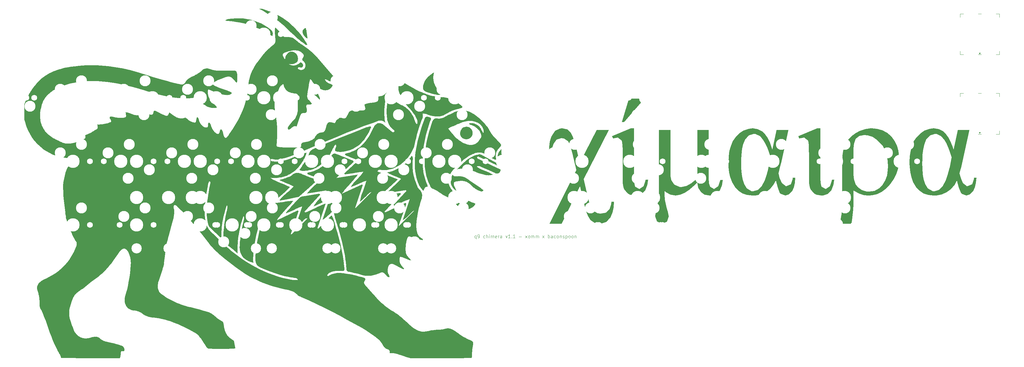
<source format=gto>
G04 #@! TF.GenerationSoftware,KiCad,Pcbnew,8.0.4-1.fc39*
G04 #@! TF.CreationDate,2024-09-17T21:02:33-04:00*
G04 #@! TF.ProjectId,Q9-Chimera,51392d43-6869-46d6-9572-612e6b696361,rev?*
G04 #@! TF.SameCoordinates,Original*
G04 #@! TF.FileFunction,Legend,Top*
G04 #@! TF.FilePolarity,Positive*
%FSLAX46Y46*%
G04 Gerber Fmt 4.6, Leading zero omitted, Abs format (unit mm)*
G04 Created by KiCad (PCBNEW 8.0.4-1.fc39) date 2024-09-17 21:02:33*
%MOMM*%
%LPD*%
G01*
G04 APERTURE LIST*
%ADD10C,0.000000*%
%ADD11C,0.100000*%
%ADD12C,0.120000*%
%ADD13C,1.750000*%
%ADD14C,3.987800*%
%ADD15C,3.300000*%
%ADD16C,3.048000*%
%ADD17R,1.700000X1.700000*%
%ADD18O,1.700000X1.700000*%
G04 APERTURE END LIST*
D10*
G36*
X150470897Y-50102698D02*
G01*
X150523521Y-50107067D01*
X150576856Y-50113837D01*
X150630845Y-50122797D01*
X150740559Y-50146444D01*
X150852210Y-50176326D01*
X150965344Y-50210760D01*
X151194241Y-50286551D01*
X151259910Y-50310333D01*
X151319289Y-50335432D01*
X151372625Y-50361791D01*
X151420166Y-50389352D01*
X151462161Y-50418056D01*
X151498856Y-50447847D01*
X151530499Y-50478666D01*
X151557339Y-50510454D01*
X151579623Y-50543155D01*
X151597599Y-50576711D01*
X151611516Y-50611063D01*
X151621620Y-50646153D01*
X151628159Y-50681924D01*
X151631382Y-50718318D01*
X151631537Y-50755276D01*
X151628870Y-50792742D01*
X151623631Y-50830656D01*
X151616066Y-50868961D01*
X151606424Y-50907600D01*
X151594952Y-50946513D01*
X151567511Y-51024935D01*
X151535727Y-51103762D01*
X151467056Y-51260782D01*
X151434135Y-51338047D01*
X151404801Y-51413866D01*
X150834856Y-53101315D01*
X150576238Y-53949127D01*
X150336268Y-54799849D01*
X150115755Y-55653624D01*
X149915508Y-56510589D01*
X149736335Y-57370887D01*
X149579046Y-58234656D01*
X149444449Y-59102036D01*
X149333353Y-59973169D01*
X149246567Y-60848193D01*
X149184899Y-61727249D01*
X149149158Y-62610477D01*
X149140154Y-63498017D01*
X149158695Y-64390010D01*
X149205590Y-65286594D01*
X149230310Y-65597280D01*
X149261844Y-65906199D01*
X149300038Y-66213407D01*
X149344739Y-66518956D01*
X149453050Y-67125295D01*
X149585551Y-67725646D01*
X149741015Y-68320438D01*
X149918218Y-68910102D01*
X150115934Y-69495068D01*
X150332936Y-70075766D01*
X150356110Y-70131450D01*
X150381394Y-70186726D01*
X150435525Y-70297196D01*
X150489802Y-70409450D01*
X150515267Y-70466957D01*
X150538695Y-70525764D01*
X150559394Y-70586154D01*
X150576674Y-70648412D01*
X150583815Y-70680331D01*
X150589843Y-70712823D01*
X150594670Y-70745924D01*
X150598210Y-70779671D01*
X150600377Y-70814097D01*
X150601085Y-70849240D01*
X150600246Y-70885134D01*
X150597775Y-70921814D01*
X150593586Y-70959318D01*
X150587591Y-70997679D01*
X150579704Y-71036934D01*
X150569840Y-71077119D01*
X150499363Y-71072085D01*
X150432396Y-71071359D01*
X150368790Y-71074796D01*
X150308397Y-71082246D01*
X150251070Y-71093563D01*
X150196661Y-71108600D01*
X150145021Y-71127210D01*
X150096004Y-71149245D01*
X150049461Y-71174559D01*
X150005245Y-71203003D01*
X149963207Y-71234432D01*
X149923201Y-71268697D01*
X149885077Y-71305652D01*
X149848689Y-71345149D01*
X149813888Y-71387041D01*
X149780526Y-71431182D01*
X149748457Y-71477423D01*
X149717531Y-71525618D01*
X149658521Y-71627280D01*
X149602313Y-71734990D01*
X149547725Y-71847572D01*
X149438678Y-72082638D01*
X149381853Y-72202768D01*
X149321919Y-72323060D01*
X149103263Y-72102683D01*
X148901533Y-71876201D01*
X148715576Y-71643889D01*
X148544240Y-71406025D01*
X148386374Y-71162885D01*
X148240823Y-70914746D01*
X148106436Y-70661884D01*
X147982062Y-70404577D01*
X147866546Y-70143101D01*
X147758738Y-69877734D01*
X147657484Y-69608751D01*
X147561632Y-69336429D01*
X147381527Y-68782878D01*
X147209202Y-68219294D01*
X147023472Y-67278173D01*
X146889124Y-66343890D01*
X146803023Y-65416027D01*
X146762034Y-64494166D01*
X146763023Y-63577887D01*
X146802856Y-62666774D01*
X146878398Y-61760406D01*
X146986514Y-60858367D01*
X147124071Y-59960237D01*
X147287934Y-59065597D01*
X147474967Y-58174031D01*
X147682038Y-57285119D01*
X148143752Y-55513583D01*
X148647999Y-53747642D01*
X148764175Y-53369856D01*
X148888781Y-52994573D01*
X149153869Y-52248666D01*
X149424436Y-51504227D01*
X149555890Y-51130780D01*
X149681652Y-50755564D01*
X149709980Y-50674353D01*
X149740098Y-50599539D01*
X149771948Y-50530912D01*
X149805475Y-50468263D01*
X149840620Y-50411380D01*
X149877328Y-50360054D01*
X149915542Y-50314073D01*
X149955205Y-50273228D01*
X149996260Y-50237308D01*
X150038651Y-50206102D01*
X150082320Y-50179401D01*
X150127211Y-50156994D01*
X150173268Y-50138670D01*
X150220433Y-50124219D01*
X150268649Y-50113431D01*
X150317861Y-50106095D01*
X150368011Y-50102001D01*
X150419042Y-50100939D01*
X150470897Y-50102698D01*
G37*
G36*
X133474123Y-53023790D02*
G01*
X133494141Y-53035662D01*
X133512879Y-53047704D01*
X133530364Y-53059911D01*
X133546624Y-53072280D01*
X133561686Y-53084809D01*
X133575579Y-53097494D01*
X133588328Y-53110331D01*
X133599963Y-53123317D01*
X133610510Y-53136449D01*
X133619997Y-53149723D01*
X133628451Y-53163136D01*
X133635901Y-53176685D01*
X133642373Y-53190367D01*
X133647894Y-53204177D01*
X133652494Y-53218114D01*
X133656198Y-53232172D01*
X133659035Y-53246350D01*
X133661032Y-53260643D01*
X133662216Y-53275049D01*
X133662616Y-53289564D01*
X133662258Y-53304184D01*
X133661170Y-53318907D01*
X133659380Y-53333728D01*
X133656915Y-53348645D01*
X133653802Y-53363655D01*
X133645745Y-53393937D01*
X133635429Y-53424549D01*
X133623074Y-53455463D01*
X133350856Y-54065506D01*
X133062346Y-54659291D01*
X132756106Y-55235212D01*
X132430698Y-55791661D01*
X132084682Y-56327033D01*
X131716621Y-56839719D01*
X131325077Y-57328113D01*
X130908610Y-57790607D01*
X130465782Y-58225595D01*
X129995155Y-58631470D01*
X129495290Y-59006625D01*
X128964749Y-59349452D01*
X128402094Y-59658345D01*
X127805886Y-59931697D01*
X127494750Y-60054543D01*
X127174687Y-60167900D01*
X126845516Y-60271569D01*
X126507057Y-60365348D01*
X126066155Y-60471225D01*
X125843956Y-60517462D01*
X125620811Y-60558266D01*
X125396884Y-60592912D01*
X125172341Y-60620677D01*
X124947344Y-60640835D01*
X124722059Y-60652663D01*
X124496650Y-60655436D01*
X124271281Y-60648430D01*
X124046117Y-60630921D01*
X123821323Y-60602184D01*
X123597062Y-60561496D01*
X123373499Y-60508131D01*
X123150799Y-60441366D01*
X122929125Y-60360476D01*
X122910063Y-60297743D01*
X122896707Y-60235994D01*
X122888652Y-60175157D01*
X122885490Y-60115164D01*
X122886817Y-60055945D01*
X122892227Y-59997428D01*
X122901315Y-59939544D01*
X122913673Y-59882224D01*
X122928898Y-59825396D01*
X122946582Y-59768992D01*
X122987707Y-59657173D01*
X123081624Y-59435529D01*
X123127924Y-59324584D01*
X123169457Y-59212810D01*
X123187422Y-59156437D01*
X123202977Y-59099647D01*
X123215718Y-59042370D01*
X123225239Y-58984535D01*
X123231133Y-58926072D01*
X123232995Y-58866913D01*
X123230420Y-58806986D01*
X123223001Y-58746221D01*
X123210334Y-58684549D01*
X123192011Y-58621899D01*
X123167628Y-58558202D01*
X123136778Y-58493387D01*
X123088389Y-58505831D01*
X123042804Y-58520327D01*
X122999909Y-58536782D01*
X122959587Y-58555105D01*
X122921723Y-58575204D01*
X122886200Y-58596990D01*
X122852902Y-58620369D01*
X122821714Y-58645251D01*
X122792520Y-58671544D01*
X122765205Y-58699157D01*
X122739651Y-58727998D01*
X122715743Y-58757977D01*
X122693365Y-58789002D01*
X122672402Y-58820981D01*
X122652737Y-58853823D01*
X122634255Y-58887437D01*
X122600375Y-58956615D01*
X122569834Y-59027784D01*
X122541706Y-59100212D01*
X122515064Y-59173169D01*
X122462525Y-59317745D01*
X122434776Y-59387903D01*
X122404803Y-59455666D01*
X122198870Y-59879815D01*
X121985056Y-60297354D01*
X121762612Y-60707681D01*
X121530791Y-61110195D01*
X121288843Y-61504294D01*
X121036020Y-61889378D01*
X120771574Y-62264845D01*
X120494756Y-62630093D01*
X120204819Y-62984523D01*
X119901012Y-63327531D01*
X119582589Y-63658517D01*
X119248800Y-63976879D01*
X118898897Y-64282017D01*
X118532131Y-64573329D01*
X118147755Y-64850213D01*
X117745020Y-65112069D01*
X117500062Y-65257087D01*
X117252199Y-65392021D01*
X117001492Y-65517086D01*
X116748005Y-65632499D01*
X116491799Y-65738474D01*
X116232938Y-65835226D01*
X115971483Y-65922972D01*
X115707498Y-66001927D01*
X115441043Y-66072306D01*
X115172182Y-66134324D01*
X114900978Y-66188198D01*
X114627492Y-66234142D01*
X114351787Y-66272372D01*
X114073926Y-66303103D01*
X113793970Y-66326552D01*
X113511982Y-66342932D01*
X113431950Y-66345712D01*
X113352091Y-66346571D01*
X113272329Y-66345265D01*
X113192588Y-66341548D01*
X113112788Y-66335175D01*
X113032855Y-66325903D01*
X112952709Y-66313487D01*
X112872275Y-66297680D01*
X112791474Y-66278240D01*
X112710230Y-66254920D01*
X112628466Y-66227476D01*
X112546104Y-66195664D01*
X112463067Y-66159238D01*
X112379278Y-66117954D01*
X112294660Y-66071566D01*
X112209135Y-66019831D01*
X112891087Y-65070049D01*
X113220658Y-64608910D01*
X113544409Y-64149910D01*
X113777649Y-63811116D01*
X114004701Y-63467697D01*
X114222601Y-63118907D01*
X114327193Y-62942265D01*
X114428386Y-62764000D01*
X114525809Y-62584019D01*
X114619092Y-62402230D01*
X114707864Y-62218538D01*
X114791754Y-62032850D01*
X114870394Y-61845074D01*
X114943411Y-61655115D01*
X115010435Y-61462881D01*
X115071097Y-61268279D01*
X115122180Y-61110634D01*
X115179751Y-60963797D01*
X115243755Y-60827122D01*
X115314138Y-60699966D01*
X115390848Y-60581683D01*
X115473831Y-60471630D01*
X115563034Y-60369161D01*
X115658402Y-60273633D01*
X115759884Y-60184401D01*
X115867425Y-60100821D01*
X115980972Y-60022248D01*
X116100472Y-59948037D01*
X116225871Y-59877545D01*
X116357116Y-59810126D01*
X116494153Y-59745137D01*
X116636929Y-59681933D01*
X120561896Y-58017263D01*
X124502355Y-56391303D01*
X128460627Y-54809515D01*
X132439034Y-53277356D01*
X132554905Y-53236000D01*
X132672891Y-53198285D01*
X132793483Y-53163561D01*
X132917175Y-53131180D01*
X133044460Y-53100492D01*
X133175830Y-53070847D01*
X133452797Y-53012090D01*
X133474123Y-53023790D01*
G37*
G36*
X105210778Y-23523706D02*
G01*
X105367364Y-23664818D01*
X105519151Y-23808789D01*
X105666534Y-23955332D01*
X105809906Y-24104160D01*
X105949664Y-24254988D01*
X106219916Y-24561494D01*
X106480449Y-24872557D01*
X106734425Y-25185886D01*
X107235344Y-25810165D01*
X107290087Y-25875426D01*
X107344176Y-25935502D01*
X107397945Y-25990437D01*
X107451730Y-26040282D01*
X107505863Y-26085082D01*
X107533165Y-26105605D01*
X107560680Y-26124885D01*
X107588449Y-26142928D01*
X107616513Y-26159739D01*
X107644916Y-26175325D01*
X107673699Y-26189691D01*
X107702902Y-26202843D01*
X107732569Y-26214788D01*
X107762741Y-26225531D01*
X107793459Y-26235079D01*
X107824766Y-26243436D01*
X107856704Y-26250610D01*
X107889313Y-26256605D01*
X107922636Y-26261428D01*
X107956714Y-26265085D01*
X107991589Y-26267582D01*
X108027304Y-26268924D01*
X108063900Y-26269118D01*
X108101418Y-26268170D01*
X108139900Y-26266085D01*
X108219925Y-26258529D01*
X108431220Y-26237762D01*
X108639269Y-26226422D01*
X108844117Y-26224728D01*
X109045811Y-26232900D01*
X109244396Y-26251158D01*
X109439918Y-26279723D01*
X109632422Y-26318814D01*
X109821956Y-26368651D01*
X110008563Y-26429455D01*
X110192291Y-26501445D01*
X110373184Y-26584841D01*
X110551290Y-26679864D01*
X110726652Y-26786734D01*
X110899318Y-26905669D01*
X111069333Y-27036892D01*
X111236742Y-27180621D01*
X111515152Y-27425151D01*
X111800711Y-27662749D01*
X112092709Y-27893553D01*
X112390437Y-28117703D01*
X112693184Y-28335336D01*
X113000241Y-28546590D01*
X113310897Y-28751605D01*
X113624443Y-28950518D01*
X114209962Y-29335249D01*
X114771660Y-29743406D01*
X115311709Y-30172856D01*
X115832280Y-30621461D01*
X116335545Y-31087087D01*
X116823677Y-31567596D01*
X117298845Y-32060855D01*
X117763223Y-32564727D01*
X121350378Y-36721483D01*
X121648745Y-37053345D01*
X121796385Y-37220878D01*
X121942272Y-37389898D01*
X122085865Y-37560718D01*
X122226621Y-37733652D01*
X122363996Y-37909015D01*
X122497448Y-38087119D01*
X122557612Y-38174580D01*
X122611624Y-38264055D01*
X122659190Y-38355255D01*
X122700016Y-38447891D01*
X122733808Y-38541674D01*
X122760274Y-38636315D01*
X122779118Y-38731524D01*
X122790048Y-38827013D01*
X122792453Y-38874772D01*
X122792769Y-38922492D01*
X122790960Y-38970138D01*
X122786989Y-39017673D01*
X122780818Y-39065061D01*
X122772412Y-39112265D01*
X122761733Y-39159251D01*
X122748746Y-39205981D01*
X122733413Y-39252419D01*
X122715697Y-39298530D01*
X122695562Y-39344277D01*
X122672970Y-39389624D01*
X122647887Y-39434534D01*
X122620274Y-39478973D01*
X122590094Y-39522903D01*
X122557312Y-39566288D01*
X122519650Y-39610999D01*
X122481821Y-39650285D01*
X122443836Y-39684378D01*
X122405704Y-39713514D01*
X122367433Y-39737926D01*
X122329033Y-39757848D01*
X122290513Y-39773513D01*
X122251883Y-39785156D01*
X122213151Y-39793012D01*
X122174328Y-39797312D01*
X122135421Y-39798292D01*
X122096440Y-39796185D01*
X122057394Y-39791226D01*
X122018294Y-39783648D01*
X121979146Y-39773685D01*
X121939962Y-39761570D01*
X121861519Y-39731824D01*
X121783039Y-39696281D01*
X121704594Y-39656812D01*
X121626258Y-39615288D01*
X121470209Y-39533561D01*
X121392642Y-39497100D01*
X121315480Y-39466069D01*
X121238125Y-39435258D01*
X121162238Y-39399812D01*
X121087097Y-39360632D01*
X121011984Y-39318620D01*
X120858958Y-39229699D01*
X120779606Y-39184592D01*
X120697401Y-39140256D01*
X120611622Y-39097591D01*
X120521551Y-39057499D01*
X120426466Y-39020879D01*
X120376819Y-39004153D01*
X120325649Y-38988633D01*
X120272865Y-38974431D01*
X120218378Y-38961661D01*
X120162098Y-38950435D01*
X120103934Y-38940865D01*
X120043797Y-38933064D01*
X119981597Y-38927145D01*
X119917244Y-38923220D01*
X119850647Y-38921402D01*
X119898597Y-39026306D01*
X119949863Y-39125109D01*
X120004272Y-39218093D01*
X120061651Y-39305538D01*
X120121826Y-39387724D01*
X120184623Y-39464932D01*
X120249870Y-39537441D01*
X120317392Y-39605532D01*
X120387015Y-39669486D01*
X120458568Y-39729583D01*
X120531875Y-39786103D01*
X120606763Y-39839326D01*
X120760589Y-39937004D01*
X120918659Y-40024859D01*
X121079582Y-40105136D01*
X121241972Y-40180075D01*
X121565596Y-40322913D01*
X121724054Y-40395297D01*
X121878425Y-40471315D01*
X122027320Y-40553210D01*
X122169352Y-40643223D01*
X122130851Y-40752628D01*
X122087388Y-40858747D01*
X122039117Y-40961492D01*
X121986195Y-41060776D01*
X121928778Y-41156511D01*
X121867021Y-41248611D01*
X121801081Y-41336987D01*
X121731112Y-41421553D01*
X121657272Y-41502221D01*
X121579715Y-41578903D01*
X121498598Y-41651513D01*
X121414076Y-41719962D01*
X121326306Y-41784165D01*
X121235443Y-41844033D01*
X121141642Y-41899478D01*
X121045061Y-41950415D01*
X120945854Y-41996754D01*
X120844177Y-42038409D01*
X120740186Y-42075293D01*
X120634038Y-42107318D01*
X120525888Y-42134397D01*
X120415891Y-42156443D01*
X120304203Y-42173367D01*
X120190981Y-42185083D01*
X120076381Y-42191504D01*
X119960557Y-42192542D01*
X119843666Y-42188109D01*
X119725864Y-42178119D01*
X119607307Y-42162483D01*
X119488149Y-42141116D01*
X119368548Y-42113928D01*
X119248659Y-42080834D01*
X119011183Y-42002870D01*
X118781425Y-41914390D01*
X118559150Y-41815741D01*
X118344125Y-41707268D01*
X118136116Y-41589319D01*
X117934890Y-41462240D01*
X117740213Y-41326376D01*
X117551851Y-41182076D01*
X117369571Y-41029684D01*
X117193138Y-40869547D01*
X117022320Y-40702013D01*
X116856882Y-40527426D01*
X116696590Y-40346133D01*
X116541212Y-40158482D01*
X116390513Y-39964818D01*
X116244259Y-39765487D01*
X116203584Y-39705746D01*
X116164854Y-39644193D01*
X116090519Y-39517137D01*
X116015837Y-39387295D01*
X115976673Y-39322260D01*
X115935389Y-39257645D01*
X115891310Y-39193822D01*
X115843757Y-39131162D01*
X115792053Y-39070040D01*
X115735522Y-39010825D01*
X115705234Y-38982049D01*
X115673484Y-38953891D01*
X115640190Y-38926395D01*
X115605265Y-38899609D01*
X115568624Y-38873579D01*
X115530184Y-38848352D01*
X115489860Y-38823973D01*
X115447567Y-38800491D01*
X115290038Y-39446998D01*
X115153398Y-40093771D01*
X115034191Y-40740577D01*
X114928962Y-41387182D01*
X114746616Y-42678855D01*
X114578715Y-43966926D01*
X114574119Y-44013037D01*
X114572457Y-44059009D01*
X114573609Y-44104837D01*
X114577457Y-44150515D01*
X114583879Y-44196040D01*
X114592758Y-44241406D01*
X114603974Y-44286609D01*
X114617406Y-44331644D01*
X114650447Y-44421189D01*
X114690925Y-44510003D01*
X114737885Y-44598048D01*
X114790372Y-44685285D01*
X114847433Y-44771675D01*
X114908110Y-44857181D01*
X114971451Y-44941762D01*
X115036499Y-45025381D01*
X115294674Y-45349461D01*
X115376336Y-45453873D01*
X115458962Y-45557492D01*
X115626144Y-45762919D01*
X115961476Y-46170455D01*
X115917125Y-46215864D01*
X115872191Y-46256976D01*
X115826710Y-46293997D01*
X115780716Y-46327131D01*
X115734247Y-46356583D01*
X115687338Y-46382558D01*
X115640025Y-46405260D01*
X115592343Y-46424894D01*
X115544330Y-46441665D01*
X115496020Y-46455778D01*
X115447450Y-46467438D01*
X115398655Y-46476849D01*
X115300536Y-46489744D01*
X115201950Y-46496102D01*
X115103184Y-46497562D01*
X115004525Y-46495761D01*
X114808679Y-46488931D01*
X114712066Y-46487178D01*
X114616709Y-46488718D01*
X114522896Y-46495190D01*
X114430914Y-46508230D01*
X114407474Y-46550473D01*
X114386764Y-46592466D01*
X114368666Y-46634218D01*
X114353058Y-46675738D01*
X114339823Y-46717036D01*
X114328839Y-46758121D01*
X114319989Y-46799001D01*
X114313151Y-46839688D01*
X114308206Y-46880189D01*
X114305036Y-46920513D01*
X114303538Y-47000673D01*
X114307701Y-47080239D01*
X114316567Y-47159288D01*
X114442026Y-47781960D01*
X114459816Y-47947074D01*
X114467681Y-48099865D01*
X114467786Y-48171695D01*
X114465286Y-48240509D01*
X114460137Y-48306329D01*
X114452298Y-48369177D01*
X114441728Y-48429075D01*
X114428384Y-48486044D01*
X114412225Y-48540107D01*
X114393210Y-48591284D01*
X114371295Y-48639598D01*
X114346441Y-48685070D01*
X114318604Y-48727722D01*
X114287744Y-48767575D01*
X114253818Y-48804652D01*
X114216785Y-48838974D01*
X114176603Y-48870563D01*
X114133230Y-48899440D01*
X114086625Y-48925628D01*
X114036746Y-48949147D01*
X113983551Y-48970020D01*
X113926998Y-48988268D01*
X113867046Y-49003913D01*
X113803653Y-49016977D01*
X113736778Y-49027481D01*
X113666377Y-49035447D01*
X113592411Y-49040897D01*
X113514837Y-49043852D01*
X113348698Y-49042367D01*
X113298094Y-49041433D01*
X113249920Y-49042405D01*
X113204097Y-49045235D01*
X113160543Y-49049873D01*
X113119178Y-49056270D01*
X113079923Y-49064377D01*
X113042696Y-49074145D01*
X113007417Y-49085526D01*
X112974006Y-49098470D01*
X112942383Y-49112927D01*
X112912468Y-49128850D01*
X112884179Y-49146190D01*
X112857436Y-49164896D01*
X112832160Y-49184921D01*
X112808270Y-49206214D01*
X112785685Y-49228728D01*
X112764325Y-49252413D01*
X112744111Y-49277220D01*
X112724960Y-49303100D01*
X112706794Y-49330004D01*
X112673092Y-49386689D01*
X112642363Y-49446882D01*
X112613962Y-49510191D01*
X112587249Y-49576225D01*
X112536310Y-49714896D01*
X111370621Y-53028679D01*
X111267070Y-52989723D01*
X111167670Y-52960573D01*
X111072188Y-52940689D01*
X110980388Y-52929533D01*
X110892035Y-52926568D01*
X110806894Y-52931254D01*
X110724730Y-52943053D01*
X110645308Y-52961427D01*
X110568392Y-52985838D01*
X110493748Y-53015747D01*
X110421140Y-53050617D01*
X110350334Y-53089907D01*
X110281095Y-53133081D01*
X110213186Y-53179601D01*
X110080423Y-53280521D01*
X109820530Y-53498814D01*
X109689639Y-53607574D01*
X109555610Y-53710334D01*
X109486832Y-53758118D01*
X109416564Y-53802787D01*
X109344571Y-53843803D01*
X109270618Y-53880628D01*
X109194471Y-53912722D01*
X109115894Y-53939548D01*
X109034652Y-53960568D01*
X108950510Y-53975242D01*
X108908695Y-53929792D01*
X108871923Y-53884907D01*
X108839994Y-53840579D01*
X108812711Y-53796802D01*
X108789878Y-53753570D01*
X108771295Y-53710874D01*
X108756765Y-53668709D01*
X108746091Y-53627068D01*
X108739074Y-53585943D01*
X108735517Y-53545328D01*
X108735221Y-53505217D01*
X108737990Y-53465601D01*
X108743624Y-53426475D01*
X108751928Y-53387831D01*
X108762702Y-53349663D01*
X108775749Y-53311964D01*
X108790871Y-53274727D01*
X108807871Y-53237945D01*
X108846710Y-53165719D01*
X108890686Y-53095232D01*
X108938215Y-53026429D01*
X109132220Y-52766961D01*
X109292045Y-52546732D01*
X109456448Y-52329267D01*
X109625275Y-52114788D01*
X109798374Y-51903517D01*
X109975591Y-51695676D01*
X110156773Y-51491488D01*
X110341769Y-51291174D01*
X110530424Y-51094956D01*
X110682248Y-50931401D01*
X110821893Y-50763080D01*
X110949792Y-50590218D01*
X111066381Y-50413041D01*
X111172093Y-50231775D01*
X111267362Y-50046646D01*
X111352623Y-49857879D01*
X111428310Y-49665700D01*
X111494857Y-49470336D01*
X111552698Y-49272010D01*
X111602267Y-49070951D01*
X111643999Y-48867382D01*
X111678328Y-48661530D01*
X111705688Y-48453621D01*
X111726513Y-48243881D01*
X111741238Y-48032534D01*
X111763584Y-47525266D01*
X111775829Y-47017460D01*
X111780259Y-46000728D01*
X111775026Y-44983328D01*
X111780623Y-43966248D01*
X111779945Y-43869483D01*
X111774232Y-43780124D01*
X111769417Y-43738147D01*
X111763259Y-43697929D01*
X111755729Y-43659442D01*
X111746798Y-43622654D01*
X111736440Y-43587534D01*
X111724624Y-43554053D01*
X111711324Y-43522180D01*
X111696510Y-43491884D01*
X111680155Y-43463135D01*
X111662230Y-43435902D01*
X111642707Y-43410155D01*
X111621557Y-43385863D01*
X111598752Y-43362996D01*
X111574265Y-43341523D01*
X111548066Y-43321414D01*
X111520128Y-43302639D01*
X111490421Y-43285166D01*
X111458918Y-43268965D01*
X111425591Y-43254006D01*
X111390411Y-43240258D01*
X111353350Y-43227691D01*
X111314379Y-43216274D01*
X111273471Y-43205977D01*
X111230597Y-43196769D01*
X111138837Y-43181499D01*
X111038874Y-43170220D01*
X110712064Y-43135079D01*
X110393289Y-43088085D01*
X110083724Y-43027747D01*
X109784542Y-42952575D01*
X109496918Y-42861078D01*
X109222024Y-42751766D01*
X108961037Y-42623148D01*
X108836124Y-42551134D01*
X108715128Y-42473734D01*
X108598196Y-42390763D01*
X108485473Y-42302034D01*
X108377108Y-42207361D01*
X108273246Y-42106557D01*
X108174034Y-41999437D01*
X108079619Y-41885813D01*
X107990149Y-41765500D01*
X107905768Y-41638311D01*
X107826626Y-41504060D01*
X107752867Y-41362561D01*
X107684639Y-41213627D01*
X107622089Y-41057072D01*
X107565363Y-40892710D01*
X107514608Y-40720354D01*
X107469971Y-40539818D01*
X107431599Y-40350917D01*
X107314945Y-40393553D01*
X107205216Y-40441493D01*
X107102100Y-40494451D01*
X107005289Y-40552140D01*
X106914471Y-40614274D01*
X106829339Y-40680566D01*
X106749582Y-40750731D01*
X106674889Y-40824481D01*
X106604952Y-40901530D01*
X106539460Y-40981593D01*
X106478104Y-41064382D01*
X106420573Y-41149612D01*
X106366559Y-41236995D01*
X106315751Y-41326246D01*
X106267839Y-41417078D01*
X106222513Y-41509205D01*
X105860229Y-42303766D01*
X105692161Y-42703456D01*
X105534527Y-43105154D01*
X105388617Y-43509160D01*
X105255719Y-43915776D01*
X105137120Y-44325301D01*
X105034111Y-44738038D01*
X104947979Y-45154286D01*
X104880014Y-45574347D01*
X104831503Y-45998522D01*
X104803736Y-46427111D01*
X104798001Y-46860415D01*
X104815587Y-47298735D01*
X104857782Y-47742372D01*
X104925875Y-48191627D01*
X105139539Y-49465927D01*
X105318447Y-50742509D01*
X105457662Y-52021401D01*
X105552249Y-53302632D01*
X105597272Y-54586230D01*
X105599655Y-55228925D01*
X105587797Y-55872224D01*
X105561080Y-56516128D01*
X105518887Y-57160642D01*
X105460602Y-57805769D01*
X105385607Y-58451513D01*
X105379976Y-58501760D01*
X105376387Y-58549507D01*
X105374810Y-58594827D01*
X105375212Y-58637792D01*
X105377561Y-58678474D01*
X105381825Y-58716945D01*
X105387972Y-58753278D01*
X105395970Y-58787546D01*
X105405786Y-58819819D01*
X105417390Y-58850171D01*
X105430748Y-58878674D01*
X105445829Y-58905400D01*
X105462600Y-58930422D01*
X105481030Y-58953811D01*
X105501086Y-58975640D01*
X105522737Y-58995981D01*
X105545951Y-59014906D01*
X105570694Y-59032489D01*
X105596936Y-59048800D01*
X105624645Y-59063912D01*
X105653787Y-59077898D01*
X105684332Y-59090830D01*
X105749500Y-59113820D01*
X105819891Y-59133461D01*
X105895251Y-59150330D01*
X105975322Y-59165006D01*
X106059847Y-59178067D01*
X106436794Y-59226969D01*
X106813890Y-59266059D01*
X107568472Y-59318562D01*
X108323476Y-59343100D01*
X109078784Y-59347196D01*
X110589847Y-59324156D01*
X111345368Y-59312066D01*
X112100725Y-59309628D01*
X112178836Y-59308092D01*
X112253316Y-59302318D01*
X112323917Y-59292104D01*
X112390391Y-59277249D01*
X112422002Y-59268019D01*
X112452489Y-59257553D01*
X112481821Y-59245827D01*
X112509965Y-59232816D01*
X112536892Y-59218493D01*
X112562571Y-59202835D01*
X112586970Y-59185816D01*
X112610058Y-59167411D01*
X112631804Y-59147595D01*
X112652178Y-59126342D01*
X112671148Y-59103629D01*
X112688684Y-59079429D01*
X112704754Y-59053717D01*
X112719328Y-59026469D01*
X112732374Y-58997659D01*
X112743862Y-58967262D01*
X112753760Y-58935253D01*
X112762038Y-58901607D01*
X112768664Y-58866299D01*
X112773607Y-58829304D01*
X112776838Y-58790597D01*
X112778324Y-58750152D01*
X112778034Y-58707945D01*
X112775938Y-58663950D01*
X112773095Y-58603499D01*
X112772816Y-58545754D01*
X112775049Y-58490649D01*
X112779741Y-58438121D01*
X112786837Y-58388106D01*
X112796284Y-58340541D01*
X112808029Y-58295359D01*
X112822019Y-58252499D01*
X112838199Y-58211895D01*
X112856517Y-58173485D01*
X112876919Y-58137202D01*
X112899351Y-58102985D01*
X112923760Y-58070768D01*
X112950093Y-58040487D01*
X112978296Y-58012079D01*
X113008316Y-57985480D01*
X113040099Y-57960625D01*
X113073592Y-57937450D01*
X113108741Y-57915892D01*
X113145493Y-57895886D01*
X113183794Y-57877369D01*
X113223591Y-57860275D01*
X113307460Y-57830105D01*
X113396670Y-57804864D01*
X113490795Y-57784039D01*
X113589407Y-57767118D01*
X113692078Y-57753589D01*
X114025646Y-57708739D01*
X114190939Y-57681251D01*
X114355123Y-57650118D01*
X114518109Y-57615139D01*
X114679812Y-57576113D01*
X114840144Y-57532838D01*
X114999018Y-57485113D01*
X115156347Y-57432737D01*
X115312044Y-57375507D01*
X115466022Y-57313223D01*
X115618193Y-57245683D01*
X115768472Y-57172685D01*
X115916770Y-57094028D01*
X116063001Y-57009511D01*
X116207077Y-56918932D01*
X116379879Y-56809577D01*
X116468019Y-56752518D01*
X116511184Y-56723062D01*
X116553234Y-56692862D01*
X116593786Y-56661824D01*
X116632458Y-56629854D01*
X116668866Y-56596856D01*
X116702627Y-56562736D01*
X116733359Y-56527400D01*
X116760677Y-56490753D01*
X116772937Y-56471909D01*
X116784200Y-56452701D01*
X116794418Y-56433118D01*
X116803543Y-56413149D01*
X116887733Y-56227606D01*
X116978072Y-56053552D01*
X117074898Y-55890957D01*
X117178545Y-55739789D01*
X117233032Y-55668481D01*
X117289350Y-55600019D01*
X117347541Y-55534397D01*
X117407648Y-55471614D01*
X117469712Y-55411664D01*
X117533775Y-55354544D01*
X117599879Y-55300251D01*
X117668066Y-55248779D01*
X117738378Y-55200126D01*
X117810857Y-55154288D01*
X117885545Y-55111260D01*
X117962484Y-55071039D01*
X118041715Y-55033621D01*
X118123282Y-54999003D01*
X118207225Y-54967179D01*
X118293587Y-54938147D01*
X118382410Y-54911903D01*
X118473735Y-54888442D01*
X118567605Y-54867761D01*
X118664061Y-54849856D01*
X118763146Y-54834724D01*
X118864902Y-54822359D01*
X119076592Y-54805920D01*
X119129577Y-54801502D01*
X119180959Y-54793735D01*
X119230764Y-54782737D01*
X119279020Y-54768625D01*
X119325753Y-54751518D01*
X119370988Y-54731532D01*
X119414753Y-54708786D01*
X119457073Y-54683397D01*
X119497976Y-54655484D01*
X119537487Y-54625163D01*
X119575634Y-54592553D01*
X119612442Y-54557772D01*
X119647938Y-54520936D01*
X119682148Y-54482164D01*
X119715099Y-54441574D01*
X119746817Y-54399283D01*
X119777329Y-54355410D01*
X119806661Y-54310071D01*
X119861890Y-54215468D01*
X119912716Y-54116417D01*
X119959351Y-54013860D01*
X120002006Y-53908738D01*
X120040891Y-53801995D01*
X120076220Y-53694571D01*
X120108202Y-53587408D01*
X120306511Y-52906486D01*
X120394939Y-52632909D01*
X120481504Y-52400853D01*
X120525327Y-52299676D01*
X120570171Y-52208016D01*
X120616531Y-52125585D01*
X120664904Y-52052095D01*
X120715785Y-51987259D01*
X120769670Y-51930790D01*
X120827054Y-51882398D01*
X120888433Y-51841797D01*
X120954303Y-51808699D01*
X121025159Y-51782816D01*
X121101497Y-51763860D01*
X121183813Y-51751544D01*
X121272601Y-51745580D01*
X121368359Y-51745680D01*
X121471582Y-51751557D01*
X121582764Y-51762922D01*
X121830993Y-51800968D01*
X122117010Y-51857516D01*
X122818272Y-52016912D01*
X122848780Y-51972025D01*
X122880948Y-51926398D01*
X122947523Y-51832461D01*
X122980555Y-51783920D01*
X123012503Y-51734176D01*
X123027855Y-51708817D01*
X123042679Y-51683114D01*
X123056888Y-51657052D01*
X123070397Y-51630617D01*
X123294368Y-51182317D01*
X123390659Y-51001667D01*
X123480652Y-50848016D01*
X123524264Y-50780847D01*
X123567473Y-50719864D01*
X123610669Y-50664881D01*
X123654244Y-50615710D01*
X123698588Y-50572163D01*
X123744090Y-50534053D01*
X123791143Y-50501192D01*
X123840136Y-50473393D01*
X123891459Y-50450468D01*
X123945504Y-50432229D01*
X124002661Y-50418489D01*
X124063320Y-50409061D01*
X124127872Y-50403756D01*
X124196707Y-50402388D01*
X124270216Y-50404768D01*
X124348789Y-50410709D01*
X124522691Y-50432524D01*
X124721537Y-50466331D01*
X125206557Y-50563924D01*
X125303088Y-50581961D01*
X125396347Y-50594934D01*
X125486336Y-50602545D01*
X125573062Y-50604496D01*
X125656528Y-50600487D01*
X125736738Y-50590222D01*
X125813697Y-50573401D01*
X125850959Y-50562439D01*
X125887411Y-50549727D01*
X125923051Y-50535226D01*
X125957882Y-50518900D01*
X125991904Y-50500711D01*
X126025116Y-50480622D01*
X126057521Y-50458596D01*
X126089118Y-50434596D01*
X126119907Y-50408583D01*
X126149891Y-50380522D01*
X126179068Y-50350374D01*
X126207440Y-50318102D01*
X126235007Y-50283669D01*
X126261770Y-50247038D01*
X126287729Y-50208172D01*
X126312885Y-50167032D01*
X126337239Y-50123582D01*
X126360791Y-50077785D01*
X126386079Y-50028066D01*
X126412539Y-49978824D01*
X126468074Y-49881428D01*
X126583357Y-49688604D01*
X126639527Y-49591813D01*
X126666462Y-49543024D01*
X126692332Y-49493860D01*
X126716915Y-49444234D01*
X126739985Y-49394062D01*
X126761321Y-49343259D01*
X126780697Y-49291739D01*
X126809797Y-49213337D01*
X126840569Y-49138248D01*
X126873013Y-49066433D01*
X126907132Y-48997855D01*
X126942927Y-48932474D01*
X126980399Y-48870254D01*
X127019551Y-48811154D01*
X127060383Y-48755137D01*
X127102897Y-48702164D01*
X127147094Y-48652197D01*
X127192977Y-48605198D01*
X127240546Y-48561128D01*
X127289803Y-48519949D01*
X127340751Y-48481623D01*
X127393389Y-48446110D01*
X127447720Y-48413374D01*
X127503746Y-48383374D01*
X127561467Y-48356074D01*
X127620886Y-48331434D01*
X127682004Y-48309417D01*
X127744822Y-48289983D01*
X127809342Y-48273095D01*
X127875566Y-48258714D01*
X127943494Y-48246802D01*
X128013130Y-48237320D01*
X128084473Y-48230230D01*
X128157526Y-48225493D01*
X128232290Y-48223072D01*
X128386958Y-48225022D01*
X128548489Y-48235773D01*
X128819528Y-48255484D01*
X129091402Y-48266431D01*
X129363925Y-48270384D01*
X129636912Y-48269110D01*
X130729790Y-48247134D01*
X130952098Y-48242040D01*
X131149555Y-48231139D01*
X131323015Y-48213319D01*
X131401013Y-48201467D01*
X131473331Y-48187468D01*
X131540077Y-48171184D01*
X131601357Y-48152475D01*
X131657277Y-48131203D01*
X131707944Y-48107228D01*
X131753466Y-48080412D01*
X131793948Y-48050615D01*
X131829497Y-48017699D01*
X131860220Y-47981524D01*
X131886224Y-47941953D01*
X131907615Y-47898844D01*
X131924499Y-47852061D01*
X131936984Y-47801463D01*
X131945177Y-47746913D01*
X131949182Y-47688270D01*
X131949109Y-47625395D01*
X131945062Y-47558151D01*
X131937150Y-47486398D01*
X131925477Y-47409996D01*
X131891280Y-47242693D01*
X131843324Y-47055131D01*
X131782463Y-46846197D01*
X131775884Y-46823578D01*
X131769823Y-46800731D01*
X131758990Y-46754151D01*
X131749438Y-46706056D01*
X131740641Y-46656042D01*
X131723202Y-46548651D01*
X131713506Y-46490468D01*
X131702458Y-46428759D01*
X131872874Y-46348954D01*
X132044826Y-46279542D01*
X132218131Y-46219529D01*
X132392608Y-46167917D01*
X132568075Y-46123712D01*
X132744352Y-46085917D01*
X132921257Y-46053536D01*
X133098608Y-46025574D01*
X133453924Y-45978919D01*
X133808849Y-45937987D01*
X134161931Y-45894809D01*
X134511719Y-45841417D01*
X134796875Y-45788424D01*
X134933247Y-45758674D01*
X135064148Y-45725018D01*
X135188576Y-45686153D01*
X135305532Y-45640776D01*
X135414014Y-45587583D01*
X135464764Y-45557648D01*
X135513021Y-45525270D01*
X135558659Y-45490287D01*
X135601554Y-45452536D01*
X135641579Y-45411853D01*
X135678611Y-45368077D01*
X135712523Y-45321043D01*
X135743191Y-45270589D01*
X135770490Y-45216552D01*
X135794295Y-45158769D01*
X135814480Y-45097078D01*
X135830921Y-45031315D01*
X135843492Y-44961318D01*
X135852068Y-44886923D01*
X135856525Y-44807968D01*
X135856737Y-44724290D01*
X135852579Y-44635725D01*
X135843926Y-44542112D01*
X135840387Y-44498200D01*
X135839539Y-44452363D01*
X135841442Y-44405266D01*
X135846160Y-44357575D01*
X135853755Y-44309955D01*
X135864291Y-44263070D01*
X135877828Y-44217585D01*
X135894431Y-44174165D01*
X135914162Y-44133475D01*
X135925220Y-44114362D01*
X135937083Y-44096181D01*
X135949759Y-44079014D01*
X135963257Y-44062946D01*
X135977583Y-44048059D01*
X135992746Y-44034436D01*
X136008754Y-44022161D01*
X136025614Y-44011316D01*
X136043334Y-44001985D01*
X136061922Y-43994251D01*
X136081386Y-43988197D01*
X136101734Y-43983906D01*
X136122973Y-43981461D01*
X136145111Y-43980945D01*
X136314855Y-43978890D01*
X136478482Y-43965693D01*
X136636329Y-43941754D01*
X136788732Y-43907470D01*
X136936029Y-43863241D01*
X137078554Y-43809465D01*
X137216646Y-43746542D01*
X137350641Y-43674871D01*
X137480874Y-43594850D01*
X137607684Y-43506878D01*
X137731406Y-43411354D01*
X137852377Y-43308678D01*
X137970934Y-43199247D01*
X138087413Y-43083461D01*
X138202150Y-42961719D01*
X138315483Y-42834419D01*
X137974406Y-45093752D01*
X137829989Y-46218997D01*
X137722556Y-47345351D01*
X137687296Y-47909894D01*
X137666786Y-48475856D01*
X137662862Y-49043616D01*
X137677357Y-49613554D01*
X137712107Y-50186051D01*
X137768946Y-50761488D01*
X137849709Y-51340243D01*
X137956230Y-51922699D01*
X137844414Y-51813579D01*
X137732980Y-51715647D01*
X137621918Y-51628474D01*
X137511220Y-51551629D01*
X137400875Y-51484683D01*
X137290874Y-51427207D01*
X137181206Y-51378771D01*
X137071862Y-51338946D01*
X136962833Y-51307302D01*
X136854108Y-51283410D01*
X136745678Y-51266839D01*
X136637532Y-51257161D01*
X136529662Y-51253946D01*
X136422057Y-51256764D01*
X136314708Y-51265187D01*
X136207605Y-51278784D01*
X135994097Y-51319782D01*
X135781455Y-51376324D01*
X135569601Y-51444972D01*
X135358457Y-51522292D01*
X134937988Y-51689197D01*
X134519421Y-51849551D01*
X131757757Y-52852273D01*
X129012298Y-53895050D01*
X126280755Y-54972221D01*
X123560840Y-56078125D01*
X118146743Y-58353485D01*
X112751700Y-60675841D01*
X111908996Y-61036323D01*
X111063110Y-61386178D01*
X110211966Y-61719729D01*
X109353490Y-62031301D01*
X108485609Y-62315218D01*
X108047492Y-62445032D01*
X107606246Y-62565803D01*
X107161611Y-62676823D01*
X106713328Y-62777380D01*
X106261138Y-62866768D01*
X105804781Y-62944275D01*
X105667204Y-62961011D01*
X105530735Y-62969005D01*
X105395170Y-62969432D01*
X105260306Y-62963466D01*
X105125941Y-62952279D01*
X104991871Y-62937047D01*
X104723806Y-62899140D01*
X104454486Y-62859139D01*
X104318848Y-62841288D01*
X104182288Y-62826434D01*
X104044601Y-62815753D01*
X103905587Y-62810417D01*
X103765040Y-62811602D01*
X103622759Y-62820481D01*
X103624719Y-62881675D01*
X103629225Y-62938994D01*
X103636187Y-62992570D01*
X103645514Y-63042537D01*
X103657115Y-63089029D01*
X103670898Y-63132179D01*
X103686772Y-63172119D01*
X103704645Y-63208984D01*
X103724428Y-63242907D01*
X103746027Y-63274020D01*
X103769353Y-63302458D01*
X103794315Y-63328354D01*
X103820820Y-63351841D01*
X103848777Y-63373052D01*
X103878097Y-63392120D01*
X103908686Y-63409180D01*
X103940455Y-63424364D01*
X103973311Y-63437806D01*
X104007164Y-63449639D01*
X104041923Y-63459996D01*
X104113792Y-63476816D01*
X104188188Y-63489334D01*
X104264383Y-63498616D01*
X104341646Y-63505729D01*
X104496458Y-63517712D01*
X104856900Y-63539327D01*
X105214495Y-63545257D01*
X105569383Y-63536375D01*
X105921701Y-63513553D01*
X106271590Y-63477664D01*
X106619188Y-63429579D01*
X106964635Y-63370172D01*
X107308068Y-63300315D01*
X107649628Y-63220880D01*
X107989453Y-63132739D01*
X108664455Y-62933831D01*
X109334185Y-62710570D01*
X109999756Y-62469934D01*
X111083376Y-62055318D01*
X112169974Y-61632283D01*
X112718456Y-61423404D01*
X113272560Y-61219375D01*
X113833913Y-61022514D01*
X114404141Y-60835140D01*
X114263166Y-61270551D01*
X114108136Y-61696232D01*
X113939030Y-62112147D01*
X113755828Y-62518260D01*
X113558511Y-62914535D01*
X113347059Y-63300936D01*
X113121453Y-63677429D01*
X112881672Y-64043976D01*
X112627696Y-64400543D01*
X112359508Y-64747094D01*
X112077085Y-65083593D01*
X111780409Y-65410003D01*
X111469460Y-65726291D01*
X111144219Y-66032419D01*
X110804665Y-66328352D01*
X110450779Y-66614054D01*
X110072384Y-66892404D01*
X109686680Y-67145544D01*
X109293768Y-67374156D01*
X108893750Y-67578923D01*
X108486726Y-67760524D01*
X108072797Y-67919641D01*
X107652064Y-68056955D01*
X107224627Y-68173148D01*
X106790589Y-68268900D01*
X106350048Y-68344894D01*
X105903107Y-68401809D01*
X105449866Y-68440327D01*
X104990425Y-68461130D01*
X104524887Y-68464899D01*
X104053351Y-68452314D01*
X103575918Y-68424058D01*
X103904521Y-68662198D01*
X104242599Y-68879788D01*
X104589084Y-69079375D01*
X104942910Y-69263511D01*
X105303008Y-69434746D01*
X105668311Y-69595628D01*
X106410260Y-69896536D01*
X107160215Y-70186634D01*
X107909635Y-70486321D01*
X108281474Y-70646135D01*
X108649977Y-70815996D01*
X109014075Y-70998453D01*
X109372700Y-71196057D01*
X109081720Y-71510647D01*
X108784925Y-71815576D01*
X108483069Y-72112445D01*
X108176909Y-72402856D01*
X107554704Y-72970706D01*
X106924359Y-73531935D01*
X106291926Y-74099353D01*
X105663454Y-74685770D01*
X105352595Y-74990105D01*
X105044994Y-75303994D01*
X104741410Y-75629037D01*
X104442597Y-75966836D01*
X104840804Y-75967057D01*
X105231891Y-75951483D01*
X105616572Y-75922425D01*
X105995561Y-75882197D01*
X106739325Y-75777477D01*
X107468900Y-75655822D01*
X108190005Y-75535732D01*
X108908356Y-75435705D01*
X109268287Y-75398996D01*
X109629673Y-75374241D01*
X109993230Y-75363750D01*
X110359673Y-75369837D01*
X110061176Y-75738517D01*
X109757062Y-76101519D01*
X109135818Y-76814411D01*
X107868114Y-78215172D01*
X107236997Y-78918713D01*
X106617932Y-79634809D01*
X106315316Y-80000014D01*
X106018590Y-80371296D01*
X105728713Y-80749636D01*
X105446644Y-81136012D01*
X111674788Y-78214123D01*
X111963173Y-78386225D01*
X109648829Y-85323056D01*
X109838463Y-85364781D01*
X114590033Y-80620410D01*
X114495923Y-80600448D01*
X114411916Y-80585047D01*
X114372879Y-80579562D01*
X114335380Y-80575823D01*
X114299090Y-80574033D01*
X114263681Y-80574393D01*
X114228824Y-80577105D01*
X114194188Y-80582373D01*
X114159446Y-80590396D01*
X114124268Y-80601379D01*
X114088325Y-80615522D01*
X114051289Y-80633027D01*
X114012829Y-80654098D01*
X113972617Y-80678935D01*
X113930324Y-80707742D01*
X113885620Y-80740719D01*
X113838178Y-80778069D01*
X113787667Y-80819994D01*
X113733759Y-80866697D01*
X113676124Y-80918378D01*
X113548358Y-81037486D01*
X113401738Y-81178936D01*
X113233631Y-81344343D01*
X112822424Y-81753495D01*
X112052929Y-82585454D01*
X111944955Y-82688974D01*
X111831185Y-82790263D01*
X111710664Y-82888682D01*
X111582441Y-82983593D01*
X111445560Y-83074359D01*
X111373576Y-83117989D01*
X111299070Y-83160342D01*
X111221924Y-83201341D01*
X111142017Y-83240904D01*
X111059232Y-83278953D01*
X110973448Y-83315407D01*
X113118866Y-76977852D01*
X112785514Y-77078178D01*
X112460675Y-77189737D01*
X112143227Y-77310978D01*
X111832042Y-77440348D01*
X111223965Y-77717266D01*
X110627440Y-78008068D01*
X110033466Y-78300336D01*
X109433041Y-78581648D01*
X109127596Y-78714315D01*
X108817162Y-78839585D01*
X108500614Y-78955905D01*
X108176827Y-79061724D01*
X108232372Y-78919184D01*
X108293515Y-78785094D01*
X108359708Y-78658770D01*
X108430404Y-78539531D01*
X108505057Y-78426694D01*
X108583119Y-78319575D01*
X108664045Y-78217493D01*
X108747286Y-78119765D01*
X108832297Y-78025707D01*
X108918529Y-77934638D01*
X109092475Y-77758733D01*
X109264748Y-77586589D01*
X109430973Y-77412745D01*
X110071190Y-76721959D01*
X110716628Y-76035959D01*
X112007462Y-74663869D01*
X112175739Y-74479381D01*
X112218332Y-74434179D01*
X112261631Y-74390058D01*
X112305883Y-74347375D01*
X112351337Y-74306488D01*
X112398240Y-74267751D01*
X112446841Y-74231524D01*
X112497387Y-74198162D01*
X112550126Y-74168022D01*
X112577396Y-74154272D01*
X112605307Y-74141461D01*
X112633891Y-74129633D01*
X112663177Y-74118835D01*
X112693198Y-74109109D01*
X112723985Y-74100501D01*
X112755567Y-74093056D01*
X112787977Y-74086817D01*
X115375437Y-73648282D01*
X117964094Y-73216849D01*
X118023652Y-73207605D01*
X118054020Y-73204069D01*
X118084735Y-73201904D01*
X118115766Y-73201599D01*
X118147079Y-73203639D01*
X118162831Y-73205690D01*
X118178642Y-73208510D01*
X118194507Y-73212160D01*
X118210421Y-73216700D01*
X118226382Y-73222192D01*
X118242385Y-73228695D01*
X118258425Y-73236271D01*
X118274499Y-73244980D01*
X118290603Y-73254885D01*
X118306732Y-73266044D01*
X118322882Y-73278519D01*
X118339050Y-73292371D01*
X118355230Y-73307661D01*
X118371420Y-73324450D01*
X118387614Y-73342797D01*
X118403809Y-73362765D01*
X118420001Y-73384414D01*
X118436186Y-73407804D01*
X118452358Y-73432997D01*
X118468516Y-73460053D01*
X113743141Y-78582223D01*
X113929755Y-78823865D01*
X114312815Y-78688825D01*
X114691644Y-78542010D01*
X115067323Y-78384917D01*
X115440933Y-78219044D01*
X116186271Y-77866946D01*
X116936306Y-77497697D01*
X117699688Y-77123277D01*
X118485066Y-76755666D01*
X118888706Y-76578157D01*
X119301088Y-76406843D01*
X119723294Y-76243222D01*
X120156405Y-76088790D01*
X117662245Y-83475207D01*
X117862940Y-83642279D01*
X121856053Y-79655009D01*
X121950195Y-79795363D01*
X122035899Y-79934988D01*
X122113833Y-80073876D01*
X122184668Y-80212018D01*
X122249076Y-80349407D01*
X122307726Y-80486032D01*
X122361289Y-80621886D01*
X122410436Y-80756959D01*
X122498163Y-81024732D01*
X122576272Y-81289280D01*
X122725094Y-81808432D01*
X123204214Y-83425607D01*
X123662766Y-85047408D01*
X124094849Y-86675156D01*
X124494562Y-88310173D01*
X124856003Y-89953780D01*
X125173273Y-91607298D01*
X125440469Y-93272048D01*
X125651692Y-94949351D01*
X125696990Y-95406947D01*
X125709274Y-95593401D01*
X125712390Y-95754102D01*
X125709980Y-95825375D01*
X125704643Y-95890906D01*
X125696166Y-95950927D01*
X125684339Y-96005671D01*
X125668949Y-96055368D01*
X125649784Y-96100252D01*
X125626633Y-96140554D01*
X125599283Y-96176506D01*
X125567524Y-96208341D01*
X125531144Y-96236290D01*
X125489930Y-96260587D01*
X125443671Y-96281462D01*
X125392155Y-96299147D01*
X125335170Y-96313876D01*
X125272505Y-96325880D01*
X125203948Y-96335391D01*
X125048311Y-96347863D01*
X124866563Y-96353149D01*
X124657011Y-96353104D01*
X124417961Y-96349587D01*
X123773635Y-96340907D01*
X123451948Y-96344732D01*
X123131238Y-96359222D01*
X122971405Y-96371690D01*
X122812002Y-96388293D01*
X122653090Y-96409519D01*
X122494733Y-96435859D01*
X122336991Y-96467802D01*
X122179927Y-96505837D01*
X122023603Y-96550453D01*
X121868080Y-96602141D01*
X121660488Y-96680479D01*
X121559004Y-96722627D01*
X121459493Y-96767180D01*
X121362280Y-96814456D01*
X121267689Y-96864769D01*
X121176043Y-96918436D01*
X121087669Y-96975772D01*
X121002890Y-97037093D01*
X120922029Y-97102714D01*
X120845412Y-97172952D01*
X120773363Y-97248121D01*
X120706205Y-97328538D01*
X120644264Y-97414518D01*
X120587863Y-97506378D01*
X120537327Y-97604432D01*
X120547716Y-97624457D01*
X120558350Y-97643580D01*
X120569210Y-97661805D01*
X120580280Y-97679136D01*
X120591541Y-97695578D01*
X120602976Y-97711134D01*
X120614566Y-97725809D01*
X120626293Y-97739608D01*
X120638140Y-97752535D01*
X120650089Y-97764593D01*
X120662122Y-97775788D01*
X120674220Y-97786124D01*
X120686367Y-97795604D01*
X120698544Y-97804234D01*
X120710733Y-97812017D01*
X120722917Y-97818958D01*
X120735078Y-97825061D01*
X120747197Y-97830331D01*
X120759257Y-97834771D01*
X120771239Y-97838387D01*
X120783127Y-97841181D01*
X120794902Y-97843160D01*
X120806546Y-97844327D01*
X120818042Y-97844686D01*
X120829371Y-97844241D01*
X120840515Y-97842998D01*
X120851457Y-97840959D01*
X120862180Y-97838131D01*
X120872663Y-97834516D01*
X120882891Y-97830119D01*
X120892846Y-97824945D01*
X120902508Y-97818997D01*
X121085620Y-97702405D01*
X121269720Y-97595583D01*
X121454767Y-97498193D01*
X121640717Y-97409900D01*
X122015168Y-97259256D01*
X122392740Y-97140956D01*
X122773103Y-97052305D01*
X123155925Y-96990609D01*
X123540875Y-96953175D01*
X123927621Y-96937307D01*
X124315831Y-96940312D01*
X124705176Y-96959495D01*
X125095322Y-96992162D01*
X125485939Y-97035619D01*
X126267260Y-97144126D01*
X127046486Y-97263461D01*
X127580846Y-97354692D01*
X128112521Y-97463654D01*
X128642110Y-97586411D01*
X129170209Y-97719027D01*
X130224331Y-97998099D01*
X130751548Y-98136682D01*
X131279667Y-98269385D01*
X131388779Y-98298532D01*
X131490168Y-98331347D01*
X131583229Y-98368073D01*
X131626448Y-98387978D01*
X131667357Y-98408953D01*
X131705882Y-98431026D01*
X131741946Y-98454230D01*
X131775474Y-98478593D01*
X131806390Y-98504146D01*
X131834618Y-98530921D01*
X131860084Y-98558946D01*
X131882710Y-98588253D01*
X131902422Y-98618871D01*
X131919143Y-98650832D01*
X131932798Y-98684165D01*
X131943312Y-98718901D01*
X131950608Y-98755071D01*
X131954611Y-98792704D01*
X131955245Y-98831832D01*
X131952434Y-98872483D01*
X131946103Y-98914690D01*
X131936176Y-98958482D01*
X131922578Y-99003889D01*
X131905232Y-99050942D01*
X131884064Y-99099671D01*
X131858996Y-99150107D01*
X131829954Y-99202280D01*
X131796862Y-99256221D01*
X131759644Y-99311959D01*
X131726543Y-99362128D01*
X131697280Y-99411596D01*
X131671736Y-99460379D01*
X131649791Y-99508490D01*
X131631327Y-99555945D01*
X131616226Y-99602757D01*
X131604367Y-99648942D01*
X131595633Y-99694515D01*
X131589905Y-99739488D01*
X131587064Y-99783878D01*
X131586991Y-99827698D01*
X131589568Y-99870964D01*
X131594675Y-99913690D01*
X131602194Y-99955889D01*
X131612005Y-99997578D01*
X131623991Y-100038770D01*
X131638032Y-100079481D01*
X131654010Y-100119723D01*
X131691301Y-100198865D01*
X131734912Y-100276311D01*
X131783893Y-100352179D01*
X131837295Y-100426584D01*
X131894166Y-100499644D01*
X131953556Y-100571474D01*
X132014515Y-100642191D01*
X133921416Y-102830510D01*
X134891628Y-103907851D01*
X135386455Y-104436161D01*
X135889869Y-104955218D01*
X136403452Y-105463264D01*
X136928782Y-105958540D01*
X137467441Y-106439286D01*
X138021008Y-106903745D01*
X138591064Y-107350157D01*
X139179189Y-107776763D01*
X139786963Y-108181805D01*
X140415966Y-108563523D01*
X140771426Y-108776587D01*
X141118074Y-108999536D01*
X141456651Y-109231545D01*
X141787901Y-109471786D01*
X142112564Y-109719434D01*
X142431384Y-109973661D01*
X143054459Y-110498546D01*
X143663063Y-111039830D01*
X144263133Y-111590899D01*
X145461415Y-112695945D01*
X145748240Y-112948193D01*
X146037526Y-113186804D01*
X146330003Y-113410399D01*
X146626402Y-113617603D01*
X146927451Y-113807042D01*
X147233881Y-113977338D01*
X147546422Y-114127117D01*
X147865804Y-114255002D01*
X148028288Y-114310304D01*
X148192756Y-114359618D01*
X148359299Y-114402770D01*
X148528009Y-114439588D01*
X148698976Y-114469902D01*
X148872292Y-114493539D01*
X149048048Y-114510326D01*
X149226335Y-114520092D01*
X149407245Y-114522665D01*
X149590868Y-114517874D01*
X149777297Y-114505545D01*
X149966621Y-114485507D01*
X150158934Y-114457589D01*
X150354324Y-114421617D01*
X150552885Y-114377421D01*
X150754708Y-114324828D01*
X151080692Y-114242772D01*
X151409072Y-114176499D01*
X151739587Y-114123709D01*
X152071981Y-114082099D01*
X152741370Y-114023220D01*
X153415173Y-113981452D01*
X154091326Y-113938388D01*
X154429638Y-113910617D01*
X154767763Y-113875618D01*
X155105443Y-113831092D01*
X155442420Y-113774736D01*
X155778436Y-113704249D01*
X156113232Y-113617331D01*
X156214452Y-113591189D01*
X156316348Y-113570549D01*
X156418844Y-113555244D01*
X156521862Y-113545102D01*
X156625326Y-113539954D01*
X156729159Y-113539632D01*
X156937625Y-113552782D01*
X157146646Y-113583196D01*
X157355608Y-113629517D01*
X157563896Y-113690388D01*
X157770897Y-113764452D01*
X157975996Y-113850352D01*
X158178580Y-113946732D01*
X158378033Y-114052234D01*
X158573742Y-114165501D01*
X158765093Y-114285177D01*
X158951472Y-114409905D01*
X159132263Y-114538328D01*
X159306854Y-114669089D01*
X159796624Y-115035992D01*
X160293264Y-115388462D01*
X160797929Y-115724943D01*
X161311776Y-116043878D01*
X161572504Y-116196278D01*
X161835961Y-116343708D01*
X162102290Y-116485972D01*
X162371638Y-116622876D01*
X162644147Y-116754225D01*
X162919964Y-116879825D01*
X163199231Y-116999481D01*
X163482094Y-117112998D01*
X163596036Y-117160099D01*
X163700918Y-117209775D01*
X163749971Y-117235693D01*
X163796769Y-117262392D01*
X163841318Y-117289919D01*
X163883621Y-117318319D01*
X163923681Y-117347638D01*
X163961502Y-117377922D01*
X163997089Y-117409218D01*
X164030445Y-117441570D01*
X164061574Y-117475025D01*
X164090479Y-117509629D01*
X164117164Y-117545428D01*
X164141634Y-117582467D01*
X164163892Y-117620793D01*
X164183941Y-117660452D01*
X164201787Y-117701489D01*
X164217431Y-117743951D01*
X164230879Y-117787882D01*
X164242133Y-117833331D01*
X164251199Y-117880341D01*
X164258079Y-117928959D01*
X164262777Y-117979232D01*
X164265297Y-118031205D01*
X164265644Y-118084923D01*
X164263820Y-118140433D01*
X164259830Y-118197782D01*
X164253677Y-118257013D01*
X164245365Y-118318175D01*
X164234898Y-118381312D01*
X164152903Y-118869976D01*
X164082041Y-119361102D01*
X164021688Y-119855602D01*
X163971217Y-120354386D01*
X163930005Y-120858367D01*
X163897426Y-121368457D01*
X163872853Y-121885565D01*
X163855664Y-122410605D01*
X159274181Y-122461035D01*
X154684418Y-122482606D01*
X145415901Y-122456313D01*
X145018143Y-122359921D01*
X144627070Y-122250846D01*
X144241565Y-122131874D01*
X143860510Y-122005790D01*
X142358451Y-121486030D01*
X141982890Y-121366160D01*
X141605075Y-121255889D01*
X141223891Y-121158001D01*
X140838219Y-121075281D01*
X140446942Y-121010516D01*
X140048943Y-120966489D01*
X139643105Y-120945986D01*
X139228310Y-120951792D01*
X139241968Y-120859612D01*
X139252979Y-120769321D01*
X139260708Y-120681194D01*
X139264522Y-120595506D01*
X139263784Y-120512529D01*
X139257860Y-120432538D01*
X139246115Y-120355808D01*
X139237861Y-120318751D01*
X139227914Y-120282612D01*
X139216194Y-120247425D01*
X139202622Y-120213224D01*
X139187118Y-120180044D01*
X139169604Y-120147919D01*
X139150000Y-120116883D01*
X139128226Y-120086970D01*
X139104203Y-120058215D01*
X139077852Y-120030652D01*
X139049094Y-120004314D01*
X139017848Y-119979238D01*
X138984036Y-119955456D01*
X138947579Y-119933003D01*
X138908396Y-119911913D01*
X138866409Y-119892220D01*
X138821539Y-119873960D01*
X138773705Y-119857165D01*
X138613848Y-119799716D01*
X138461708Y-119734137D01*
X138316972Y-119660722D01*
X138179326Y-119579760D01*
X138048455Y-119491543D01*
X137924044Y-119396363D01*
X137805781Y-119294510D01*
X137693351Y-119186277D01*
X137586439Y-119071953D01*
X137484732Y-118951831D01*
X137387915Y-118826201D01*
X137295675Y-118695356D01*
X137207696Y-118559586D01*
X137123665Y-118419182D01*
X137043268Y-118274436D01*
X136966191Y-118125640D01*
X136899000Y-117998366D01*
X136827032Y-117874798D01*
X136750521Y-117754779D01*
X136669702Y-117638151D01*
X136584810Y-117524757D01*
X136496081Y-117414439D01*
X136403748Y-117307040D01*
X136308048Y-117202402D01*
X136209215Y-117100367D01*
X136107485Y-117000779D01*
X136003091Y-116903479D01*
X135896271Y-116808310D01*
X135787258Y-116715115D01*
X135676287Y-116623736D01*
X135449413Y-116445796D01*
X134914281Y-116042367D01*
X134374744Y-115645335D01*
X133830197Y-115255716D01*
X133280034Y-114874526D01*
X132723650Y-114502781D01*
X132160438Y-114141498D01*
X131589793Y-113791691D01*
X131011109Y-113454379D01*
X126507358Y-110949078D01*
X124238302Y-109729937D01*
X121955776Y-108537111D01*
X119658269Y-107373579D01*
X117344268Y-106242325D01*
X115012261Y-105146327D01*
X112660736Y-104088568D01*
X112381217Y-103970848D01*
X112239564Y-103910132D01*
X112100594Y-103845611D01*
X112033041Y-103811321D01*
X111967269Y-103775357D01*
X111903647Y-103737479D01*
X111842546Y-103697445D01*
X111784336Y-103655015D01*
X111729387Y-103609948D01*
X111678069Y-103562003D01*
X111630751Y-103510939D01*
X111533043Y-103401062D01*
X111433223Y-103296683D01*
X111331351Y-103197616D01*
X111227488Y-103103677D01*
X111121693Y-103014678D01*
X111014028Y-102930433D01*
X110793326Y-102775461D01*
X110565864Y-102637273D01*
X110332125Y-102514380D01*
X110092589Y-102405291D01*
X109847741Y-102308519D01*
X109598061Y-102222573D01*
X109344033Y-102145965D01*
X109086138Y-102077206D01*
X108824859Y-102014806D01*
X108294078Y-101903128D01*
X107755547Y-101799018D01*
X106766125Y-101593613D01*
X105788912Y-101361238D01*
X104823791Y-101101994D01*
X103870647Y-100815985D01*
X102929365Y-100503312D01*
X101999827Y-100164079D01*
X101081919Y-99798389D01*
X100175525Y-99406345D01*
X99280529Y-98988048D01*
X98396815Y-98543603D01*
X97524268Y-98073111D01*
X96662772Y-97576676D01*
X95812211Y-97054401D01*
X94972469Y-96506387D01*
X94143432Y-95932739D01*
X93324982Y-95333558D01*
X91112624Y-93658663D01*
X90025779Y-92804621D01*
X88961687Y-91926010D01*
X88440487Y-91474326D01*
X87927749Y-91012702D01*
X87424400Y-90539871D01*
X86931364Y-90054567D01*
X86449566Y-89555525D01*
X85979930Y-89041478D01*
X85523382Y-88511160D01*
X85080847Y-87963305D01*
X82925608Y-85213849D01*
X81834886Y-83848995D01*
X80727329Y-82497999D01*
X79596862Y-81166315D01*
X78437412Y-79859401D01*
X77242903Y-78582710D01*
X76866576Y-78204748D01*
X83877581Y-78204748D01*
X83877999Y-78744779D01*
X83891333Y-79286111D01*
X83918270Y-79828816D01*
X83945191Y-80188299D01*
X83981373Y-80542453D01*
X84027855Y-80891142D01*
X84085675Y-81234231D01*
X84155869Y-81571582D01*
X84239475Y-81903060D01*
X84337532Y-82228529D01*
X84451077Y-82547853D01*
X84581148Y-82860895D01*
X84728782Y-83167519D01*
X84895018Y-83467589D01*
X85080892Y-83760969D01*
X85287443Y-84047522D01*
X85515708Y-84327113D01*
X85766726Y-84599606D01*
X86041533Y-84864863D01*
X86665262Y-85447381D01*
X87278104Y-86042054D01*
X88489528Y-87248008D01*
X89097309Y-87849364D01*
X89712604Y-88443021D01*
X90340012Y-89024017D01*
X90659696Y-89308216D01*
X90984133Y-89587388D01*
X91960423Y-90394772D01*
X92950143Y-91176346D01*
X93953939Y-91930836D01*
X94972453Y-92656969D01*
X96006330Y-93353471D01*
X97056213Y-94019069D01*
X98122747Y-94652490D01*
X99206576Y-95252461D01*
X100308344Y-95817708D01*
X101428694Y-96346957D01*
X102568271Y-96838937D01*
X103727719Y-97292373D01*
X104907681Y-97705992D01*
X106108802Y-98078520D01*
X107331725Y-98408686D01*
X108577095Y-98695214D01*
X109351194Y-98863822D01*
X109743289Y-98942777D01*
X109941218Y-98977902D01*
X110140637Y-99008977D01*
X110341724Y-99035141D01*
X110544656Y-99055531D01*
X110749610Y-99069287D01*
X110956763Y-99075547D01*
X111166292Y-99073449D01*
X111378375Y-99062133D01*
X111593188Y-99040737D01*
X111810909Y-99008399D01*
X111780785Y-98951165D01*
X111749461Y-98897878D01*
X111717001Y-98848389D01*
X111683466Y-98802547D01*
X111648921Y-98760203D01*
X111613429Y-98721206D01*
X111577052Y-98685408D01*
X111539854Y-98652657D01*
X111501898Y-98622804D01*
X111463247Y-98595700D01*
X111423963Y-98571194D01*
X111384111Y-98549136D01*
X111343753Y-98529377D01*
X111302953Y-98511766D01*
X111261772Y-98496154D01*
X111220276Y-98482391D01*
X111136585Y-98459812D01*
X111052385Y-98442830D01*
X110968181Y-98430245D01*
X110884477Y-98420860D01*
X110720590Y-98406888D01*
X110641417Y-98399904D01*
X110564762Y-98391322D01*
X109909188Y-98297192D01*
X109258999Y-98186450D01*
X108613940Y-98059805D01*
X107973756Y-97917971D01*
X107338191Y-97761657D01*
X106706991Y-97591576D01*
X105456665Y-97212957D01*
X104220739Y-96787802D01*
X102997171Y-96321803D01*
X101783922Y-95820651D01*
X100578951Y-95290036D01*
X100475485Y-95241533D01*
X100376180Y-95191495D01*
X100280977Y-95139888D01*
X100189820Y-95086678D01*
X100102651Y-95031831D01*
X100019412Y-94975313D01*
X99940046Y-94917091D01*
X99864495Y-94857130D01*
X99792702Y-94795397D01*
X99724609Y-94731858D01*
X99660158Y-94666479D01*
X99599293Y-94599226D01*
X99541956Y-94530066D01*
X99488088Y-94458964D01*
X99437633Y-94385886D01*
X99390534Y-94310799D01*
X99346731Y-94233669D01*
X99306169Y-94154462D01*
X99268789Y-94073144D01*
X99234534Y-93989681D01*
X99203347Y-93904040D01*
X99175169Y-93816186D01*
X99149944Y-93726086D01*
X99127613Y-93633705D01*
X99108120Y-93539011D01*
X99091406Y-93441968D01*
X99066088Y-93240704D01*
X99051199Y-93029642D01*
X99046278Y-92808510D01*
X99053218Y-92246485D01*
X99073924Y-91686755D01*
X99107551Y-91129168D01*
X99153253Y-90573572D01*
X99277503Y-89467746D01*
X99439917Y-88368063D01*
X99633734Y-87273308D01*
X99852194Y-86182267D01*
X100336004Y-84006465D01*
X100354458Y-83931613D01*
X100374717Y-83856561D01*
X100416916Y-83706177D01*
X100436987Y-83631006D01*
X100455128Y-83555957D01*
X100470402Y-83481111D01*
X100481878Y-83406547D01*
X100488620Y-83332348D01*
X100489694Y-83258592D01*
X100487813Y-83221906D01*
X100484166Y-83185361D01*
X100478634Y-83148968D01*
X100471101Y-83112736D01*
X100461451Y-83076676D01*
X100449566Y-83040797D01*
X100435330Y-83005110D01*
X100418626Y-82969625D01*
X100399337Y-82934352D01*
X100377347Y-82899300D01*
X100352539Y-82864481D01*
X100324795Y-82829903D01*
X100304435Y-82829265D01*
X100284907Y-82829242D01*
X100266190Y-82829822D01*
X100248266Y-82830991D01*
X100231115Y-82832737D01*
X100214716Y-82835048D01*
X100199052Y-82837910D01*
X100184101Y-82841311D01*
X100169844Y-82845238D01*
X100156262Y-82849679D01*
X100143336Y-82854621D01*
X100131045Y-82860050D01*
X100119369Y-82865955D01*
X100108290Y-82872322D01*
X100097788Y-82879139D01*
X100087842Y-82886393D01*
X100078434Y-82894071D01*
X100069544Y-82902161D01*
X100061152Y-82910650D01*
X100053239Y-82919525D01*
X100038770Y-82938383D01*
X100025980Y-82958633D01*
X100014713Y-82980173D01*
X100004811Y-83002902D01*
X99996118Y-83026718D01*
X99988476Y-83051518D01*
X99626760Y-84375945D01*
X99297289Y-85705514D01*
X99007600Y-87041520D01*
X98765232Y-88385261D01*
X98664150Y-89060437D01*
X98577724Y-89738033D01*
X98506899Y-90418210D01*
X98452616Y-91101131D01*
X98415816Y-91786958D01*
X98397444Y-92475853D01*
X98398441Y-93167978D01*
X98419749Y-93863495D01*
X97886021Y-93710277D01*
X97391371Y-93537071D01*
X97158576Y-93442785D01*
X96935402Y-93343278D01*
X96721800Y-93238474D01*
X96517719Y-93128299D01*
X96323111Y-93012677D01*
X96137926Y-92891534D01*
X95962114Y-92764794D01*
X95795626Y-92632383D01*
X95638412Y-92494226D01*
X95490423Y-92350247D01*
X95351609Y-92200372D01*
X95221922Y-92044526D01*
X95101310Y-91882633D01*
X94989725Y-91714620D01*
X94887118Y-91540410D01*
X94793438Y-91359930D01*
X94708637Y-91173103D01*
X94632664Y-90979856D01*
X94565471Y-90780112D01*
X94507007Y-90573798D01*
X94457223Y-90360838D01*
X94416071Y-90141157D01*
X94383499Y-89914680D01*
X94359459Y-89681333D01*
X94343901Y-89441040D01*
X94336776Y-89193726D01*
X94347626Y-88677737D01*
X94415556Y-87702113D01*
X94515692Y-86730911D01*
X94644593Y-85763755D01*
X94798820Y-84800268D01*
X94974932Y-83840072D01*
X95169490Y-82882792D01*
X95379053Y-81928049D01*
X95600182Y-80975468D01*
X95634027Y-80835985D01*
X95665435Y-80695993D01*
X95678325Y-80625786D01*
X95688325Y-80555428D01*
X95694676Y-80484909D01*
X95696616Y-80414223D01*
X95693386Y-80343360D01*
X95689595Y-80307860D01*
X95684226Y-80272313D01*
X95677185Y-80236717D01*
X95668376Y-80201072D01*
X95657704Y-80165377D01*
X95645075Y-80129631D01*
X95630393Y-80093832D01*
X95613563Y-80057980D01*
X95594490Y-80022074D01*
X95573080Y-79986112D01*
X95549237Y-79950094D01*
X95522866Y-79914018D01*
X95493872Y-79877884D01*
X95462160Y-79841691D01*
X95048612Y-81171401D01*
X94679056Y-82511885D01*
X94360013Y-83867881D01*
X94221470Y-84553177D01*
X94098000Y-85244127D01*
X93990417Y-85941323D01*
X93899536Y-86645359D01*
X93826172Y-87356825D01*
X93771140Y-88076315D01*
X93735255Y-88804420D01*
X93719331Y-89541733D01*
X93724184Y-90288845D01*
X93750628Y-91046349D01*
X92231791Y-89785035D01*
X91530873Y-89212191D01*
X91184138Y-88937754D01*
X90835732Y-88670367D01*
X90657420Y-88528012D01*
X90493035Y-88380458D01*
X90342282Y-88227668D01*
X90204868Y-88069606D01*
X90080500Y-87906236D01*
X89968882Y-87737522D01*
X89869723Y-87563428D01*
X89782727Y-87383917D01*
X89707602Y-87198954D01*
X89644053Y-87008503D01*
X89591786Y-86812527D01*
X89550509Y-86610991D01*
X89519927Y-86403858D01*
X89499746Y-86191093D01*
X89489673Y-85972658D01*
X89489414Y-85748519D01*
X89516785Y-84942935D01*
X89565861Y-84140565D01*
X89635631Y-83341072D01*
X89725085Y-82544118D01*
X89833212Y-81749364D01*
X89959002Y-80956471D01*
X90101444Y-80165103D01*
X90259527Y-79374920D01*
X90338989Y-79026512D01*
X90425005Y-78677518D01*
X90508181Y-78326998D01*
X90545769Y-78150872D01*
X90579124Y-77974011D01*
X90607072Y-77796299D01*
X90628438Y-77617617D01*
X90642049Y-77437848D01*
X90646730Y-77256874D01*
X90641306Y-77074577D01*
X90624604Y-76890841D01*
X90595450Y-76705547D01*
X90552668Y-76518578D01*
X90344798Y-77120206D01*
X90150251Y-77724476D01*
X89969050Y-78331551D01*
X89801222Y-78941592D01*
X89646792Y-79554762D01*
X89505785Y-80171224D01*
X89378226Y-80791139D01*
X89264141Y-81414670D01*
X89163555Y-82041979D01*
X89076494Y-82673228D01*
X89002982Y-83308581D01*
X88943045Y-83948198D01*
X88896709Y-84592243D01*
X88863999Y-85240877D01*
X88844939Y-85894263D01*
X88839556Y-86552563D01*
X87095489Y-84886280D01*
X86268080Y-84092670D01*
X85456516Y-83307179D01*
X85403773Y-83253459D01*
X85353714Y-83197741D01*
X85306294Y-83140126D01*
X85261462Y-83080716D01*
X85219172Y-83019614D01*
X85179377Y-82956919D01*
X85142027Y-82892735D01*
X85107075Y-82827162D01*
X85074474Y-82760303D01*
X85044175Y-82692259D01*
X85016131Y-82623131D01*
X84990293Y-82553022D01*
X84966615Y-82482032D01*
X84945047Y-82410265D01*
X84925542Y-82337820D01*
X84908053Y-82264800D01*
X84769868Y-81608399D01*
X84651933Y-80950451D01*
X84556278Y-80290699D01*
X84484935Y-79628883D01*
X84439935Y-78964744D01*
X84427947Y-78631723D01*
X84423307Y-78298024D01*
X84426268Y-77963615D01*
X84437083Y-77628464D01*
X84456007Y-77292538D01*
X84483294Y-76955805D01*
X84568387Y-76117804D01*
X84666532Y-75282056D01*
X84777641Y-74448487D01*
X84901625Y-73617021D01*
X85038396Y-72787583D01*
X85187863Y-71960098D01*
X85349939Y-71134490D01*
X85524534Y-70310685D01*
X85581307Y-70088002D01*
X85593990Y-70029833D01*
X85603753Y-69971356D01*
X85609437Y-69912917D01*
X85610388Y-69883819D01*
X85609885Y-69854861D01*
X85607783Y-69826085D01*
X85603938Y-69797534D01*
X85598205Y-69769252D01*
X85590439Y-69741282D01*
X85580495Y-69713667D01*
X85568229Y-69686450D01*
X85553495Y-69659675D01*
X85536150Y-69633384D01*
X85516047Y-69607622D01*
X85493044Y-69582430D01*
X85466994Y-69557853D01*
X85437752Y-69533933D01*
X85405176Y-69510714D01*
X85369118Y-69488240D01*
X85329435Y-69466552D01*
X85285982Y-69445695D01*
X85242868Y-69489736D01*
X85203374Y-69534915D01*
X85167306Y-69581202D01*
X85134468Y-69628567D01*
X85104665Y-69676979D01*
X85077702Y-69726407D01*
X85053384Y-69776823D01*
X85031515Y-69828195D01*
X84994345Y-69933686D01*
X84964631Y-70042639D01*
X84940810Y-70154811D01*
X84921322Y-70269960D01*
X84855461Y-70755477D01*
X84834210Y-70881874D01*
X84807922Y-71009794D01*
X84775035Y-71138993D01*
X84733988Y-71269230D01*
X84528368Y-72329206D01*
X84341341Y-73390855D01*
X84178418Y-74454766D01*
X84045111Y-75521525D01*
X83946931Y-76591722D01*
X83889390Y-77665944D01*
X83877581Y-78204748D01*
X76866576Y-78204748D01*
X76007262Y-77341700D01*
X75879589Y-77213122D01*
X75752502Y-77082092D01*
X75688106Y-77017559D01*
X75622568Y-76954696D01*
X75555459Y-76894263D01*
X75486351Y-76837020D01*
X75414814Y-76783729D01*
X75340419Y-76735151D01*
X75302016Y-76712866D01*
X75262737Y-76692045D01*
X75222529Y-76672782D01*
X75181338Y-76655173D01*
X75139111Y-76639313D01*
X75095794Y-76625296D01*
X75051333Y-76613218D01*
X75005675Y-76603174D01*
X74958765Y-76595260D01*
X74910552Y-76589569D01*
X74860979Y-76586197D01*
X74809995Y-76585240D01*
X74782796Y-76608524D01*
X74757587Y-76632263D01*
X74734306Y-76656430D01*
X74712891Y-76681000D01*
X74693279Y-76705948D01*
X74675408Y-76731247D01*
X74659214Y-76756873D01*
X74644637Y-76782799D01*
X74631612Y-76809000D01*
X74620078Y-76835452D01*
X74609972Y-76862127D01*
X74601232Y-76889000D01*
X74593795Y-76916047D01*
X74587599Y-76943240D01*
X74578678Y-76997968D01*
X74573969Y-77052977D01*
X74572973Y-77108064D01*
X74575189Y-77163025D01*
X74580118Y-77217654D01*
X74587259Y-77271748D01*
X74596113Y-77325101D01*
X74616959Y-77428767D01*
X74674835Y-77737229D01*
X74715063Y-78043481D01*
X74738836Y-78347691D01*
X74747350Y-78650028D01*
X74741797Y-78950659D01*
X74723371Y-79249752D01*
X74693266Y-79547477D01*
X74652675Y-79844000D01*
X74602793Y-80139491D01*
X74544813Y-80434118D01*
X74409334Y-81021451D01*
X74255789Y-81607346D01*
X74093726Y-82193148D01*
X73183900Y-85433275D01*
X72965990Y-86245598D01*
X72757693Y-87059958D01*
X72561906Y-87876914D01*
X72381527Y-88697026D01*
X72260794Y-89338091D01*
X72161768Y-89983594D01*
X72079023Y-90632468D01*
X72007134Y-91283646D01*
X71874226Y-92588648D01*
X71802356Y-93240337D01*
X71719641Y-93890063D01*
X71656838Y-94283145D01*
X71579303Y-94672073D01*
X71488825Y-95057352D01*
X71387192Y-95439490D01*
X71157616Y-96196371D01*
X70904888Y-96946771D01*
X70387218Y-98444347D01*
X70150899Y-99199634D01*
X70044629Y-99580677D01*
X69948671Y-99964661D01*
X69894364Y-100229212D01*
X69856564Y-100488529D01*
X69835500Y-100742423D01*
X69831403Y-100990706D01*
X69844504Y-101233191D01*
X69875033Y-101469688D01*
X69923221Y-101700009D01*
X69989297Y-101923967D01*
X70073494Y-102141373D01*
X70176041Y-102352038D01*
X70297168Y-102555775D01*
X70437107Y-102752394D01*
X70596087Y-102941709D01*
X70774340Y-103123530D01*
X70972096Y-103297669D01*
X71189585Y-103463938D01*
X71667948Y-103796083D01*
X72152602Y-104114493D01*
X72643475Y-104419289D01*
X73140492Y-104710588D01*
X73643580Y-104988511D01*
X74152664Y-105253176D01*
X74667672Y-105504703D01*
X75188528Y-105743212D01*
X75715159Y-105968820D01*
X76247492Y-106181649D01*
X76785452Y-106381816D01*
X77328966Y-106569442D01*
X77877960Y-106744644D01*
X78432360Y-106907544D01*
X78992091Y-107058259D01*
X79557082Y-107196910D01*
X80220071Y-107356026D01*
X80881012Y-107522258D01*
X82198048Y-107871995D01*
X83510783Y-108237969D01*
X84821810Y-108612029D01*
X84980388Y-108661230D01*
X85134743Y-108716526D01*
X85285130Y-108777550D01*
X85431802Y-108843934D01*
X85575014Y-108915311D01*
X85715019Y-108991316D01*
X85986425Y-109155736D01*
X86248049Y-109334259D01*
X86501922Y-109523950D01*
X86750076Y-109721873D01*
X86994541Y-109925092D01*
X87480526Y-110335675D01*
X87726109Y-110537169D01*
X87976125Y-110732216D01*
X88232605Y-110917881D01*
X88497581Y-111091229D01*
X88773083Y-111249324D01*
X88915416Y-111321734D01*
X89061142Y-111389229D01*
X89102478Y-111409246D01*
X89141478Y-111431784D01*
X89178219Y-111456733D01*
X89212777Y-111483980D01*
X89245230Y-111513412D01*
X89275654Y-111544916D01*
X89304127Y-111578381D01*
X89330726Y-111613695D01*
X89355527Y-111650744D01*
X89378607Y-111689416D01*
X89400043Y-111729599D01*
X89419912Y-111771180D01*
X89438292Y-111814048D01*
X89455258Y-111858089D01*
X89485259Y-111949242D01*
X89510532Y-112043742D01*
X89531690Y-112140688D01*
X89549351Y-112239181D01*
X89564128Y-112338322D01*
X89587496Y-112534951D01*
X89606716Y-112723382D01*
X89651990Y-113077383D01*
X89713679Y-113420507D01*
X89791922Y-113752697D01*
X89886855Y-114073892D01*
X89998618Y-114384034D01*
X90127347Y-114683063D01*
X90273182Y-114970920D01*
X90436259Y-115247547D01*
X90616717Y-115512884D01*
X90814694Y-115766871D01*
X91030328Y-116009450D01*
X91263756Y-116240562D01*
X91515116Y-116460147D01*
X91784547Y-116668146D01*
X92072187Y-116864501D01*
X92378172Y-117049151D01*
X92399765Y-117061901D01*
X92420428Y-117075110D01*
X92440185Y-117088765D01*
X92459060Y-117102851D01*
X92477078Y-117117356D01*
X92494261Y-117132266D01*
X92510636Y-117147566D01*
X92526224Y-117163242D01*
X92541051Y-117179282D01*
X92555140Y-117195671D01*
X92568515Y-117212395D01*
X92581200Y-117229441D01*
X92593220Y-117246795D01*
X92604598Y-117264443D01*
X92625526Y-117300565D01*
X92644174Y-117337698D01*
X92660736Y-117375731D01*
X92675403Y-117414554D01*
X92688367Y-117454056D01*
X92699821Y-117494127D01*
X92709956Y-117534657D01*
X92718965Y-117575536D01*
X92727040Y-117616652D01*
X92806906Y-118072986D01*
X92879819Y-118532622D01*
X93021548Y-119466693D01*
X92948782Y-119491219D01*
X92882894Y-119515125D01*
X92767629Y-119558275D01*
X92716189Y-119576120D01*
X92691567Y-119583804D01*
X92667504Y-119590545D01*
X92643872Y-119596256D01*
X92620542Y-119600849D01*
X92597385Y-119604237D01*
X92574272Y-119606333D01*
X91645361Y-119655185D01*
X90716416Y-119688449D01*
X89787430Y-119707278D01*
X88858395Y-119712825D01*
X87929302Y-119706244D01*
X87000141Y-119688687D01*
X85141586Y-119625262D01*
X85101250Y-119622769D01*
X85062590Y-119618861D01*
X85025535Y-119613575D01*
X84990019Y-119606945D01*
X84955971Y-119599009D01*
X84923324Y-119589803D01*
X84892009Y-119579362D01*
X84861956Y-119567723D01*
X84833098Y-119554921D01*
X84805366Y-119540993D01*
X84778691Y-119525975D01*
X84753004Y-119509903D01*
X84728237Y-119492813D01*
X84704321Y-119474741D01*
X84658766Y-119435795D01*
X84615791Y-119393355D01*
X84574846Y-119347708D01*
X84535381Y-119299144D01*
X84496847Y-119247951D01*
X84420375Y-119138832D01*
X84341032Y-119022662D01*
X83943184Y-118422117D01*
X83554719Y-117807414D01*
X83162408Y-117193569D01*
X82960676Y-116891662D01*
X82753021Y-116595600D01*
X82537790Y-116307262D01*
X82313329Y-116028525D01*
X82077984Y-115761264D01*
X81830102Y-115507359D01*
X81568030Y-115268686D01*
X81290113Y-115047122D01*
X80994697Y-114844544D01*
X80839911Y-114750961D01*
X80680130Y-114662829D01*
X79308106Y-113947405D01*
X77926638Y-113251274D01*
X76530139Y-112590787D01*
X75824507Y-112279020D01*
X75113022Y-111982297D01*
X74394987Y-111702661D01*
X73669703Y-111442157D01*
X72936471Y-111202828D01*
X72194593Y-110986719D01*
X71443372Y-110795873D01*
X70682109Y-110632334D01*
X69910104Y-110498147D01*
X69126662Y-110395356D01*
X68658164Y-110343534D01*
X68188092Y-110284920D01*
X67720344Y-110211619D01*
X67488559Y-110166993D01*
X67258816Y-110115734D01*
X67031604Y-110056855D01*
X66807408Y-109989369D01*
X66586717Y-109912290D01*
X66370017Y-109824630D01*
X66157796Y-109725401D01*
X65950541Y-109613618D01*
X65748739Y-109488293D01*
X65552878Y-109348439D01*
X65387911Y-109225707D01*
X65221455Y-109108941D01*
X65053395Y-108998281D01*
X64883615Y-108893868D01*
X64711999Y-108795842D01*
X64538432Y-108704343D01*
X64362799Y-108619511D01*
X64184982Y-108541487D01*
X64004868Y-108470412D01*
X63822340Y-108406425D01*
X63637283Y-108349667D01*
X63449580Y-108300279D01*
X63259117Y-108258400D01*
X63065778Y-108224171D01*
X62869447Y-108197733D01*
X62670008Y-108179225D01*
X62456667Y-108157498D01*
X62252256Y-108124051D01*
X62056731Y-108079363D01*
X61870044Y-108023914D01*
X61692150Y-107958184D01*
X61523001Y-107882651D01*
X61362553Y-107797797D01*
X61210759Y-107704099D01*
X61067572Y-107602039D01*
X60932947Y-107492095D01*
X60806837Y-107374748D01*
X60689196Y-107250476D01*
X60579978Y-107119760D01*
X60479136Y-106983079D01*
X60386625Y-106840913D01*
X60302398Y-106693742D01*
X60226410Y-106542044D01*
X60158613Y-106386300D01*
X60098962Y-106226989D01*
X60047410Y-106064591D01*
X60003912Y-105899586D01*
X59968421Y-105732453D01*
X59940890Y-105563672D01*
X59921275Y-105393722D01*
X59909527Y-105223084D01*
X59905602Y-105052236D01*
X59909454Y-104881658D01*
X59921035Y-104711831D01*
X59940300Y-104543232D01*
X59967202Y-104376344D01*
X60001696Y-104211644D01*
X60043735Y-104049613D01*
X60361818Y-102890196D01*
X60654097Y-101726482D01*
X60918205Y-100557774D01*
X61151778Y-99383378D01*
X61352448Y-98202596D01*
X61517851Y-97014734D01*
X61645620Y-95819095D01*
X61733389Y-94614983D01*
X61745232Y-94351495D01*
X61751132Y-94090861D01*
X61750695Y-93832960D01*
X61743528Y-93577675D01*
X61729239Y-93324887D01*
X61707435Y-93074476D01*
X61677723Y-92826324D01*
X61639710Y-92580312D01*
X61593003Y-92336322D01*
X61537209Y-92094234D01*
X61471935Y-91853930D01*
X61396789Y-91615291D01*
X61311377Y-91378198D01*
X61215307Y-91142531D01*
X61108186Y-90908174D01*
X60989620Y-90675006D01*
X60923853Y-90556668D01*
X60856945Y-90445393D01*
X60788936Y-90341191D01*
X60719868Y-90244074D01*
X60649781Y-90154052D01*
X60578718Y-90071137D01*
X60506718Y-89995340D01*
X60433824Y-89926672D01*
X60360076Y-89865144D01*
X60285516Y-89810768D01*
X60210184Y-89763555D01*
X60134121Y-89723515D01*
X60057370Y-89690660D01*
X59979970Y-89665001D01*
X59901963Y-89646550D01*
X59823391Y-89635317D01*
X59744293Y-89631314D01*
X59664712Y-89634551D01*
X59584689Y-89645041D01*
X59504264Y-89662794D01*
X59423478Y-89687821D01*
X59342374Y-89720134D01*
X59260991Y-89759743D01*
X59179372Y-89806660D01*
X59097557Y-89860896D01*
X59015587Y-89922463D01*
X58933503Y-89991371D01*
X58851347Y-90067631D01*
X58769160Y-90151255D01*
X58686982Y-90242254D01*
X58604855Y-90340639D01*
X58522821Y-90446421D01*
X58169955Y-90925462D01*
X57823036Y-91408975D01*
X57138272Y-92382579D01*
X56573964Y-93170949D01*
X55992985Y-93944132D01*
X55391803Y-94698925D01*
X55082532Y-95068426D01*
X54766884Y-95432129D01*
X54444419Y-95789634D01*
X54114696Y-96140541D01*
X53777271Y-96484450D01*
X53431704Y-96820961D01*
X53077552Y-97149674D01*
X52714375Y-97470188D01*
X52341731Y-97782104D01*
X51959178Y-98085021D01*
X49865568Y-99675330D01*
X48824591Y-100477536D01*
X48309529Y-100885228D01*
X47799597Y-101299151D01*
X47582451Y-101471299D01*
X47358722Y-101637623D01*
X46898745Y-101959439D01*
X46434124Y-102277867D01*
X46204591Y-102439957D01*
X45979319Y-102606176D01*
X45760115Y-102778183D01*
X45548788Y-102957636D01*
X45347144Y-103146194D01*
X45156991Y-103345515D01*
X44980136Y-103557257D01*
X44897260Y-103668306D01*
X44818387Y-103783081D01*
X44743742Y-103901791D01*
X44673551Y-104024644D01*
X44608040Y-104151846D01*
X44547435Y-104283604D01*
X44202568Y-105110473D01*
X44041919Y-105526861D01*
X43891845Y-105945400D01*
X43754382Y-106366227D01*
X43631569Y-106789478D01*
X43525445Y-107215291D01*
X43438046Y-107643801D01*
X43371412Y-108075146D01*
X43327580Y-108509463D01*
X43308588Y-108946887D01*
X43316475Y-109387556D01*
X43353279Y-109831606D01*
X43421036Y-110279174D01*
X43521787Y-110730396D01*
X43657568Y-111185410D01*
X43919810Y-111960097D01*
X44191699Y-112732091D01*
X44334477Y-113115286D01*
X44483525Y-113495660D01*
X44640130Y-113872494D01*
X44805578Y-114245074D01*
X44890945Y-114421282D01*
X44981738Y-114590715D01*
X45077816Y-114753340D01*
X45179039Y-114909126D01*
X45285268Y-115058042D01*
X45396363Y-115200055D01*
X45512185Y-115335135D01*
X45632593Y-115463249D01*
X45757448Y-115584366D01*
X45886610Y-115698454D01*
X46019941Y-115805483D01*
X46157299Y-115905419D01*
X46298546Y-115998231D01*
X46443542Y-116083889D01*
X46592147Y-116162360D01*
X46744221Y-116233612D01*
X46899625Y-116297615D01*
X47058219Y-116354336D01*
X47219864Y-116403743D01*
X47384419Y-116445806D01*
X47551746Y-116480492D01*
X47721704Y-116507771D01*
X47894154Y-116527609D01*
X48068956Y-116539977D01*
X48245970Y-116544841D01*
X48425057Y-116542171D01*
X48606078Y-116531935D01*
X48788892Y-116514101D01*
X48973359Y-116488638D01*
X49159341Y-116455514D01*
X49346698Y-116414697D01*
X49535289Y-116366156D01*
X49916012Y-116258961D01*
X50300397Y-116157516D01*
X50493147Y-116113943D01*
X50685831Y-116077800D01*
X50878124Y-116051083D01*
X51069698Y-116035790D01*
X51260227Y-116033918D01*
X51449384Y-116047465D01*
X51543345Y-116060645D01*
X51636841Y-116078428D01*
X51729831Y-116101065D01*
X51822273Y-116128805D01*
X51914127Y-116161897D01*
X52005352Y-116200592D01*
X52095908Y-116245139D01*
X52185752Y-116295787D01*
X52274845Y-116352787D01*
X52363146Y-116416388D01*
X52450613Y-116486839D01*
X52537206Y-116564391D01*
X52672290Y-116685340D01*
X52810475Y-116796929D01*
X52951662Y-116899721D01*
X53095754Y-116994278D01*
X53242652Y-117081164D01*
X53392256Y-117160941D01*
X53544470Y-117234172D01*
X53699194Y-117301420D01*
X53856329Y-117363248D01*
X54015778Y-117420219D01*
X54177443Y-117472896D01*
X54341223Y-117521841D01*
X54674740Y-117610789D01*
X55015541Y-117691565D01*
X56946708Y-118105381D01*
X57427233Y-118219288D01*
X57904637Y-118345878D01*
X58377814Y-118489400D01*
X58612471Y-118568839D01*
X58845656Y-118654105D01*
X58919864Y-118683596D01*
X58991092Y-118714505D01*
X59059347Y-118746830D01*
X59124637Y-118780569D01*
X59186968Y-118815718D01*
X59246349Y-118852276D01*
X59302786Y-118890241D01*
X59356286Y-118929608D01*
X59406857Y-118970377D01*
X59454506Y-119012545D01*
X59499241Y-119056110D01*
X59541068Y-119101069D01*
X59579994Y-119147419D01*
X59616028Y-119195158D01*
X59649175Y-119244285D01*
X59679445Y-119294795D01*
X59706842Y-119346688D01*
X59731376Y-119399960D01*
X59753053Y-119454609D01*
X59771881Y-119510633D01*
X59787866Y-119568030D01*
X59801016Y-119626796D01*
X59811338Y-119686930D01*
X59818839Y-119748428D01*
X59823527Y-119811290D01*
X59825409Y-119875511D01*
X59824492Y-119941091D01*
X59820784Y-120008026D01*
X59814291Y-120076314D01*
X59805021Y-120145952D01*
X59792980Y-120216939D01*
X59778177Y-120289271D01*
X59747952Y-120314321D01*
X59717848Y-120335180D01*
X59687853Y-120352144D01*
X59657954Y-120365508D01*
X59628139Y-120375568D01*
X59598394Y-120382619D01*
X59568708Y-120386957D01*
X59539066Y-120388877D01*
X59509457Y-120388675D01*
X59479867Y-120386645D01*
X59420695Y-120378288D01*
X59361447Y-120366169D01*
X59302021Y-120352653D01*
X59242315Y-120340102D01*
X59182227Y-120330881D01*
X59152007Y-120328258D01*
X59121653Y-120327354D01*
X59091153Y-120328464D01*
X59060492Y-120331884D01*
X59029660Y-120337910D01*
X58998642Y-120346836D01*
X58967426Y-120358959D01*
X58936000Y-120374573D01*
X58904350Y-120393975D01*
X58872463Y-120417459D01*
X58840328Y-120445322D01*
X58807930Y-120477858D01*
X58788597Y-120592263D01*
X58773073Y-120709831D01*
X58749946Y-120953108D01*
X58710820Y-121462777D01*
X58697409Y-121593041D01*
X58680792Y-121723769D01*
X58660093Y-121854624D01*
X58634434Y-121985268D01*
X58602939Y-122115364D01*
X58564731Y-122244574D01*
X58518933Y-122372561D01*
X58464668Y-122498988D01*
X49715131Y-122489400D01*
X40893193Y-122422289D01*
X40872480Y-122318934D01*
X40849221Y-122218974D01*
X40823531Y-122122207D01*
X40795526Y-122028429D01*
X40765321Y-121937439D01*
X40733031Y-121849032D01*
X40698771Y-121763006D01*
X40662656Y-121679157D01*
X40624801Y-121597284D01*
X40585321Y-121517182D01*
X40501947Y-121361482D01*
X40413456Y-121210433D01*
X40320768Y-121062411D01*
X40169078Y-120819833D01*
X40023477Y-120574398D01*
X39883471Y-120326330D01*
X39748564Y-120075855D01*
X39492060Y-119568577D01*
X39249997Y-119054359D01*
X39018409Y-118534997D01*
X38793327Y-118012286D01*
X38346812Y-116963996D01*
X37874436Y-115806273D01*
X37438919Y-114634320D01*
X36615415Y-112272088D01*
X36195907Y-111093990D01*
X35750214Y-109926025D01*
X35512623Y-109347745D01*
X35262576Y-108774282D01*
X34998102Y-108206398D01*
X34717231Y-107644854D01*
X34684889Y-107580167D01*
X34654107Y-107513724D01*
X34624981Y-107445708D01*
X34597604Y-107376307D01*
X34572071Y-107305706D01*
X34548476Y-107234091D01*
X34526913Y-107161646D01*
X34507478Y-107088558D01*
X34490264Y-107015012D01*
X34475366Y-106941194D01*
X34462879Y-106867289D01*
X34452896Y-106793483D01*
X34445512Y-106719962D01*
X34440822Y-106646911D01*
X34438919Y-106574516D01*
X34439899Y-106502963D01*
X34448114Y-105953988D01*
X34434067Y-105409246D01*
X34418390Y-105138396D01*
X34396783Y-104868526D01*
X34369122Y-104599608D01*
X34335287Y-104331617D01*
X34295156Y-104064526D01*
X34248605Y-103798309D01*
X34195515Y-103532939D01*
X34135762Y-103268390D01*
X34069226Y-103004636D01*
X33995784Y-102741650D01*
X33915314Y-102479406D01*
X33827694Y-102217877D01*
X33790689Y-102105431D01*
X33758777Y-101994649D01*
X33731902Y-101885526D01*
X33710007Y-101778055D01*
X33693036Y-101672232D01*
X33680933Y-101568051D01*
X33673640Y-101465506D01*
X33671102Y-101364592D01*
X33673261Y-101265303D01*
X33680062Y-101167634D01*
X33691448Y-101071580D01*
X33707363Y-100977134D01*
X33727750Y-100884291D01*
X33752552Y-100793046D01*
X33781713Y-100703392D01*
X33815176Y-100615326D01*
X33852886Y-100528840D01*
X33894785Y-100443930D01*
X33940817Y-100360590D01*
X33990926Y-100278814D01*
X34103147Y-100119934D01*
X34230997Y-99967244D01*
X34374023Y-99820702D01*
X34531774Y-99680262D01*
X34703798Y-99545881D01*
X34889643Y-99417514D01*
X35066177Y-99303804D01*
X35244357Y-99191882D01*
X35424271Y-99082364D01*
X35606006Y-98975870D01*
X35789649Y-98873016D01*
X35975289Y-98774420D01*
X36163011Y-98680700D01*
X36352905Y-98592475D01*
X37148023Y-98215460D01*
X37911448Y-97808623D01*
X38643358Y-97372112D01*
X39343931Y-96906078D01*
X40013345Y-96410670D01*
X40651778Y-95886037D01*
X41259408Y-95332330D01*
X41836415Y-94749697D01*
X42382974Y-94138289D01*
X42899265Y-93498255D01*
X43385466Y-92829745D01*
X43841755Y-92132908D01*
X44268310Y-91407894D01*
X44665309Y-90654852D01*
X45032930Y-89873933D01*
X45371352Y-89065285D01*
X45410435Y-88962312D01*
X45446690Y-88858309D01*
X45479556Y-88753552D01*
X45508474Y-88648315D01*
X45532884Y-88542875D01*
X45552226Y-88437507D01*
X45565939Y-88332487D01*
X45573464Y-88228090D01*
X45574240Y-88124592D01*
X45567708Y-88022268D01*
X45553307Y-87921394D01*
X45530478Y-87822246D01*
X45515728Y-87773405D01*
X45498661Y-87725098D01*
X45479207Y-87677361D01*
X45457295Y-87630228D01*
X45432856Y-87583732D01*
X45405820Y-87537909D01*
X45376117Y-87492793D01*
X45343677Y-87448418D01*
X45234948Y-87302108D01*
X45131434Y-87153261D01*
X45032689Y-87002108D01*
X44938265Y-86848878D01*
X44847714Y-86693800D01*
X44760589Y-86537104D01*
X44594827Y-86219776D01*
X44437400Y-85898730D01*
X44284728Y-85575802D01*
X43979331Y-84931645D01*
X43630910Y-84190469D01*
X43308548Y-83439853D01*
X43158356Y-83060836D01*
X43016137Y-82679257D01*
X42882378Y-82295048D01*
X42757565Y-81908142D01*
X42642185Y-81518472D01*
X42536723Y-81125970D01*
X42441666Y-80730568D01*
X42357501Y-80332200D01*
X42284713Y-79930798D01*
X42223789Y-79526294D01*
X42175214Y-79118622D01*
X42139476Y-78707713D01*
X42077811Y-78037252D01*
X41994373Y-77370309D01*
X41800807Y-76038873D01*
X41709994Y-75370327D01*
X41636037Y-74697196D01*
X41608398Y-74358277D01*
X41588595Y-74017452D01*
X41577834Y-73674467D01*
X41577324Y-73329070D01*
X41573527Y-72889236D01*
X41554916Y-72444608D01*
X41505828Y-71546033D01*
X41491638Y-71094617D01*
X41490694Y-70868931D01*
X41495209Y-70643469D01*
X41506199Y-70418391D01*
X41524683Y-70193855D01*
X41551679Y-69970019D01*
X41588204Y-69747040D01*
X41871925Y-68221985D01*
X41951690Y-67843576D01*
X42039403Y-67468057D01*
X42137271Y-67096301D01*
X42247500Y-66729181D01*
X42372298Y-66367572D01*
X42513871Y-66012348D01*
X42674426Y-65664381D01*
X42856171Y-65324546D01*
X43061311Y-64993716D01*
X43292054Y-64672765D01*
X43550607Y-64362568D01*
X43839177Y-64063996D01*
X43896952Y-64004300D01*
X43950289Y-63940570D01*
X43999071Y-63872977D01*
X44043183Y-63801692D01*
X44082510Y-63726886D01*
X44116935Y-63648732D01*
X44146343Y-63567400D01*
X44170619Y-63483062D01*
X44189647Y-63395889D01*
X44203311Y-63306052D01*
X44211496Y-63213723D01*
X44214086Y-63119073D01*
X44210965Y-63022274D01*
X44202019Y-62923497D01*
X44187131Y-62822913D01*
X44166186Y-62720694D01*
X43301420Y-62577118D01*
X43084425Y-62542270D01*
X42867018Y-62509842D01*
X42649154Y-62480836D01*
X42430788Y-62456253D01*
X41373489Y-62308790D01*
X40339958Y-62083622D01*
X39333660Y-61783619D01*
X38358065Y-61411648D01*
X37416638Y-60970577D01*
X36512849Y-60463275D01*
X35650164Y-59892611D01*
X34832050Y-59261452D01*
X34061976Y-58572667D01*
X33343409Y-57829124D01*
X32679816Y-57033692D01*
X32074665Y-56189239D01*
X31531422Y-55298632D01*
X31053557Y-54364742D01*
X30644535Y-53390435D01*
X30307826Y-52378580D01*
X30207919Y-52047961D01*
X30102989Y-51718804D01*
X29889669Y-51061496D01*
X29889668Y-46391989D01*
X30039495Y-45978699D01*
X30198071Y-45572501D01*
X30365221Y-45173156D01*
X30540766Y-44780427D01*
X30724532Y-44394075D01*
X30916340Y-44013862D01*
X31116013Y-43639552D01*
X31323376Y-43270904D01*
X31538250Y-42907682D01*
X31760459Y-42549648D01*
X31989827Y-42196563D01*
X32226176Y-41848189D01*
X32719110Y-41164624D01*
X33237847Y-40497049D01*
X33761903Y-39884351D01*
X34309680Y-39317386D01*
X34880093Y-38794300D01*
X35472056Y-38313233D01*
X36084485Y-37872329D01*
X36716294Y-37469731D01*
X37366398Y-37103582D01*
X38033713Y-36772024D01*
X38717153Y-36473201D01*
X39415634Y-36205255D01*
X40128069Y-35966330D01*
X40853374Y-35754567D01*
X41590464Y-35568111D01*
X42338254Y-35405104D01*
X43095659Y-35263689D01*
X43861593Y-35142008D01*
X44976367Y-34993991D01*
X46089718Y-34875584D01*
X47201665Y-34786511D01*
X48312225Y-34726496D01*
X49421419Y-34695263D01*
X50529264Y-34692535D01*
X51635780Y-34718037D01*
X52740985Y-34771491D01*
X53844898Y-34852622D01*
X54947538Y-34961154D01*
X56048924Y-35096811D01*
X57149074Y-35259316D01*
X58248008Y-35448393D01*
X59345743Y-35663766D01*
X60442299Y-35905159D01*
X61537695Y-36172295D01*
X62746784Y-36495738D01*
X63948665Y-36841262D01*
X66339123Y-37572466D01*
X68725708Y-38313741D01*
X69922746Y-38671854D01*
X71125055Y-39012920D01*
X72485185Y-39387209D01*
X73847011Y-39753628D01*
X74530000Y-39928891D01*
X75215139Y-40096191D01*
X75903006Y-40253531D01*
X76594175Y-40398912D01*
X76714255Y-40420251D01*
X76830143Y-40435179D01*
X76941840Y-40443434D01*
X77049349Y-40444756D01*
X77152671Y-40438884D01*
X77251809Y-40425559D01*
X77346764Y-40404519D01*
X77437539Y-40375505D01*
X77481359Y-40357926D01*
X77524135Y-40338256D01*
X77565866Y-40316463D01*
X77606554Y-40292512D01*
X77646198Y-40266373D01*
X77684799Y-40238013D01*
X77722357Y-40207399D01*
X77758871Y-40174498D01*
X77794343Y-40139278D01*
X77828773Y-40101706D01*
X77862160Y-40061750D01*
X77894506Y-40019378D01*
X77956072Y-39927253D01*
X78013474Y-39825070D01*
X78095688Y-39676200D01*
X78184323Y-39535390D01*
X78279071Y-39402224D01*
X78379627Y-39276283D01*
X78485686Y-39157152D01*
X78596940Y-39044411D01*
X78713086Y-38937643D01*
X78833816Y-38836431D01*
X78958826Y-38740358D01*
X79087808Y-38649005D01*
X79220458Y-38561955D01*
X79356470Y-38478791D01*
X79495538Y-38399095D01*
X79637356Y-38322449D01*
X79781618Y-38248436D01*
X79928019Y-38176638D01*
X80327921Y-37983567D01*
X80724528Y-37786955D01*
X81115936Y-37582629D01*
X81500243Y-37366415D01*
X81689137Y-37252546D01*
X81875543Y-37134140D01*
X82059221Y-37010676D01*
X82239934Y-36881631D01*
X82417443Y-36746483D01*
X82591512Y-36604712D01*
X82761901Y-36455796D01*
X82928374Y-36299212D01*
X83059557Y-36180361D01*
X83197475Y-36073057D01*
X83341424Y-35977376D01*
X83490699Y-35893395D01*
X83644594Y-35821188D01*
X83802406Y-35760832D01*
X83963430Y-35712403D01*
X84126961Y-35675977D01*
X84292293Y-35651629D01*
X84458724Y-35639436D01*
X84625548Y-35639473D01*
X84792059Y-35651816D01*
X84957555Y-35676541D01*
X85121329Y-35713725D01*
X85282677Y-35763442D01*
X85440895Y-35825770D01*
X85675427Y-35921324D01*
X85910322Y-36002987D01*
X86145579Y-36071847D01*
X86381197Y-36128993D01*
X86617173Y-36175514D01*
X86853505Y-36212497D01*
X87090191Y-36241034D01*
X87327231Y-36262211D01*
X87564621Y-36277117D01*
X87802360Y-36286843D01*
X88278878Y-36295105D01*
X89236019Y-36297358D01*
X90922670Y-36312363D01*
X91765896Y-36310491D01*
X92608759Y-36295933D01*
X92712107Y-36295801D01*
X92808635Y-36301224D01*
X92898513Y-36312375D01*
X92941011Y-36320151D01*
X92981911Y-36329423D01*
X93021233Y-36340212D01*
X93059000Y-36352539D01*
X93095232Y-36366426D01*
X93129951Y-36381895D01*
X93163178Y-36398966D01*
X93194934Y-36417661D01*
X93225241Y-36438001D01*
X93254120Y-36460008D01*
X93281592Y-36483703D01*
X93307679Y-36509107D01*
X93332402Y-36536242D01*
X93355782Y-36565129D01*
X93377841Y-36595789D01*
X93398600Y-36628245D01*
X93418079Y-36662516D01*
X93436302Y-36698625D01*
X93453288Y-36736593D01*
X93469059Y-36776441D01*
X93483637Y-36818191D01*
X93497043Y-36861863D01*
X93520423Y-36955063D01*
X93539370Y-37056211D01*
X93589338Y-37406671D01*
X93626518Y-37755752D01*
X93650005Y-38103781D01*
X93656332Y-38277503D01*
X93658895Y-38451085D01*
X93657584Y-38624568D01*
X93652284Y-38797993D01*
X93642882Y-38971400D01*
X93629266Y-39144830D01*
X93611322Y-39318325D01*
X93588937Y-39491926D01*
X93561998Y-39665672D01*
X93530392Y-39839606D01*
X93461292Y-39828513D01*
X93405374Y-39820472D01*
X93327181Y-39810419D01*
X93301953Y-39806842D01*
X93284004Y-39803189D01*
X93277298Y-39801089D01*
X93271857Y-39798677D01*
X93267498Y-39795855D01*
X93264036Y-39792525D01*
X92953572Y-39428244D01*
X92677409Y-39110859D01*
X92428590Y-38839049D01*
X92312259Y-38719824D01*
X92200155Y-38611498D01*
X92091408Y-38513907D01*
X91985148Y-38426887D01*
X91880504Y-38350271D01*
X91776609Y-38283897D01*
X91672591Y-38227598D01*
X91567581Y-38181210D01*
X91460709Y-38144568D01*
X91351105Y-38117507D01*
X91237900Y-38099864D01*
X91120224Y-38091472D01*
X90997207Y-38092166D01*
X90867979Y-38101784D01*
X90731670Y-38120158D01*
X90587412Y-38147126D01*
X90434333Y-38182521D01*
X90271565Y-38226179D01*
X90098237Y-38277935D01*
X89913480Y-38337625D01*
X89506199Y-38480146D01*
X89042763Y-38652423D01*
X88516215Y-38853138D01*
X88198067Y-38975147D01*
X87878669Y-39102864D01*
X87719345Y-39170766D01*
X87560722Y-39242378D01*
X87403136Y-39318463D01*
X87246925Y-39399780D01*
X87092426Y-39487092D01*
X86939978Y-39581159D01*
X86789917Y-39682742D01*
X86642582Y-39792603D01*
X86498309Y-39911503D01*
X86357436Y-40040203D01*
X86220300Y-40179465D01*
X86087240Y-40330048D01*
X86429520Y-40572481D01*
X86782857Y-40788310D01*
X87145705Y-40981064D01*
X87516515Y-41154272D01*
X87893741Y-41311463D01*
X88275835Y-41456167D01*
X89048436Y-41722226D01*
X89821936Y-41980684D01*
X90205155Y-42115885D01*
X90583955Y-42259773D01*
X90956791Y-42415876D01*
X91322114Y-42587725D01*
X91678375Y-42778848D01*
X92024029Y-42992774D01*
X91934925Y-43090456D01*
X91841297Y-43180196D01*
X91742740Y-43261939D01*
X91638853Y-43335626D01*
X91529233Y-43401201D01*
X91413475Y-43458607D01*
X91291179Y-43507786D01*
X91161940Y-43548682D01*
X91025356Y-43581238D01*
X90881024Y-43605397D01*
X90728541Y-43621101D01*
X90567505Y-43628294D01*
X90397511Y-43626919D01*
X90218158Y-43616918D01*
X90029043Y-43598235D01*
X89829762Y-43570812D01*
X89619913Y-43534593D01*
X89399093Y-43489520D01*
X89166900Y-43435537D01*
X88922929Y-43372587D01*
X88666778Y-43300612D01*
X88398045Y-43219555D01*
X87821219Y-43029969D01*
X87189227Y-42803373D01*
X86498848Y-42539311D01*
X85746857Y-42237326D01*
X84930031Y-41896962D01*
X84882936Y-42135227D01*
X84849878Y-42366257D01*
X84830302Y-42590332D01*
X84823650Y-42807736D01*
X84829367Y-43018751D01*
X84846897Y-43223660D01*
X84875682Y-43422745D01*
X84915167Y-43616289D01*
X84964795Y-43804573D01*
X85024010Y-43987881D01*
X85092256Y-44166495D01*
X85168977Y-44340698D01*
X85253615Y-44510771D01*
X85345616Y-44676998D01*
X85549478Y-44999042D01*
X85776111Y-45309090D01*
X86021067Y-45609402D01*
X86279893Y-45902236D01*
X86548141Y-46189854D01*
X87095097Y-46758479D01*
X87364906Y-47044005D01*
X87626333Y-47333355D01*
X87486049Y-47386274D01*
X87339815Y-47430187D01*
X87188142Y-47465250D01*
X87031539Y-47491620D01*
X86870515Y-47509453D01*
X86705579Y-47518905D01*
X86366009Y-47513291D01*
X86016902Y-47476029D01*
X85662331Y-47408369D01*
X85306372Y-47311563D01*
X84953096Y-47186859D01*
X84606578Y-47035510D01*
X84270892Y-46858764D01*
X83950110Y-46657873D01*
X83648307Y-46434087D01*
X83505796Y-46313999D01*
X83369557Y-46188656D01*
X83240099Y-46058214D01*
X83117932Y-45922831D01*
X83003565Y-45782661D01*
X82897507Y-45637862D01*
X82800267Y-45488589D01*
X82712355Y-45334999D01*
X82664740Y-45248834D01*
X82616629Y-45167841D01*
X82567979Y-45091881D01*
X82518743Y-45020813D01*
X82468879Y-44954497D01*
X82418343Y-44892792D01*
X82367089Y-44835557D01*
X82315073Y-44782653D01*
X82262252Y-44733938D01*
X82208580Y-44689273D01*
X82154014Y-44648517D01*
X82098510Y-44611530D01*
X82042022Y-44578171D01*
X81984507Y-44548300D01*
X81925921Y-44521776D01*
X81866219Y-44498459D01*
X81805356Y-44478208D01*
X81743290Y-44460884D01*
X81679974Y-44446346D01*
X81615366Y-44434452D01*
X81549420Y-44425064D01*
X81482093Y-44418040D01*
X81343117Y-44410524D01*
X81198083Y-44410780D01*
X81046637Y-44417687D01*
X80888424Y-44430119D01*
X80723091Y-44446954D01*
X79929290Y-44520792D01*
X79138419Y-44567391D01*
X78350387Y-44587835D01*
X77565103Y-44583207D01*
X76782476Y-44554589D01*
X76002415Y-44503065D01*
X75224828Y-44429716D01*
X74449624Y-44335626D01*
X73676713Y-44221877D01*
X72906002Y-44089552D01*
X71370818Y-43773506D01*
X69843344Y-43396149D01*
X68322849Y-42966143D01*
X65379337Y-42087195D01*
X63904082Y-41659303D01*
X62424556Y-41249277D01*
X60939304Y-40864728D01*
X59446873Y-40513265D01*
X57945810Y-40202498D01*
X56434660Y-39940037D01*
X54561929Y-39683053D01*
X53625446Y-39582650D01*
X52689225Y-39503250D01*
X51753520Y-39446563D01*
X50818589Y-39414297D01*
X49884684Y-39408162D01*
X48952063Y-39429865D01*
X48020979Y-39481117D01*
X47091688Y-39563625D01*
X46164446Y-39679098D01*
X45239508Y-39829245D01*
X44317128Y-40015775D01*
X43397562Y-40240397D01*
X42481065Y-40504820D01*
X41567893Y-40810752D01*
X41035482Y-41009385D01*
X40510785Y-41221632D01*
X39995907Y-41448914D01*
X39492955Y-41692651D01*
X39004033Y-41954264D01*
X38531248Y-42235174D01*
X38076706Y-42536801D01*
X37642511Y-42860566D01*
X37230769Y-43207890D01*
X36843586Y-43580193D01*
X36483068Y-43978896D01*
X36151320Y-44405420D01*
X35850448Y-44861185D01*
X35712249Y-45100477D01*
X35582558Y-45347613D01*
X35461639Y-45602769D01*
X35349755Y-45866123D01*
X35247169Y-46137853D01*
X35154144Y-46418136D01*
X34912081Y-47298142D01*
X34737968Y-48156172D01*
X34632401Y-48990948D01*
X34595980Y-49801193D01*
X34603885Y-50196718D01*
X34629301Y-50585632D01*
X34672301Y-50967775D01*
X34732961Y-51342986D01*
X34811355Y-51711108D01*
X34907558Y-52071980D01*
X35021645Y-52425442D01*
X35153690Y-52771335D01*
X35303768Y-53109500D01*
X35471954Y-53439776D01*
X35658322Y-53762004D01*
X35862947Y-54076025D01*
X36085904Y-54381678D01*
X36327268Y-54678805D01*
X36587112Y-54967245D01*
X36865512Y-55246839D01*
X37162543Y-55517428D01*
X37478279Y-55778851D01*
X37812795Y-56030949D01*
X38166165Y-56273564D01*
X38538464Y-56506533D01*
X38929768Y-56729700D01*
X39340150Y-56942903D01*
X39769685Y-57145982D01*
X39838167Y-57175251D01*
X39907716Y-57202608D01*
X40047741Y-57255452D01*
X40117077Y-57282871D01*
X40185204Y-57312244D01*
X40218636Y-57327964D01*
X40251553Y-57344535D01*
X40283882Y-57362078D01*
X40315553Y-57380712D01*
X40560062Y-57523224D01*
X40803306Y-57650200D01*
X41045329Y-57762155D01*
X41286173Y-57859605D01*
X41525880Y-57943064D01*
X41764493Y-58013047D01*
X42002055Y-58070070D01*
X42238607Y-58114648D01*
X42474193Y-58147295D01*
X42708855Y-58168527D01*
X42942635Y-58178859D01*
X43175576Y-58178806D01*
X43639112Y-58149606D01*
X44099801Y-58085047D01*
X44557984Y-57989249D01*
X45014000Y-57866334D01*
X45468191Y-57720423D01*
X45920895Y-57555635D01*
X46372453Y-57376093D01*
X46823205Y-57185915D01*
X47723651Y-56790140D01*
X47770189Y-56768433D01*
X47813788Y-56745760D01*
X47854510Y-56722137D01*
X47892415Y-56697578D01*
X47927564Y-56672098D01*
X47960020Y-56645712D01*
X47989844Y-56618435D01*
X48017096Y-56590282D01*
X48041839Y-56561268D01*
X48064133Y-56531408D01*
X48084040Y-56500716D01*
X48101621Y-56469209D01*
X48116938Y-56436900D01*
X48130051Y-56403804D01*
X48141023Y-56369938D01*
X48149914Y-56335314D01*
X48156786Y-56299950D01*
X48161700Y-56263859D01*
X48164718Y-56227056D01*
X48165900Y-56189556D01*
X48165309Y-56151375D01*
X48163005Y-56112527D01*
X48159050Y-56073028D01*
X48153505Y-56032891D01*
X48146431Y-55992133D01*
X48137890Y-55950767D01*
X48116652Y-55866275D01*
X48090282Y-55779535D01*
X48059269Y-55690666D01*
X48449338Y-55536760D01*
X48830233Y-55371037D01*
X49203068Y-55194808D01*
X49568956Y-55009381D01*
X49929012Y-54816065D01*
X50284349Y-54616168D01*
X50636079Y-54411000D01*
X50985318Y-54201870D01*
X51301536Y-54008115D01*
X51428627Y-53925161D01*
X51536467Y-53848008D01*
X51583501Y-53810791D01*
X51626123Y-53774045D01*
X51664466Y-53737445D01*
X51698665Y-53700663D01*
X51728852Y-53663374D01*
X51755162Y-53625252D01*
X51777728Y-53585969D01*
X51796684Y-53545199D01*
X51812163Y-53502617D01*
X51824299Y-53457897D01*
X51833226Y-53410710D01*
X51839077Y-53360732D01*
X51841987Y-53307637D01*
X51842087Y-53251097D01*
X51839514Y-53190786D01*
X51834399Y-53126379D01*
X51817081Y-52983969D01*
X51791202Y-52821256D01*
X51718041Y-52424479D01*
X51923342Y-52433142D01*
X52127681Y-52437020D01*
X52331088Y-52436153D01*
X52533593Y-52430582D01*
X52735226Y-52420347D01*
X52936017Y-52405488D01*
X53135995Y-52386045D01*
X53335192Y-52362059D01*
X53533636Y-52333569D01*
X53731357Y-52300616D01*
X53928387Y-52263240D01*
X54124754Y-52221482D01*
X54320489Y-52175380D01*
X54515621Y-52124976D01*
X54904199Y-52011422D01*
X55285614Y-51889246D01*
X55438127Y-51835775D01*
X55566214Y-51784557D01*
X55621342Y-51759129D01*
X55670654Y-51733470D01*
X55714250Y-51707313D01*
X55752225Y-51680394D01*
X55784678Y-51652448D01*
X55811705Y-51623210D01*
X55833403Y-51592414D01*
X55849870Y-51559797D01*
X55861204Y-51525092D01*
X55867501Y-51488035D01*
X55868858Y-51448362D01*
X55865374Y-51405805D01*
X55857145Y-51360102D01*
X55844268Y-51310987D01*
X55826841Y-51258194D01*
X55804960Y-51201459D01*
X55748230Y-51075103D01*
X55674854Y-50929798D01*
X55481279Y-50573861D01*
X55476279Y-50564237D01*
X55471757Y-50554354D01*
X55464056Y-50533879D01*
X55457996Y-50512573D01*
X55453396Y-50490574D01*
X55450077Y-50468020D01*
X55447857Y-50445048D01*
X55446558Y-50421795D01*
X55445999Y-50398401D01*
X55446378Y-50351737D01*
X55447554Y-50306156D01*
X55448086Y-50262762D01*
X55447660Y-50242229D01*
X55446531Y-50222656D01*
X55474507Y-50197405D01*
X55502379Y-50174514D01*
X55530154Y-50153895D01*
X55557836Y-50135457D01*
X55585429Y-50119113D01*
X55612938Y-50104773D01*
X55640368Y-50092349D01*
X55667724Y-50081750D01*
X55695011Y-50072889D01*
X55722232Y-50065675D01*
X55749393Y-50060021D01*
X55776498Y-50055837D01*
X55803553Y-50053034D01*
X55830561Y-50051523D01*
X55884458Y-50052021D01*
X55938226Y-50056619D01*
X55991904Y-50064605D01*
X56045529Y-50075266D01*
X56099138Y-50087891D01*
X56314168Y-50143783D01*
X56628851Y-50214013D01*
X56944327Y-50276528D01*
X57260814Y-50330462D01*
X57578526Y-50374948D01*
X57897682Y-50409118D01*
X58218497Y-50432105D01*
X58541187Y-50443042D01*
X58865969Y-50441061D01*
X59141310Y-50432904D01*
X59382866Y-50422588D01*
X59592370Y-50407817D01*
X59771556Y-50386293D01*
X59850321Y-50372281D01*
X59922157Y-50355720D01*
X59987280Y-50336322D01*
X60045906Y-50313800D01*
X60098252Y-50287867D01*
X60144536Y-50258237D01*
X60184973Y-50224621D01*
X60219780Y-50186734D01*
X60249174Y-50144287D01*
X60273372Y-50096993D01*
X60292590Y-50044566D01*
X60307044Y-49986719D01*
X60316953Y-49923163D01*
X60322531Y-49853613D01*
X60323996Y-49777780D01*
X60321564Y-49695379D01*
X60305878Y-49509720D01*
X60277205Y-49294340D01*
X60237279Y-49046940D01*
X60187833Y-48765225D01*
X60327896Y-48779946D01*
X60466887Y-48800602D01*
X60741967Y-48857582D01*
X61013708Y-48931890D01*
X61282744Y-49019251D01*
X62344510Y-49413695D01*
X62609527Y-49502177D01*
X62875642Y-49578054D01*
X63143488Y-49637052D01*
X63278259Y-49658885D01*
X63413701Y-49674895D01*
X63549892Y-49684546D01*
X63686912Y-49687305D01*
X63824841Y-49682637D01*
X63963757Y-49670008D01*
X64103740Y-49648883D01*
X64244870Y-49618727D01*
X64387224Y-49579007D01*
X64530883Y-49529187D01*
X64553928Y-49492980D01*
X64573067Y-49456564D01*
X64588570Y-49419955D01*
X64600707Y-49383170D01*
X64609747Y-49346226D01*
X64615959Y-49309140D01*
X64619615Y-49271928D01*
X64620982Y-49234606D01*
X64620332Y-49197192D01*
X64617933Y-49159702D01*
X64608969Y-49084560D01*
X64581925Y-48934097D01*
X64568161Y-48859042D01*
X64557111Y-48784283D01*
X64550934Y-48709953D01*
X64550346Y-48672990D01*
X64551786Y-48636184D01*
X64555522Y-48599552D01*
X64561825Y-48563111D01*
X64570964Y-48526876D01*
X64583208Y-48490865D01*
X64598829Y-48455095D01*
X64618094Y-48419582D01*
X64641274Y-48384342D01*
X64668638Y-48349393D01*
X64701642Y-48328603D01*
X64733942Y-48311026D01*
X64765571Y-48296521D01*
X64796560Y-48284947D01*
X64826941Y-48276162D01*
X64856745Y-48270026D01*
X64886003Y-48266398D01*
X64914747Y-48265137D01*
X64943010Y-48266101D01*
X64970821Y-48269151D01*
X64998214Y-48274144D01*
X65025219Y-48280941D01*
X65051867Y-48289399D01*
X65078192Y-48299378D01*
X65104223Y-48310738D01*
X65129993Y-48323336D01*
X65180875Y-48351686D01*
X65231090Y-48383301D01*
X65330528Y-48451812D01*
X65380256Y-48486453D01*
X65430326Y-48519848D01*
X65480992Y-48550868D01*
X65532504Y-48578386D01*
X65742585Y-48684793D01*
X65951346Y-48795849D01*
X66368553Y-49018971D01*
X66578827Y-49124570D01*
X66684780Y-49174463D01*
X66791430Y-49221881D01*
X66898891Y-49266419D01*
X67007276Y-49307672D01*
X67116700Y-49345237D01*
X67227277Y-49378708D01*
X67428088Y-49434556D01*
X67531146Y-49460327D01*
X67634580Y-49482139D01*
X67737347Y-49498096D01*
X67838405Y-49506304D01*
X67887966Y-49506910D01*
X67936709Y-49504869D01*
X67984503Y-49499943D01*
X68031217Y-49491896D01*
X68076721Y-49480491D01*
X68120884Y-49465492D01*
X68163577Y-49446661D01*
X68204669Y-49423761D01*
X68244028Y-49396557D01*
X68281526Y-49364810D01*
X68317032Y-49328285D01*
X68350414Y-49286744D01*
X68381543Y-49239951D01*
X68410288Y-49187670D01*
X68436519Y-49129662D01*
X68460106Y-49065691D01*
X68480917Y-48995521D01*
X68498823Y-48918915D01*
X68513694Y-48835636D01*
X68525398Y-48745447D01*
X68532162Y-48695259D01*
X68541202Y-48648783D01*
X68552432Y-48605920D01*
X68565768Y-48566573D01*
X68581124Y-48530644D01*
X68598417Y-48498035D01*
X68617562Y-48468650D01*
X68638474Y-48442391D01*
X68661069Y-48419159D01*
X68685263Y-48398858D01*
X68710969Y-48381390D01*
X68738105Y-48366657D01*
X68766586Y-48354562D01*
X68796326Y-48345008D01*
X68827241Y-48337896D01*
X68859247Y-48333129D01*
X68892260Y-48330610D01*
X68926194Y-48330241D01*
X68960965Y-48331925D01*
X68996488Y-48335563D01*
X69032679Y-48341059D01*
X69069454Y-48348315D01*
X69106727Y-48357233D01*
X69144415Y-48367716D01*
X69182432Y-48379666D01*
X69220694Y-48392985D01*
X69297615Y-48423343D01*
X69374501Y-48458009D01*
X69450675Y-48496203D01*
X70460068Y-49026866D01*
X70714071Y-49156138D01*
X70969458Y-49282299D01*
X71226591Y-49404472D01*
X71485830Y-49521783D01*
X71699787Y-49614268D01*
X71890586Y-49692092D01*
X72060376Y-49754476D01*
X72138062Y-49779633D01*
X72211302Y-49800638D01*
X72280362Y-49817392D01*
X72345512Y-49829798D01*
X72407019Y-49837758D01*
X72465152Y-49841176D01*
X72520180Y-49839952D01*
X72572371Y-49833990D01*
X72621993Y-49823192D01*
X72669314Y-49807461D01*
X72714604Y-49786699D01*
X72758130Y-49760808D01*
X72800160Y-49729691D01*
X72840964Y-49693250D01*
X72880809Y-49651388D01*
X72919964Y-49604007D01*
X72958698Y-49551010D01*
X72997278Y-49492298D01*
X73075051Y-49357344D01*
X73155432Y-49198362D01*
X73240567Y-49014573D01*
X73332603Y-48805196D01*
X74341420Y-49587754D01*
X74598594Y-49776183D01*
X74860707Y-49954464D01*
X75129232Y-50118963D01*
X75266360Y-50194910D01*
X75405645Y-50266049D01*
X75547270Y-50331927D01*
X75691421Y-50392090D01*
X75838280Y-50446083D01*
X75988034Y-50493452D01*
X76140865Y-50533744D01*
X76296959Y-50566505D01*
X76456500Y-50591280D01*
X76619672Y-50607615D01*
X76786659Y-50615057D01*
X76957646Y-50613151D01*
X77132818Y-50601443D01*
X77312358Y-50579479D01*
X77496451Y-50546806D01*
X77685282Y-50502969D01*
X77879034Y-50447513D01*
X78077893Y-50379986D01*
X78182100Y-50436875D01*
X78286031Y-50501956D01*
X78390120Y-50574070D01*
X78494804Y-50652055D01*
X78707700Y-50821002D01*
X78928206Y-50999517D01*
X79042402Y-51089463D01*
X79159808Y-51178320D01*
X79280861Y-51264928D01*
X79405995Y-51348128D01*
X79535647Y-51426760D01*
X79670252Y-51499664D01*
X79739549Y-51533605D01*
X79810248Y-51565678D01*
X79882403Y-51595740D01*
X79956068Y-51623644D01*
X80160115Y-51695887D01*
X80341314Y-51756482D01*
X80501319Y-51804356D01*
X80641785Y-51838434D01*
X80705207Y-51849964D01*
X80764365Y-51857643D01*
X80819465Y-51861335D01*
X80870714Y-51860907D01*
X80918319Y-51856224D01*
X80962487Y-51847152D01*
X81003424Y-51833557D01*
X81041337Y-51815304D01*
X81076432Y-51792259D01*
X81108918Y-51764288D01*
X81138999Y-51731257D01*
X81166884Y-51693031D01*
X81192779Y-51649475D01*
X81216891Y-51600457D01*
X81239426Y-51545840D01*
X81260591Y-51485492D01*
X81280594Y-51419277D01*
X81299640Y-51347061D01*
X81335691Y-51184091D01*
X81370399Y-50995507D01*
X81405417Y-50780235D01*
X81409849Y-50745392D01*
X81412830Y-50709805D01*
X81416945Y-50637377D01*
X81419331Y-50601027D01*
X81422771Y-50564913D01*
X81427891Y-50529279D01*
X81435318Y-50494370D01*
X81440092Y-50477265D01*
X81445678Y-50460432D01*
X81452153Y-50443904D01*
X81459596Y-50427710D01*
X81468086Y-50411881D01*
X81477700Y-50396448D01*
X81488517Y-50381441D01*
X81500616Y-50366892D01*
X81514073Y-50352830D01*
X81528969Y-50339286D01*
X81545380Y-50326291D01*
X81563386Y-50313875D01*
X81583065Y-50302070D01*
X81604494Y-50290906D01*
X81627752Y-50280412D01*
X81652918Y-50270621D01*
X81693000Y-50290852D01*
X81730488Y-50312674D01*
X81765498Y-50336013D01*
X81798147Y-50360794D01*
X81828553Y-50386944D01*
X81856833Y-50414388D01*
X81883103Y-50443051D01*
X81907481Y-50472860D01*
X81930085Y-50503740D01*
X81951030Y-50535618D01*
X81970434Y-50568419D01*
X81988414Y-50602069D01*
X82020572Y-50671618D01*
X82048440Y-50743671D01*
X82072955Y-50817637D01*
X82095053Y-50892920D01*
X82135746Y-51045065D01*
X82156215Y-51120740D01*
X82178014Y-51195358D01*
X82202081Y-51268326D01*
X82229351Y-51339050D01*
X82375918Y-51683499D01*
X82453574Y-51852005D01*
X82494588Y-51934712D01*
X82537476Y-52016154D01*
X82582549Y-52096154D01*
X82630120Y-52174536D01*
X82680502Y-52251124D01*
X82734006Y-52325743D01*
X82790945Y-52398216D01*
X82851630Y-52468366D01*
X82916375Y-52536018D01*
X82985491Y-52600996D01*
X83144526Y-52744400D01*
X83307546Y-52889024D01*
X83390926Y-52959353D01*
X83475754Y-53027059D01*
X83562181Y-53091166D01*
X83650358Y-53150698D01*
X83740435Y-53204678D01*
X83786233Y-53229281D01*
X83832563Y-53252130D01*
X83879443Y-53273103D01*
X83926892Y-53292079D01*
X83974930Y-53308935D01*
X84023574Y-53323548D01*
X84072845Y-53335798D01*
X84122760Y-53345562D01*
X84173338Y-53352718D01*
X84224599Y-53357144D01*
X84276561Y-53358718D01*
X84329243Y-53357318D01*
X84382664Y-53352822D01*
X84436842Y-53345108D01*
X84498492Y-53332237D01*
X84554000Y-53315986D01*
X84603679Y-53296525D01*
X84647847Y-53274021D01*
X84686817Y-53248644D01*
X84720904Y-53220563D01*
X84750424Y-53189946D01*
X84775692Y-53156962D01*
X84797022Y-53121779D01*
X84814730Y-53084568D01*
X84829131Y-53045495D01*
X84840540Y-53004731D01*
X84849271Y-52962444D01*
X84855641Y-52918803D01*
X84859963Y-52873975D01*
X84862554Y-52828132D01*
X84863799Y-52734069D01*
X84861897Y-52637964D01*
X84859368Y-52541167D01*
X84858732Y-52445030D01*
X84862509Y-52350901D01*
X84866841Y-52305011D01*
X84873221Y-52260131D01*
X84881965Y-52216427D01*
X84893387Y-52174070D01*
X84907803Y-52133227D01*
X84925528Y-52094068D01*
X84933762Y-52078425D01*
X84942437Y-52062919D01*
X84951555Y-52047467D01*
X84961119Y-52031985D01*
X84981599Y-52000589D01*
X85003900Y-51968057D01*
X85054066Y-51896877D01*
X85081981Y-51856878D01*
X85111815Y-51813039D01*
X85162628Y-51840401D01*
X85210528Y-51869399D01*
X85255636Y-51899958D01*
X85298068Y-51932003D01*
X85337945Y-51965460D01*
X85375384Y-52000256D01*
X85410506Y-52036316D01*
X85443429Y-52073566D01*
X85474272Y-52111931D01*
X85503154Y-52151338D01*
X85530193Y-52191713D01*
X85555510Y-52232980D01*
X85601448Y-52317899D01*
X85641919Y-52405500D01*
X85677876Y-52495190D01*
X85710269Y-52586377D01*
X85768170Y-52770864D01*
X85823232Y-52954214D01*
X85852077Y-53043980D01*
X85883066Y-53131681D01*
X85935873Y-53267938D01*
X85991456Y-53401674D01*
X86050015Y-53532818D01*
X86111752Y-53661294D01*
X86176865Y-53787031D01*
X86245555Y-53909956D01*
X86318022Y-54029996D01*
X86394466Y-54147077D01*
X86475086Y-54261126D01*
X86560083Y-54372071D01*
X86649657Y-54479839D01*
X86744007Y-54584356D01*
X86843334Y-54685550D01*
X86947838Y-54783348D01*
X87057719Y-54877675D01*
X87173176Y-54968461D01*
X87282122Y-55046566D01*
X87387214Y-55113782D01*
X87438262Y-55143121D01*
X87488283Y-55169515D01*
X87537255Y-55192891D01*
X87585157Y-55213174D01*
X87631968Y-55230291D01*
X87677667Y-55244166D01*
X87722232Y-55254727D01*
X87765642Y-55261899D01*
X87807875Y-55265608D01*
X87848911Y-55265781D01*
X87888728Y-55262342D01*
X87927304Y-55255218D01*
X87964620Y-55244335D01*
X88000652Y-55229620D01*
X88035380Y-55210997D01*
X88068783Y-55188392D01*
X88100839Y-55161733D01*
X88131528Y-55130944D01*
X88160827Y-55095952D01*
X88188715Y-55056683D01*
X88215172Y-55013062D01*
X88240175Y-54965016D01*
X88263704Y-54912471D01*
X88285737Y-54855352D01*
X88306253Y-54793585D01*
X88325231Y-54727097D01*
X88342649Y-54655813D01*
X88358486Y-54579659D01*
X88378013Y-54481827D01*
X88388760Y-54433226D01*
X88400544Y-54384866D01*
X88413653Y-54336770D01*
X88428373Y-54288962D01*
X88444991Y-54241466D01*
X88463794Y-54194305D01*
X88485067Y-54147503D01*
X88509098Y-54101082D01*
X88536173Y-54055068D01*
X88566579Y-54009482D01*
X88600602Y-53964350D01*
X88638530Y-53919693D01*
X88680648Y-53875536D01*
X88727244Y-53831902D01*
X88815763Y-53890178D01*
X88895671Y-53953165D01*
X88967539Y-54020551D01*
X89031938Y-54092026D01*
X89089439Y-54167276D01*
X89140614Y-54245991D01*
X89186034Y-54327859D01*
X89226269Y-54412568D01*
X89261892Y-54499807D01*
X89293474Y-54589264D01*
X89346797Y-54773586D01*
X89390810Y-54963041D01*
X89430083Y-55155136D01*
X89469184Y-55347378D01*
X89512685Y-55537275D01*
X89565156Y-55722332D01*
X89596183Y-55812267D01*
X89631166Y-55900058D01*
X89670677Y-55985392D01*
X89715286Y-56067959D01*
X89765565Y-56147446D01*
X89822086Y-56223542D01*
X89885418Y-56295936D01*
X89956135Y-56364315D01*
X90034806Y-56428368D01*
X90122004Y-56487784D01*
X90171261Y-56465272D01*
X90218869Y-56441309D01*
X90264891Y-56415955D01*
X90309393Y-56389271D01*
X90352438Y-56361317D01*
X90394092Y-56332153D01*
X90434418Y-56301841D01*
X90473482Y-56270439D01*
X90548081Y-56204611D01*
X90618404Y-56135152D01*
X90684969Y-56062545D01*
X90748292Y-55987274D01*
X90808891Y-55909822D01*
X90867280Y-55830672D01*
X90979500Y-55669209D01*
X91089085Y-55506751D01*
X91200169Y-55347163D01*
X91781049Y-54522750D01*
X92340341Y-53687522D01*
X92876345Y-52841345D01*
X93387362Y-51984088D01*
X93871692Y-51115618D01*
X94327636Y-50235803D01*
X94753495Y-49344510D01*
X95147570Y-48441607D01*
X95508161Y-47526961D01*
X95833569Y-46600441D01*
X96122095Y-45661913D01*
X96372039Y-44711246D01*
X96581703Y-43748306D01*
X96749386Y-42772962D01*
X96873390Y-41785081D01*
X96952015Y-40784530D01*
X97012964Y-40072155D01*
X97114225Y-39386820D01*
X97253275Y-38726556D01*
X97427590Y-38089396D01*
X97634646Y-37473370D01*
X97871920Y-36876510D01*
X98136889Y-36296848D01*
X98427029Y-35732414D01*
X98739817Y-35181240D01*
X99072729Y-34641359D01*
X99423242Y-34110800D01*
X99788832Y-33587596D01*
X100555150Y-32555377D01*
X101351163Y-31529383D01*
X107224446Y-31529383D01*
X107228472Y-31593962D01*
X107239509Y-31662549D01*
X107257430Y-31735460D01*
X107282111Y-31813012D01*
X107313426Y-31895522D01*
X107351248Y-31983306D01*
X107395454Y-32076680D01*
X107502508Y-32281468D01*
X107633584Y-32512420D01*
X107787676Y-32772067D01*
X107790217Y-32775931D01*
X107793069Y-32779608D01*
X107796215Y-32783108D01*
X107799642Y-32786440D01*
X107803334Y-32789611D01*
X107807277Y-32792631D01*
X107811455Y-32795510D01*
X107815855Y-32798255D01*
X107825257Y-32803382D01*
X107835364Y-32808082D01*
X107846058Y-32812427D01*
X107857219Y-32816488D01*
X107880469Y-32824043D01*
X107904162Y-32831314D01*
X107927349Y-32838871D01*
X107938455Y-32842934D01*
X107949078Y-32847282D01*
X107995588Y-32572086D01*
X108055328Y-32313215D01*
X108127913Y-32071073D01*
X108212955Y-31846065D01*
X108310069Y-31638597D01*
X108363032Y-31541566D01*
X108418868Y-31449072D01*
X108477529Y-31361164D01*
X108538967Y-31277895D01*
X108603133Y-31199314D01*
X108669979Y-31125471D01*
X108739457Y-31056419D01*
X108811518Y-30992206D01*
X108886115Y-30932884D01*
X108963199Y-30878503D01*
X109042721Y-30829114D01*
X109124634Y-30784767D01*
X109208890Y-30745514D01*
X109295439Y-30711404D01*
X109384233Y-30682488D01*
X109475226Y-30658817D01*
X109568367Y-30640442D01*
X109663609Y-30627412D01*
X109760904Y-30619779D01*
X109860203Y-30617593D01*
X109961458Y-30620905D01*
X110064621Y-30629766D01*
X110173186Y-30644530D01*
X110278771Y-30664138D01*
X110381319Y-30688504D01*
X110480771Y-30717546D01*
X110577069Y-30751181D01*
X110670155Y-30789324D01*
X110759972Y-30831892D01*
X110846461Y-30878801D01*
X110929565Y-30929969D01*
X111009225Y-30985312D01*
X111085384Y-31044746D01*
X111157983Y-31108187D01*
X111226964Y-31175553D01*
X111292270Y-31246759D01*
X111353843Y-31321723D01*
X111411624Y-31400361D01*
X111465556Y-31482588D01*
X111515581Y-31568323D01*
X111561640Y-31657481D01*
X111603676Y-31749978D01*
X111641631Y-31845732D01*
X111675446Y-31944659D01*
X111705064Y-32046675D01*
X111730427Y-32151697D01*
X111751476Y-32259641D01*
X111768155Y-32370424D01*
X111780404Y-32483963D01*
X111788166Y-32600173D01*
X111791383Y-32718972D01*
X111789997Y-32840276D01*
X111783950Y-32964001D01*
X111773184Y-33090064D01*
X111762073Y-33167279D01*
X111744933Y-33242915D01*
X111721881Y-33316895D01*
X111693033Y-33389138D01*
X111658505Y-33459565D01*
X111618414Y-33528095D01*
X111572875Y-33594651D01*
X111522006Y-33659152D01*
X111465921Y-33721519D01*
X111404738Y-33781672D01*
X111338572Y-33839532D01*
X111267539Y-33895019D01*
X111191757Y-33948055D01*
X111111341Y-33998558D01*
X111026407Y-34046451D01*
X110937071Y-34091653D01*
X110843451Y-34134085D01*
X110745661Y-34173668D01*
X110643819Y-34210322D01*
X110538039Y-34243967D01*
X110428440Y-34274524D01*
X110315136Y-34301914D01*
X110198244Y-34326057D01*
X110077880Y-34346874D01*
X109954161Y-34364284D01*
X109827203Y-34378210D01*
X109697121Y-34388571D01*
X109564032Y-34395287D01*
X109428052Y-34398280D01*
X109289298Y-34397469D01*
X109147886Y-34392776D01*
X109003931Y-34384120D01*
X109214906Y-34475685D01*
X109421007Y-34554659D01*
X109622532Y-34620930D01*
X109819783Y-34674388D01*
X110013058Y-34714920D01*
X110202658Y-34742416D01*
X110388882Y-34756764D01*
X110572031Y-34757853D01*
X110752403Y-34745571D01*
X110930300Y-34719808D01*
X111106020Y-34680452D01*
X111279863Y-34627392D01*
X111452130Y-34560516D01*
X111623120Y-34479712D01*
X111793134Y-34384871D01*
X111962469Y-34275880D01*
X112017122Y-34235089D01*
X112070853Y-34189703D01*
X112177278Y-34091783D01*
X112230838Y-34042570D01*
X112285207Y-33995402D01*
X112340816Y-33951940D01*
X112369221Y-33932117D01*
X112398099Y-33913843D01*
X112427503Y-33897326D01*
X112457487Y-33882772D01*
X112488106Y-33870390D01*
X112519414Y-33860387D01*
X112551465Y-33852971D01*
X112584312Y-33848349D01*
X112618011Y-33846728D01*
X112652614Y-33848316D01*
X112688176Y-33853321D01*
X112724752Y-33861950D01*
X112762395Y-33874411D01*
X112801159Y-33890911D01*
X112841098Y-33911658D01*
X112882266Y-33936859D01*
X112924718Y-33966722D01*
X112968508Y-34001454D01*
X113025299Y-34051682D01*
X113077438Y-34103410D01*
X113124850Y-34156615D01*
X113167458Y-34211276D01*
X113186936Y-34239146D01*
X113205184Y-34267371D01*
X113222194Y-34295950D01*
X113237954Y-34324879D01*
X113252456Y-34354156D01*
X113265691Y-34383777D01*
X113277648Y-34413741D01*
X113288317Y-34444045D01*
X113297691Y-34474686D01*
X113305758Y-34505661D01*
X113312510Y-34536967D01*
X113317936Y-34568602D01*
X113322027Y-34600563D01*
X113324775Y-34632848D01*
X113326168Y-34665453D01*
X113326198Y-34698376D01*
X113324855Y-34731615D01*
X113322130Y-34765166D01*
X113318013Y-34799027D01*
X113312494Y-34833195D01*
X113305564Y-34867667D01*
X113297213Y-34902442D01*
X113287432Y-34937515D01*
X113276211Y-34972884D01*
X113258976Y-35020313D01*
X113240444Y-35064110D01*
X113220659Y-35104397D01*
X113199662Y-35141293D01*
X113177495Y-35174921D01*
X113154200Y-35205400D01*
X113129820Y-35232853D01*
X113104397Y-35257400D01*
X113077973Y-35279163D01*
X113050589Y-35298261D01*
X113022289Y-35314817D01*
X112993114Y-35328951D01*
X112963106Y-35340784D01*
X112932307Y-35350438D01*
X112900760Y-35358033D01*
X112868507Y-35363690D01*
X112835589Y-35367531D01*
X112802049Y-35369676D01*
X112767929Y-35370247D01*
X112733272Y-35369364D01*
X112698118Y-35367148D01*
X112662511Y-35363721D01*
X112590104Y-35353716D01*
X112516388Y-35340317D01*
X112441700Y-35324492D01*
X112290754Y-35289438D01*
X112246357Y-35280190D01*
X112202337Y-35273507D01*
X112158944Y-35269758D01*
X112116427Y-35269310D01*
X112095575Y-35270440D01*
X112075035Y-35272533D01*
X112054838Y-35275636D01*
X112035016Y-35279794D01*
X112015599Y-35285054D01*
X111996619Y-35291462D01*
X111978106Y-35299063D01*
X111960093Y-35307904D01*
X111942609Y-35318030D01*
X111925686Y-35329488D01*
X111909355Y-35342324D01*
X111893648Y-35356584D01*
X111878594Y-35372313D01*
X111864226Y-35389559D01*
X111850575Y-35408366D01*
X111837671Y-35428781D01*
X111825545Y-35450849D01*
X111814230Y-35474618D01*
X111803755Y-35500132D01*
X111794152Y-35527439D01*
X111785452Y-35556583D01*
X111777686Y-35587612D01*
X111770886Y-35620570D01*
X111765082Y-35655504D01*
X111821044Y-35709117D01*
X111877367Y-35759264D01*
X111934031Y-35805957D01*
X111991020Y-35849210D01*
X112048317Y-35889036D01*
X112105905Y-35925447D01*
X112163767Y-35958456D01*
X112221885Y-35988076D01*
X112280244Y-36014320D01*
X112338825Y-36037202D01*
X112397611Y-36056733D01*
X112456587Y-36072927D01*
X112515733Y-36085797D01*
X112575034Y-36095355D01*
X112634473Y-36101614D01*
X112694031Y-36104589D01*
X112753693Y-36104290D01*
X112813442Y-36100731D01*
X112873259Y-36093926D01*
X112933128Y-36083887D01*
X112993032Y-36070626D01*
X113052954Y-36054157D01*
X113112877Y-36034493D01*
X113172784Y-36011647D01*
X113232658Y-35985631D01*
X113292481Y-35956458D01*
X113352237Y-35924141D01*
X113411908Y-35888694D01*
X113471478Y-35850129D01*
X113530930Y-35808459D01*
X113590246Y-35763696D01*
X113649409Y-35715855D01*
X113697031Y-35672812D01*
X113741388Y-35626175D01*
X113782495Y-35576163D01*
X113820368Y-35522998D01*
X113855025Y-35466900D01*
X113886482Y-35408090D01*
X113914755Y-35346789D01*
X113939860Y-35283217D01*
X113961815Y-35217597D01*
X113980636Y-35150147D01*
X113996339Y-35081090D01*
X114008941Y-35010645D01*
X114018458Y-34939035D01*
X114024907Y-34866479D01*
X114028667Y-34719413D01*
X114020351Y-34571216D01*
X114000093Y-34423653D01*
X113968025Y-34278490D01*
X113947602Y-34207362D01*
X113924277Y-34137495D01*
X113898066Y-34069113D01*
X113868984Y-34002434D01*
X113837048Y-33937681D01*
X113802275Y-33875073D01*
X113764682Y-33814832D01*
X113724285Y-33757178D01*
X113681100Y-33702333D01*
X113635144Y-33650517D01*
X113575731Y-33590591D01*
X113513170Y-33531994D01*
X113385219Y-33416411D01*
X113323139Y-33358237D01*
X113264528Y-33299016D01*
X113211041Y-33238155D01*
X113186736Y-33206924D01*
X113164333Y-33175060D01*
X113144038Y-33142489D01*
X113126058Y-33109137D01*
X113110599Y-33074930D01*
X113097870Y-33039792D01*
X113088076Y-33003651D01*
X113081424Y-32966432D01*
X113078122Y-32928060D01*
X113078376Y-32888462D01*
X113082392Y-32847563D01*
X113090378Y-32805289D01*
X113102541Y-32761565D01*
X113119086Y-32716318D01*
X113140222Y-32669474D01*
X113166155Y-32620957D01*
X113197091Y-32570695D01*
X113233238Y-32518612D01*
X113290408Y-32436918D01*
X113340810Y-32357371D01*
X113384637Y-32279910D01*
X113422078Y-32204475D01*
X113453326Y-32131008D01*
X113478571Y-32059447D01*
X113498005Y-31989735D01*
X113511819Y-31921811D01*
X113520203Y-31855615D01*
X113523350Y-31791089D01*
X113521450Y-31728172D01*
X113514694Y-31666806D01*
X113503273Y-31606929D01*
X113487380Y-31548484D01*
X113467204Y-31491409D01*
X113442937Y-31435647D01*
X113414770Y-31381136D01*
X113382895Y-31327818D01*
X113347502Y-31275633D01*
X113308783Y-31224522D01*
X113266928Y-31174424D01*
X113222129Y-31125280D01*
X113124464Y-31029617D01*
X113017316Y-30937056D01*
X112902215Y-30847120D01*
X112780690Y-30759334D01*
X112654270Y-30673219D01*
X112545576Y-30605157D01*
X112434804Y-30544113D01*
X112321799Y-30489726D01*
X112206404Y-30441631D01*
X112088465Y-30399468D01*
X111967826Y-30362874D01*
X111844331Y-30331486D01*
X111717825Y-30304942D01*
X111588153Y-30282880D01*
X111455160Y-30264937D01*
X111318688Y-30250751D01*
X111178584Y-30239960D01*
X111034692Y-30232201D01*
X110886856Y-30227112D01*
X110578730Y-30223495D01*
X110454720Y-30234521D01*
X110331300Y-30248160D01*
X110086102Y-30282771D01*
X109842874Y-30326318D01*
X109601354Y-30377788D01*
X109361283Y-30436173D01*
X109122398Y-30500461D01*
X108884439Y-30569643D01*
X108647145Y-30642706D01*
X108350430Y-30737887D01*
X108090807Y-30826300D01*
X107867271Y-30910480D01*
X107678815Y-30992958D01*
X107597428Y-31034351D01*
X107524434Y-31076269D01*
X107459708Y-31119028D01*
X107403123Y-31162945D01*
X107354555Y-31208336D01*
X107313877Y-31255519D01*
X107280964Y-31304810D01*
X107255690Y-31356525D01*
X107237930Y-31410981D01*
X107227557Y-31468494D01*
X107224446Y-31529383D01*
X101351163Y-31529383D01*
X101351496Y-31528954D01*
X101509143Y-31330908D01*
X101670300Y-31135394D01*
X101834905Y-30942473D01*
X102002897Y-30752208D01*
X102174214Y-30564660D01*
X102348793Y-30379893D01*
X102526572Y-30197967D01*
X102707490Y-30018947D01*
X102891484Y-29842893D01*
X103078492Y-29669868D01*
X103268453Y-29499934D01*
X103461303Y-29333154D01*
X103656982Y-29169590D01*
X103855427Y-29009303D01*
X104056576Y-28852357D01*
X104260367Y-28698813D01*
X104367231Y-28616276D01*
X104466910Y-28531975D01*
X104559305Y-28445644D01*
X104644315Y-28357020D01*
X104721839Y-28265841D01*
X104757762Y-28219211D01*
X104791776Y-28171844D01*
X104823868Y-28123705D01*
X104854025Y-28074764D01*
X104882236Y-28024985D01*
X104908486Y-27974338D01*
X104932765Y-27922788D01*
X104955059Y-27870303D01*
X104975355Y-27816850D01*
X104993642Y-27762396D01*
X105009906Y-27706909D01*
X105024134Y-27650354D01*
X105036315Y-27592700D01*
X105046436Y-27533913D01*
X105054484Y-27473960D01*
X105060446Y-27412810D01*
X105064310Y-27350427D01*
X105066064Y-27286781D01*
X105065694Y-27221837D01*
X105063189Y-27155563D01*
X105058535Y-27087926D01*
X105051720Y-27018894D01*
X105017852Y-26699010D01*
X104988225Y-26378615D01*
X104939189Y-25736672D01*
X104899605Y-25093830D01*
X104864466Y-24450853D01*
X104848085Y-24210034D01*
X104845232Y-24147940D01*
X104844027Y-24084923D01*
X104845043Y-24020901D01*
X104848855Y-23955791D01*
X104856038Y-23889509D01*
X104867167Y-23821972D01*
X104882817Y-23753096D01*
X104903563Y-23682800D01*
X104929979Y-23611000D01*
X104945493Y-23574509D01*
X104962640Y-23537611D01*
X104981492Y-23500296D01*
X105002121Y-23462553D01*
X105024598Y-23424371D01*
X105048996Y-23385740D01*
X105210778Y-23523706D01*
G37*
G36*
X103649493Y-18714572D02*
G01*
X104284486Y-18971721D01*
X104910508Y-19244501D01*
X105526248Y-19538823D01*
X105829853Y-19695911D01*
X106130394Y-19860602D01*
X106775179Y-20239612D01*
X107400701Y-20637549D01*
X108007332Y-21054086D01*
X108595446Y-21488895D01*
X109165412Y-21941651D01*
X109717604Y-22412026D01*
X110252394Y-22899695D01*
X110770152Y-23404329D01*
X111271252Y-23925603D01*
X111756064Y-24463189D01*
X112224962Y-25016761D01*
X112678316Y-25585993D01*
X113116499Y-26170557D01*
X113539882Y-26770128D01*
X113948838Y-27384377D01*
X114343739Y-28012979D01*
X114362245Y-28044054D01*
X114380122Y-28075517D01*
X114414247Y-28139459D01*
X114446634Y-28204515D01*
X114477800Y-28270393D01*
X114538540Y-28403456D01*
X114569151Y-28470060D01*
X114600613Y-28536324D01*
X114567968Y-28559746D01*
X114536441Y-28579890D01*
X114505991Y-28596898D01*
X114476573Y-28610911D01*
X114448147Y-28622071D01*
X114420670Y-28630522D01*
X114394099Y-28636403D01*
X114368392Y-28639857D01*
X114343506Y-28641027D01*
X114319400Y-28640053D01*
X114296031Y-28637078D01*
X114273356Y-28632243D01*
X114251334Y-28625691D01*
X114229921Y-28617563D01*
X114209076Y-28608001D01*
X114188756Y-28597147D01*
X114168918Y-28585143D01*
X114149521Y-28572130D01*
X114111878Y-28543648D01*
X114075488Y-28512835D01*
X114040012Y-28480826D01*
X113970447Y-28417759D01*
X113935679Y-28388970D01*
X113900469Y-28363526D01*
X113518792Y-28105194D01*
X113144655Y-27838269D01*
X112777483Y-27563392D01*
X112416699Y-27281206D01*
X112061728Y-26992354D01*
X111711996Y-26697476D01*
X111025942Y-26092215D01*
X110353935Y-25470559D01*
X109691370Y-24837645D01*
X108376154Y-23558594D01*
X107919520Y-23125677D01*
X107454596Y-22703954D01*
X106981545Y-22293087D01*
X106500533Y-21892740D01*
X106011723Y-21502577D01*
X105515278Y-21122262D01*
X105011363Y-20751458D01*
X104500141Y-20389828D01*
X103981776Y-20037037D01*
X103456432Y-19692748D01*
X102385462Y-19028329D01*
X101288541Y-18393882D01*
X100166981Y-17786715D01*
X100213319Y-17775675D01*
X100260448Y-17766013D01*
X100308443Y-17757638D01*
X100357381Y-17750457D01*
X100407339Y-17744378D01*
X100458392Y-17739310D01*
X100564095Y-17731838D01*
X100675099Y-17727306D01*
X100792018Y-17724978D01*
X101046047Y-17723998D01*
X103649493Y-18714572D01*
G37*
G36*
X152485871Y-37074528D02*
G01*
X152429203Y-37319987D01*
X152384422Y-37561473D01*
X152351181Y-37799103D01*
X152329134Y-38032998D01*
X152317936Y-38263277D01*
X152317239Y-38490058D01*
X152326699Y-38713461D01*
X152345970Y-38933605D01*
X152374704Y-39150609D01*
X152459181Y-39575671D01*
X152577362Y-39989603D01*
X152726479Y-40393355D01*
X152903763Y-40787881D01*
X153106447Y-41174133D01*
X153331761Y-41553064D01*
X153576938Y-41925626D01*
X153839209Y-42292773D01*
X154115806Y-42655456D01*
X154700905Y-43371244D01*
X154621711Y-43409128D01*
X154543433Y-43442422D01*
X154466023Y-43471335D01*
X154389437Y-43496072D01*
X154313627Y-43516843D01*
X154238547Y-43533853D01*
X154164152Y-43547310D01*
X154090394Y-43557423D01*
X153944607Y-43568441D01*
X153800816Y-43568566D01*
X153658651Y-43559457D01*
X153517742Y-43542773D01*
X153377719Y-43520172D01*
X153238211Y-43493314D01*
X152959263Y-43433460D01*
X152677936Y-43376481D01*
X152535455Y-43353216D01*
X152391270Y-43335647D01*
X151472962Y-43057230D01*
X151041136Y-42922164D01*
X150619232Y-42782148D01*
X150395285Y-42700858D01*
X150193136Y-42618215D01*
X150012223Y-42533037D01*
X149929554Y-42489128D01*
X149851983Y-42444141D01*
X149779440Y-42397930D01*
X149711853Y-42350346D01*
X149649154Y-42301241D01*
X149591270Y-42250468D01*
X149538133Y-42197879D01*
X149489672Y-42143326D01*
X149445816Y-42086661D01*
X149406495Y-42027737D01*
X149371638Y-41966406D01*
X149341176Y-41902520D01*
X149315038Y-41835931D01*
X149293154Y-41766491D01*
X149275452Y-41694053D01*
X149261863Y-41618469D01*
X149252317Y-41539591D01*
X149246743Y-41457271D01*
X149245071Y-41371361D01*
X149247230Y-41281715D01*
X149253150Y-41188183D01*
X149262761Y-41090618D01*
X149292774Y-40882800D01*
X149336704Y-40657076D01*
X149375474Y-40491100D01*
X149419250Y-40329052D01*
X149521413Y-40016360D01*
X149642377Y-39718244D01*
X149781328Y-39433948D01*
X149937449Y-39162715D01*
X150109925Y-38903789D01*
X150297941Y-38656413D01*
X150500680Y-38419830D01*
X150717327Y-38193286D01*
X150947067Y-37976022D01*
X151189084Y-37767282D01*
X151442561Y-37566311D01*
X151706685Y-37372351D01*
X151980638Y-37184646D01*
X152263605Y-37002440D01*
X152554772Y-36824976D01*
X152485871Y-37074528D01*
G37*
G36*
X111727296Y-66941847D02*
G01*
X111832984Y-66950047D01*
X112045321Y-66979309D01*
X112259207Y-67024517D01*
X112474967Y-67084223D01*
X112692924Y-67156977D01*
X112913401Y-67241334D01*
X113136722Y-67335843D01*
X113363209Y-67439059D01*
X113853194Y-67661098D01*
X114351158Y-67872926D01*
X114858636Y-68078070D01*
X115377159Y-68280057D01*
X116453471Y-68688663D01*
X117592356Y-69126959D01*
X114767677Y-71689759D01*
X112029274Y-74159613D01*
X110612642Y-74438860D01*
X109214553Y-74706745D01*
X106449284Y-75223582D01*
X106318701Y-74986672D01*
X106547895Y-74713915D01*
X106786801Y-74450481D01*
X107034263Y-74195079D01*
X107289124Y-73946417D01*
X107550227Y-73703206D01*
X107816415Y-73464152D01*
X108359424Y-72993357D01*
X108908896Y-72523701D01*
X109455581Y-72044857D01*
X109724987Y-71798761D01*
X109990225Y-71546494D01*
X110250141Y-71286766D01*
X110503577Y-71018284D01*
X110255460Y-70867687D01*
X110003336Y-70729045D01*
X109747482Y-70600590D01*
X109488175Y-70480551D01*
X109225693Y-70367160D01*
X108960313Y-70258648D01*
X108421974Y-70049184D01*
X107875378Y-69838006D01*
X107322747Y-69610960D01*
X107044863Y-69487064D01*
X106766302Y-69353893D01*
X106487344Y-69209679D01*
X106208266Y-69052653D01*
X106748245Y-68907066D01*
X107227617Y-68781421D01*
X107449604Y-68720629D01*
X107662476Y-68658285D01*
X107868244Y-68592209D01*
X108068920Y-68520222D01*
X108314585Y-68430178D01*
X108564787Y-68341873D01*
X108815546Y-68251640D01*
X109062880Y-68155809D01*
X109184018Y-68104648D01*
X109302808Y-68050712D01*
X109418750Y-67993542D01*
X109531348Y-67932679D01*
X109640104Y-67867666D01*
X109744520Y-67798044D01*
X109844098Y-67723353D01*
X109938341Y-67643136D01*
X110045002Y-67549721D01*
X110151281Y-67463732D01*
X110257221Y-67384988D01*
X110362861Y-67313306D01*
X110468241Y-67248507D01*
X110573403Y-67190409D01*
X110678386Y-67138831D01*
X110783231Y-67093592D01*
X110887979Y-67054512D01*
X110992669Y-67021409D01*
X111097342Y-66994102D01*
X111202040Y-66972411D01*
X111306801Y-66956153D01*
X111411667Y-66945149D01*
X111516678Y-66939218D01*
X111621874Y-66938177D01*
X111727296Y-66941847D01*
G37*
G36*
X158152161Y-67478985D02*
G01*
X158173786Y-67525846D01*
X158196246Y-67570011D01*
X158219549Y-67611545D01*
X158243704Y-67650513D01*
X158268719Y-67686980D01*
X158294602Y-67721011D01*
X158321360Y-67752668D01*
X158349003Y-67782018D01*
X158377538Y-67809125D01*
X158406974Y-67834052D01*
X158437318Y-67856866D01*
X158468579Y-67877629D01*
X158500765Y-67896408D01*
X158533884Y-67913266D01*
X158567944Y-67928267D01*
X158602953Y-67941477D01*
X158638920Y-67952961D01*
X158675853Y-67962781D01*
X158713759Y-67971004D01*
X158752648Y-67977693D01*
X158792527Y-67982913D01*
X158833403Y-67986728D01*
X158875287Y-67989204D01*
X158918185Y-67990405D01*
X158962105Y-67990394D01*
X159053047Y-67987000D01*
X159148178Y-67979536D01*
X159247563Y-67968520D01*
X159491976Y-67943072D01*
X159733728Y-67928001D01*
X159972841Y-67923582D01*
X160209334Y-67930093D01*
X160443230Y-67947807D01*
X160674547Y-67977001D01*
X160903308Y-68017950D01*
X161129532Y-68070931D01*
X161353241Y-68136218D01*
X161574456Y-68214087D01*
X161793196Y-68304814D01*
X162009484Y-68408674D01*
X162223339Y-68525944D01*
X162434782Y-68656898D01*
X162643835Y-68801812D01*
X162850518Y-68960963D01*
X163327136Y-69333630D01*
X163814870Y-69692518D01*
X164311127Y-70040869D01*
X164813315Y-70381928D01*
X165825122Y-71055139D01*
X166329558Y-71393777D01*
X166829560Y-71738095D01*
X167089778Y-71914703D01*
X167150717Y-71961591D01*
X167204681Y-72009396D01*
X167228214Y-72033615D01*
X167249004Y-72058030D01*
X167266717Y-72082631D01*
X167281020Y-72107406D01*
X167291581Y-72132344D01*
X167298067Y-72157434D01*
X167300143Y-72182666D01*
X167297477Y-72208028D01*
X167289736Y-72233509D01*
X167276587Y-72259098D01*
X167257696Y-72284784D01*
X167232731Y-72310556D01*
X167201358Y-72336403D01*
X167163245Y-72362314D01*
X167118057Y-72388279D01*
X167065463Y-72414285D01*
X167005128Y-72440322D01*
X166936721Y-72466378D01*
X166859907Y-72492444D01*
X166774353Y-72518508D01*
X166525946Y-72455102D01*
X166285616Y-72381016D01*
X166052994Y-72296790D01*
X165827708Y-72202967D01*
X165609390Y-72100090D01*
X165397668Y-71988698D01*
X165192172Y-71869336D01*
X164992532Y-71742545D01*
X164798379Y-71608866D01*
X164609340Y-71468841D01*
X164425047Y-71323014D01*
X164245129Y-71171925D01*
X164069216Y-71016116D01*
X163896937Y-70856130D01*
X163561802Y-70525794D01*
X163432102Y-70398522D01*
X163301018Y-70279710D01*
X163168577Y-70169146D01*
X163034809Y-70066620D01*
X162899742Y-69971920D01*
X162763403Y-69884834D01*
X162625823Y-69805152D01*
X162487028Y-69732662D01*
X162347047Y-69667153D01*
X162205910Y-69608414D01*
X162063643Y-69556233D01*
X161920276Y-69510400D01*
X161775837Y-69470702D01*
X161630355Y-69436929D01*
X161336373Y-69386313D01*
X161038557Y-69356860D01*
X160737135Y-69346881D01*
X160432335Y-69354686D01*
X160124383Y-69378584D01*
X159813506Y-69416887D01*
X159499933Y-69467903D01*
X159183890Y-69529943D01*
X158865605Y-69601317D01*
X158827788Y-69611030D01*
X158792247Y-69621737D01*
X158758920Y-69633430D01*
X158727743Y-69646098D01*
X158698654Y-69659733D01*
X158671592Y-69674325D01*
X158646492Y-69689864D01*
X158623292Y-69706340D01*
X158601930Y-69723745D01*
X158582344Y-69742067D01*
X158564469Y-69761299D01*
X158548245Y-69781430D01*
X158533608Y-69802451D01*
X158520496Y-69824353D01*
X158508846Y-69847125D01*
X158498595Y-69870757D01*
X158489682Y-69895242D01*
X158482042Y-69920569D01*
X158475614Y-69946728D01*
X158470336Y-69973709D01*
X158466143Y-70001504D01*
X158462975Y-70030103D01*
X158460768Y-70059496D01*
X158459459Y-70089674D01*
X158459287Y-70152345D01*
X158461959Y-70218040D01*
X158466972Y-70286682D01*
X158473828Y-70358195D01*
X158491266Y-70480086D01*
X158517089Y-70599119D01*
X158550211Y-70715798D01*
X158589548Y-70830626D01*
X158634016Y-70944108D01*
X158682531Y-71056746D01*
X158787361Y-71281506D01*
X158895366Y-71508936D01*
X158947847Y-71624911D01*
X158997869Y-71743065D01*
X159044347Y-71863900D01*
X159086196Y-71987921D01*
X159122333Y-72115631D01*
X159151673Y-72247534D01*
X158996372Y-72156444D01*
X158848333Y-72058117D01*
X158707628Y-71952893D01*
X158574325Y-71841112D01*
X158448494Y-71723114D01*
X158330206Y-71599239D01*
X158219531Y-71469827D01*
X158116538Y-71335218D01*
X158021298Y-71195752D01*
X157933880Y-71051768D01*
X157854354Y-70903607D01*
X157782791Y-70751609D01*
X157719260Y-70596114D01*
X157663831Y-70437461D01*
X157616575Y-70275991D01*
X157577561Y-70112044D01*
X157546859Y-69945959D01*
X157524539Y-69778077D01*
X157510671Y-69608737D01*
X157505325Y-69438279D01*
X157508571Y-69267044D01*
X157520480Y-69095372D01*
X157541120Y-68923601D01*
X157570562Y-68752073D01*
X157608876Y-68581127D01*
X157656132Y-68411104D01*
X157712399Y-68242342D01*
X157777749Y-68075183D01*
X157852250Y-67909966D01*
X157935973Y-67747030D01*
X158028987Y-67586717D01*
X158131363Y-67429366D01*
X158152161Y-67478985D01*
G37*
G36*
X166245900Y-61388158D02*
G01*
X166314115Y-61393642D01*
X166380770Y-61403361D01*
X166446017Y-61416948D01*
X166510011Y-61434035D01*
X166572906Y-61454256D01*
X166634854Y-61477242D01*
X166696010Y-61502627D01*
X166756528Y-61530042D01*
X166816560Y-61559122D01*
X166935786Y-61620804D01*
X167054917Y-61684732D01*
X172703984Y-64720177D01*
X172714664Y-64753998D01*
X172724012Y-64787193D01*
X172732115Y-64819917D01*
X172739062Y-64852331D01*
X172744943Y-64884593D01*
X172749846Y-64916859D01*
X172753861Y-64949288D01*
X172757076Y-64982039D01*
X172759579Y-65015269D01*
X172761460Y-65049137D01*
X172763712Y-65119416D01*
X172764542Y-65194143D01*
X172764660Y-65274581D01*
X171154695Y-64552376D01*
X169544686Y-63809342D01*
X166320515Y-62297266D01*
X166266370Y-62269819D01*
X166211119Y-62238732D01*
X166097658Y-62172329D01*
X166039627Y-62140360D01*
X165980849Y-62111445D01*
X165951207Y-62098656D01*
X165921413Y-62087257D01*
X165891476Y-62077459D01*
X165861408Y-62069470D01*
X165831220Y-62063500D01*
X165800924Y-62059757D01*
X165770531Y-62058452D01*
X165740051Y-62059793D01*
X165709497Y-62063989D01*
X165678879Y-62071250D01*
X165648208Y-62081784D01*
X165617496Y-62095802D01*
X165586753Y-62113512D01*
X165555992Y-62135123D01*
X165525222Y-62160845D01*
X165494457Y-62190887D01*
X165463705Y-62225458D01*
X165432980Y-62264767D01*
X165402291Y-62309024D01*
X165371651Y-62358437D01*
X165399990Y-62397859D01*
X165429507Y-62435465D01*
X165460151Y-62471334D01*
X165491866Y-62505542D01*
X165524602Y-62538169D01*
X165558303Y-62569292D01*
X165628393Y-62627340D01*
X165701712Y-62680308D01*
X165777835Y-62728821D01*
X165856338Y-62773502D01*
X165936796Y-62814977D01*
X166599900Y-63106183D01*
X171680378Y-65578078D01*
X171746843Y-65607814D01*
X171819593Y-65635515D01*
X171976042Y-65688928D01*
X172055787Y-65716700D01*
X172133908Y-65746555D01*
X172208430Y-65779522D01*
X172277374Y-65816631D01*
X172309136Y-65837061D01*
X172338763Y-65858913D01*
X172366007Y-65882315D01*
X172390621Y-65907396D01*
X172412358Y-65934285D01*
X172430970Y-65963111D01*
X172446211Y-65994001D01*
X172457834Y-66027086D01*
X172465590Y-66062494D01*
X172469234Y-66100352D01*
X172468517Y-66140791D01*
X172463194Y-66183939D01*
X172453016Y-66229924D01*
X172437737Y-66278875D01*
X172417108Y-66330921D01*
X172390885Y-66386191D01*
X172339053Y-66482004D01*
X172282234Y-66575669D01*
X172220376Y-66666101D01*
X172153426Y-66752217D01*
X172081333Y-66832935D01*
X172043342Y-66870930D01*
X172004045Y-66907169D01*
X171963437Y-66941517D01*
X171921511Y-66973837D01*
X171878260Y-67003995D01*
X171833678Y-67031855D01*
X171787758Y-67057282D01*
X171740494Y-67080140D01*
X171691879Y-67100294D01*
X171641908Y-67117608D01*
X171590573Y-67131946D01*
X171537868Y-67143175D01*
X171483786Y-67151157D01*
X171428321Y-67155758D01*
X171371467Y-67156841D01*
X171313217Y-67154273D01*
X171253565Y-67147917D01*
X171192504Y-67137637D01*
X171130027Y-67123299D01*
X171066129Y-67104766D01*
X171000802Y-67081904D01*
X170934040Y-67054577D01*
X168898259Y-66143639D01*
X167879122Y-65691372D01*
X166853775Y-65254084D01*
X166772124Y-65217327D01*
X166689989Y-65175807D01*
X166522665Y-65085659D01*
X166436674Y-65040620D01*
X166348595Y-64997996D01*
X166258028Y-64959583D01*
X166211685Y-64942516D01*
X166164571Y-64927174D01*
X166116633Y-64913783D01*
X166067823Y-64902565D01*
X166018090Y-64893746D01*
X165967384Y-64887550D01*
X165915654Y-64884200D01*
X165862851Y-64883922D01*
X165808925Y-64886940D01*
X165753825Y-64893478D01*
X165697502Y-64903760D01*
X165639905Y-64918011D01*
X165580983Y-64936454D01*
X165520688Y-64959315D01*
X165458969Y-64986818D01*
X165395775Y-65019186D01*
X165331056Y-65056644D01*
X165264763Y-65099417D01*
X165550691Y-65282511D01*
X165841216Y-65452206D01*
X166135872Y-65610372D01*
X166434195Y-65758880D01*
X166735719Y-65899601D01*
X167039980Y-66034405D01*
X167654852Y-66293742D01*
X168275090Y-66551856D01*
X168896977Y-66823711D01*
X169207375Y-66969466D01*
X169516791Y-67124268D01*
X169824759Y-67289987D01*
X170130814Y-67468493D01*
X169942676Y-67524421D01*
X169759195Y-67570585D01*
X169580109Y-67607521D01*
X169405156Y-67635763D01*
X169234074Y-67655848D01*
X169066603Y-67668312D01*
X168902480Y-67673690D01*
X168741444Y-67672518D01*
X168583233Y-67665333D01*
X168427587Y-67652669D01*
X168274242Y-67635062D01*
X168122939Y-67613049D01*
X167825408Y-67557946D01*
X167532902Y-67491645D01*
X167197116Y-67407956D01*
X166861877Y-67319379D01*
X166527743Y-67225367D01*
X166195275Y-67125374D01*
X165865031Y-67018850D01*
X165537572Y-66905250D01*
X165213456Y-66784025D01*
X164893242Y-66654629D01*
X164234748Y-66386499D01*
X163904778Y-66261077D01*
X163573910Y-66143471D01*
X163241832Y-66035221D01*
X162908231Y-65937868D01*
X162572796Y-65852951D01*
X162235214Y-65782011D01*
X161895174Y-65726589D01*
X161552364Y-65688224D01*
X161206471Y-65668456D01*
X160857183Y-65668827D01*
X160504188Y-65690876D01*
X160147174Y-65736143D01*
X159785830Y-65806170D01*
X159419842Y-65902495D01*
X160129122Y-65157975D01*
X160844741Y-64427327D01*
X161209163Y-64073154D01*
X161580250Y-63729588D01*
X161959696Y-63399008D01*
X162349196Y-63083793D01*
X162750443Y-62786324D01*
X163165130Y-62508979D01*
X163594952Y-62254139D01*
X164041601Y-62024183D01*
X164271765Y-61919280D01*
X164506772Y-61821491D01*
X164746832Y-61731112D01*
X164992158Y-61648441D01*
X165242961Y-61573776D01*
X165499453Y-61507415D01*
X165761845Y-61449653D01*
X166030350Y-61400790D01*
X166104171Y-61391365D01*
X166175969Y-61387276D01*
X166245900Y-61388158D01*
G37*
G36*
X142693203Y-39518317D02*
G01*
X142738860Y-39524246D01*
X142786230Y-39533659D01*
X142835368Y-39546533D01*
X142886324Y-39562843D01*
X142939151Y-39582565D01*
X142993902Y-39605675D01*
X143050628Y-39632150D01*
X143109382Y-39661965D01*
X143170216Y-39695096D01*
X143298332Y-39771210D01*
X144270612Y-40369299D01*
X145251418Y-40950979D01*
X146243604Y-41510017D01*
X147250025Y-42040183D01*
X147759465Y-42292492D01*
X148273535Y-42535245D01*
X148792590Y-42767664D01*
X149316989Y-42988970D01*
X149847087Y-43198384D01*
X150383242Y-43395128D01*
X150925810Y-43578421D01*
X151475147Y-43747486D01*
X151689601Y-43806669D01*
X151904912Y-43859409D01*
X152121019Y-43906267D01*
X152337865Y-43947801D01*
X152773532Y-44017137D01*
X153211439Y-44071894D01*
X153651113Y-44116545D01*
X154092078Y-44155567D01*
X154975987Y-44234626D01*
X155408651Y-44287525D01*
X155834980Y-44358643D01*
X156254812Y-44447726D01*
X156667986Y-44554517D01*
X157074340Y-44678762D01*
X157473712Y-44820205D01*
X157865940Y-44978592D01*
X158250862Y-45153666D01*
X158628318Y-45345173D01*
X158998144Y-45552857D01*
X159360179Y-45776463D01*
X159714262Y-46015736D01*
X160060231Y-46270421D01*
X160397923Y-46540262D01*
X160727178Y-46825004D01*
X161047833Y-47124391D01*
X161026336Y-47170289D01*
X161003907Y-47212977D01*
X160980594Y-47252586D01*
X160956445Y-47289245D01*
X160931509Y-47323083D01*
X160905834Y-47354230D01*
X160879468Y-47382816D01*
X160852460Y-47408970D01*
X160824858Y-47432821D01*
X160796710Y-47454500D01*
X160768065Y-47474135D01*
X160738971Y-47491856D01*
X160709476Y-47507792D01*
X160679628Y-47522074D01*
X160649477Y-47534830D01*
X160619070Y-47546191D01*
X160557681Y-47565242D01*
X160495850Y-47580264D01*
X160433962Y-47592293D01*
X160372404Y-47602365D01*
X160251824Y-47620781D01*
X160193576Y-47631197D01*
X160137203Y-47643801D01*
X159629904Y-47777487D01*
X159125799Y-47922523D01*
X158627151Y-48081945D01*
X158136221Y-48258791D01*
X157894357Y-48354697D01*
X157655271Y-48456097D01*
X157419246Y-48563372D01*
X157186563Y-48676900D01*
X156957507Y-48797062D01*
X156732358Y-48924236D01*
X156511401Y-49058803D01*
X156294918Y-49201142D01*
X156008269Y-49384101D01*
X155720998Y-49542275D01*
X155432962Y-49676757D01*
X155144019Y-49788637D01*
X154854028Y-49879010D01*
X154562845Y-49948966D01*
X154270331Y-49999599D01*
X153976341Y-50032000D01*
X153680735Y-50047263D01*
X153383370Y-50046478D01*
X153084104Y-50030739D01*
X152782796Y-50001138D01*
X152479303Y-49958768D01*
X152173483Y-49904719D01*
X151865194Y-49840086D01*
X151554295Y-49765959D01*
X151409231Y-49726532D01*
X151264851Y-49682228D01*
X150976573Y-49583754D01*
X150686324Y-49480062D01*
X150390966Y-49380679D01*
X150240390Y-49335580D01*
X150087360Y-49295131D01*
X149931484Y-49260523D01*
X149772369Y-49232946D01*
X149609624Y-49213591D01*
X149442855Y-49203648D01*
X149271672Y-49204310D01*
X149095680Y-49216766D01*
X149121433Y-49291533D01*
X149143430Y-49365366D01*
X149161815Y-49438298D01*
X149176733Y-49510365D01*
X149188329Y-49581601D01*
X149196747Y-49652040D01*
X149204627Y-49790666D01*
X149201530Y-49926518D01*
X149188613Y-50059872D01*
X149167032Y-50191003D01*
X149137945Y-50320186D01*
X149102507Y-50447696D01*
X149061876Y-50573810D01*
X149017208Y-50698802D01*
X148969659Y-50822948D01*
X148773792Y-51316577D01*
X148467987Y-52155957D01*
X148177051Y-52999613D01*
X147901875Y-53847804D01*
X147643349Y-54700787D01*
X147402365Y-55558820D01*
X147179812Y-56422160D01*
X146976582Y-57291065D01*
X146793564Y-58165794D01*
X146713349Y-58528644D01*
X146616204Y-58888897D01*
X146502643Y-59246073D01*
X146373177Y-59599688D01*
X146228319Y-59949260D01*
X146068583Y-60294306D01*
X145706523Y-60968894D01*
X145291098Y-61619592D01*
X144826408Y-62242542D01*
X144316555Y-62833885D01*
X143765639Y-63389762D01*
X143177761Y-63906314D01*
X142557022Y-64379682D01*
X141907522Y-64806007D01*
X141233362Y-65181431D01*
X140538644Y-65502095D01*
X140184857Y-65640686D01*
X139827467Y-65764140D01*
X139466989Y-65871974D01*
X139103934Y-65963706D01*
X138738814Y-66038854D01*
X138372143Y-66096936D01*
X138260481Y-66110714D01*
X138149002Y-66122038D01*
X137926501Y-66137592D01*
X137704466Y-66144139D01*
X137482720Y-66142219D01*
X137261087Y-66132371D01*
X137039393Y-66115137D01*
X136817461Y-66091057D01*
X136595116Y-66060670D01*
X136335730Y-66017187D01*
X136268983Y-66010128D01*
X136202088Y-66007344D01*
X136168682Y-66007985D01*
X136135354Y-66010210D01*
X136102143Y-66014191D01*
X136069087Y-66020101D01*
X136036224Y-66028111D01*
X136003594Y-66038392D01*
X135971233Y-66051118D01*
X135939181Y-66066459D01*
X135907476Y-66084587D01*
X135876156Y-66105676D01*
X135845260Y-66129895D01*
X135814826Y-66157418D01*
X135784893Y-66188416D01*
X135755498Y-66223061D01*
X135726680Y-66261525D01*
X135698478Y-66303980D01*
X135670929Y-66350598D01*
X135644073Y-66401550D01*
X135617947Y-66457009D01*
X135592591Y-66517146D01*
X141712433Y-68930270D01*
X136224694Y-73969721D01*
X142433285Y-72971728D01*
X142633591Y-73233786D01*
X137727989Y-78560559D01*
X137905693Y-78804988D01*
X143969437Y-75932933D01*
X144213219Y-76144717D01*
X141910794Y-82930337D01*
X146788815Y-78126633D01*
X146656329Y-78192427D01*
X146528066Y-78262669D01*
X146403732Y-78337087D01*
X146283033Y-78415410D01*
X146165673Y-78497366D01*
X146051359Y-78582685D01*
X145830687Y-78762322D01*
X145618661Y-78952152D01*
X145412923Y-79150003D01*
X145010886Y-79561083D01*
X144605722Y-79978196D01*
X144396075Y-80183587D01*
X144178576Y-80383973D01*
X143950867Y-80577183D01*
X143710593Y-80761047D01*
X143585007Y-80848795D01*
X143455396Y-80933392D01*
X143321464Y-81014568D01*
X143182919Y-81092049D01*
X145258934Y-74838265D01*
X144924037Y-74934581D01*
X144599693Y-75040692D01*
X144284923Y-75155166D01*
X143978745Y-75276574D01*
X143680179Y-75403485D01*
X143388245Y-75534469D01*
X142820348Y-75802931D01*
X142267211Y-76070517D01*
X141720988Y-76325783D01*
X141448019Y-76445219D01*
X141173836Y-76557284D01*
X140897459Y-76660547D01*
X140617909Y-76753577D01*
X140445149Y-76549689D01*
X144222134Y-72386832D01*
X144119492Y-72130604D01*
X138690117Y-72958396D01*
X138558590Y-72681586D01*
X142769913Y-68769807D01*
X142513552Y-68629564D01*
X142254941Y-68499930D01*
X141994139Y-68379122D01*
X141731201Y-68265356D01*
X141199147Y-68051814D01*
X140659235Y-67845037D01*
X140111920Y-67630757D01*
X139835630Y-67516343D01*
X139557659Y-67394703D01*
X139278066Y-67264053D01*
X138996907Y-67122608D01*
X138714239Y-66968587D01*
X138430119Y-66800204D01*
X139051108Y-66668181D01*
X139648057Y-66510942D01*
X140221630Y-66328739D01*
X140772489Y-66121825D01*
X141301299Y-65890451D01*
X141808722Y-65634871D01*
X142295423Y-65355334D01*
X142762065Y-65052095D01*
X143209312Y-64725404D01*
X143637827Y-64375514D01*
X144048274Y-64002677D01*
X144441316Y-63607145D01*
X144817617Y-63189170D01*
X145177841Y-62749003D01*
X145522651Y-62286899D01*
X145852711Y-61803107D01*
X145896783Y-61850508D01*
X145937187Y-61897703D01*
X145974065Y-61944688D01*
X146007558Y-61991463D01*
X146037810Y-62038026D01*
X146064961Y-62084373D01*
X146089155Y-62130504D01*
X146110532Y-62176417D01*
X146129236Y-62222110D01*
X146145407Y-62267580D01*
X146159189Y-62312826D01*
X146170723Y-62357845D01*
X146187617Y-62447198D01*
X146197224Y-62535624D01*
X146200681Y-62623106D01*
X146199125Y-62709629D01*
X146193693Y-62795178D01*
X146185519Y-62879737D01*
X146165498Y-63045825D01*
X146148152Y-63207769D01*
X146116774Y-63685540D01*
X146100337Y-64160793D01*
X146098718Y-64633545D01*
X146111792Y-65103813D01*
X146139437Y-65571615D01*
X146181529Y-66036967D01*
X146237944Y-66499887D01*
X146308558Y-66960392D01*
X146393247Y-67418498D01*
X146491889Y-67874224D01*
X146604359Y-68327587D01*
X146730534Y-68778602D01*
X146870290Y-69227289D01*
X147023504Y-69673663D01*
X147190051Y-70117741D01*
X147369808Y-70559542D01*
X147517678Y-70905105D01*
X147597070Y-71078195D01*
X147638798Y-71163632D01*
X147682135Y-71247878D01*
X147727271Y-71330595D01*
X147774399Y-71411444D01*
X147823707Y-71490087D01*
X147875388Y-71566184D01*
X147929631Y-71639397D01*
X147986628Y-71709388D01*
X148046569Y-71775817D01*
X148109646Y-71838345D01*
X148208403Y-71934109D01*
X148300340Y-72030378D01*
X148385618Y-72127173D01*
X148464398Y-72224514D01*
X148536838Y-72322422D01*
X148603102Y-72420916D01*
X148663347Y-72520018D01*
X148717735Y-72619747D01*
X148766427Y-72720124D01*
X148809582Y-72821168D01*
X148847362Y-72922901D01*
X148879926Y-73025341D01*
X148907435Y-73128511D01*
X148930049Y-73232429D01*
X148947929Y-73337116D01*
X148961235Y-73442593D01*
X148970128Y-73548879D01*
X148974768Y-73655996D01*
X148971930Y-73872799D01*
X148954004Y-74093165D01*
X148922275Y-74317256D01*
X148878025Y-74545234D01*
X148822538Y-74777260D01*
X148757096Y-75013498D01*
X148682984Y-75254109D01*
X148444074Y-76022653D01*
X148220811Y-76795806D01*
X148014851Y-77573691D01*
X147827851Y-78356430D01*
X147661470Y-79144145D01*
X147517364Y-79936957D01*
X147397191Y-80734989D01*
X147302609Y-81538363D01*
X147271428Y-81885171D01*
X147248728Y-82230983D01*
X147235753Y-82576077D01*
X147233750Y-82920733D01*
X147243962Y-83265229D01*
X147267635Y-83609844D01*
X147284908Y-83782284D01*
X147306014Y-83954858D01*
X147331107Y-84127601D01*
X147360344Y-84300549D01*
X147394503Y-84472471D01*
X147434142Y-84640215D01*
X147479579Y-84803666D01*
X147531130Y-84962706D01*
X147589112Y-85117220D01*
X147653842Y-85267092D01*
X147725636Y-85412207D01*
X147804811Y-85552447D01*
X147891684Y-85687697D01*
X147986570Y-85817842D01*
X148089788Y-85942764D01*
X148201653Y-86062348D01*
X148322482Y-86176479D01*
X148452592Y-86285039D01*
X148592299Y-86387914D01*
X148741921Y-86484986D01*
X148907584Y-86580890D01*
X148948628Y-86607038D01*
X148988193Y-86635134D01*
X149025614Y-86665717D01*
X149043313Y-86682110D01*
X149060227Y-86699327D01*
X149076272Y-86717435D01*
X149091366Y-86736502D01*
X149105425Y-86756595D01*
X149118367Y-86777781D01*
X149130108Y-86800129D01*
X149140565Y-86823705D01*
X149149654Y-86848577D01*
X149157294Y-86874813D01*
X149163400Y-86902479D01*
X149167890Y-86931643D01*
X149170681Y-86962373D01*
X149171689Y-86994736D01*
X149170831Y-87028799D01*
X149168024Y-87064630D01*
X149163185Y-87102297D01*
X149156231Y-87141865D01*
X148708284Y-87059542D01*
X148264739Y-86962523D01*
X147825394Y-86851939D01*
X147390049Y-86728922D01*
X146958499Y-86594600D01*
X146530544Y-86450104D01*
X146105981Y-86296565D01*
X145684609Y-86135111D01*
X145567684Y-86092109D01*
X145457083Y-86057742D01*
X145352669Y-86032303D01*
X145302740Y-86023024D01*
X145254307Y-86016087D01*
X145207352Y-86011528D01*
X145161858Y-86009385D01*
X145117808Y-86009693D01*
X145075186Y-86012491D01*
X145033974Y-86017813D01*
X144994154Y-86025697D01*
X144955710Y-86036180D01*
X144918626Y-86049297D01*
X144882882Y-86065086D01*
X144848463Y-86083584D01*
X144815352Y-86104826D01*
X144783531Y-86128850D01*
X144752983Y-86155693D01*
X144723691Y-86185390D01*
X144695638Y-86217978D01*
X144668807Y-86253494D01*
X144643181Y-86291975D01*
X144618742Y-86333458D01*
X144595474Y-86377978D01*
X144573360Y-86425573D01*
X144552382Y-86476278D01*
X144532523Y-86530132D01*
X144496094Y-86647429D01*
X144367403Y-87141048D01*
X144255764Y-87636470D01*
X144163494Y-88133957D01*
X144125347Y-88383556D01*
X144092911Y-88633769D01*
X144066477Y-88884629D01*
X144046333Y-89136168D01*
X144032769Y-89388418D01*
X144026076Y-89641413D01*
X144026542Y-89895184D01*
X144034458Y-90149764D01*
X144050112Y-90405187D01*
X144073796Y-90661484D01*
X144086179Y-90756144D01*
X144102485Y-90848448D01*
X144122583Y-90938528D01*
X144146346Y-91026515D01*
X144173643Y-91112541D01*
X144204346Y-91196738D01*
X144238324Y-91279237D01*
X144275450Y-91360170D01*
X144358624Y-91517862D01*
X144452834Y-91670868D01*
X144557046Y-91820240D01*
X144670226Y-91967031D01*
X144791340Y-92112294D01*
X144919353Y-92257080D01*
X145191944Y-92549435D01*
X145479724Y-92852516D01*
X145626725Y-93010710D01*
X145774422Y-93174744D01*
X145521309Y-93143486D01*
X145278688Y-93098361D01*
X145045486Y-93041239D01*
X144820629Y-92973990D01*
X144603043Y-92898485D01*
X144391656Y-92816595D01*
X143983180Y-92641138D01*
X143586613Y-92462582D01*
X143390111Y-92376819D01*
X143193365Y-92295892D01*
X142995302Y-92221671D01*
X142794848Y-92156028D01*
X142590930Y-92100833D01*
X142382473Y-92057955D01*
X142336093Y-92196586D01*
X142296822Y-92332737D01*
X142264488Y-92466472D01*
X142238922Y-92597852D01*
X142219953Y-92726942D01*
X142207410Y-92853805D01*
X142201123Y-92978503D01*
X142200921Y-93101099D01*
X142206634Y-93221657D01*
X142218091Y-93340239D01*
X142235122Y-93456909D01*
X142257556Y-93571729D01*
X142285222Y-93684763D01*
X142317951Y-93796073D01*
X142397913Y-94013776D01*
X142496077Y-94225342D01*
X142611078Y-94431275D01*
X142741554Y-94632080D01*
X142886139Y-94828259D01*
X143043469Y-95020319D01*
X143212180Y-95208763D01*
X143390909Y-95394095D01*
X143578289Y-95576819D01*
X143349419Y-95802977D01*
X142010376Y-95132093D01*
X141341562Y-94795282D01*
X140674637Y-94454806D01*
X140583669Y-94409800D01*
X140494467Y-94369440D01*
X140407056Y-94333729D01*
X140321461Y-94302672D01*
X140237706Y-94276272D01*
X140155817Y-94254535D01*
X140075818Y-94237463D01*
X139997734Y-94225061D01*
X139921589Y-94217332D01*
X139847409Y-94214281D01*
X139775218Y-94215912D01*
X139705041Y-94222229D01*
X139636903Y-94233236D01*
X139570829Y-94248936D01*
X139506843Y-94269334D01*
X139444969Y-94294433D01*
X139385234Y-94324239D01*
X139327661Y-94358754D01*
X139272276Y-94397984D01*
X139219103Y-94441931D01*
X139168167Y-94490599D01*
X139119492Y-94543994D01*
X139073104Y-94602118D01*
X139029028Y-94664977D01*
X138987287Y-94732573D01*
X138947907Y-94804911D01*
X138910913Y-94881995D01*
X138876329Y-94963828D01*
X138844180Y-95050416D01*
X138814492Y-95141761D01*
X138787287Y-95237869D01*
X138762593Y-95338742D01*
X138736862Y-95459723D01*
X138714615Y-95581072D01*
X138696055Y-95702731D01*
X138681387Y-95824639D01*
X138670814Y-95946740D01*
X138664541Y-96068974D01*
X138662773Y-96191282D01*
X138665713Y-96313605D01*
X138673565Y-96435886D01*
X138686535Y-96558065D01*
X138704826Y-96680083D01*
X138728642Y-96801883D01*
X138758188Y-96923404D01*
X138793668Y-97044589D01*
X138835287Y-97165378D01*
X138883248Y-97285714D01*
X139110679Y-97715018D01*
X139122369Y-97743896D01*
X139133070Y-97773243D01*
X139142667Y-97803100D01*
X139151043Y-97833503D01*
X139158084Y-97864492D01*
X139163674Y-97896104D01*
X139167697Y-97928377D01*
X139170039Y-97961351D01*
X139170584Y-97995063D01*
X139169216Y-98029552D01*
X139165820Y-98064856D01*
X139160281Y-98101013D01*
X139152483Y-98138061D01*
X139142312Y-98176039D01*
X139129650Y-98214985D01*
X139114384Y-98254937D01*
X139054739Y-98236104D01*
X138996780Y-98215263D01*
X138940436Y-98192504D01*
X138885639Y-98167917D01*
X138832317Y-98141590D01*
X138780401Y-98113614D01*
X138680505Y-98053072D01*
X138585389Y-97987008D01*
X138494493Y-97916138D01*
X138407256Y-97841179D01*
X138323115Y-97762847D01*
X137694161Y-97100817D01*
X137617439Y-97029586D01*
X137542215Y-96966552D01*
X137505025Y-96938094D01*
X137468042Y-96911669D01*
X137431210Y-96887270D01*
X137394474Y-96864893D01*
X137357777Y-96844531D01*
X137321065Y-96826178D01*
X137284280Y-96809830D01*
X137247369Y-96795481D01*
X137210273Y-96783124D01*
X137172939Y-96772755D01*
X137135311Y-96764368D01*
X137097331Y-96757957D01*
X137058946Y-96753516D01*
X137020098Y-96751040D01*
X136980732Y-96750524D01*
X136940793Y-96751961D01*
X136900225Y-96755346D01*
X136858972Y-96760674D01*
X136816977Y-96767938D01*
X136774187Y-96777134D01*
X136730543Y-96788255D01*
X136685992Y-96801296D01*
X136593942Y-96833116D01*
X136497591Y-96872549D01*
X136396492Y-96919549D01*
X136061833Y-97076303D01*
X135725418Y-97219144D01*
X135387185Y-97347585D01*
X135047078Y-97461135D01*
X134705035Y-97559305D01*
X134360999Y-97641607D01*
X134014911Y-97707551D01*
X133666710Y-97756649D01*
X133316339Y-97788411D01*
X132963737Y-97802348D01*
X132608846Y-97797971D01*
X132251607Y-97774792D01*
X131891961Y-97732320D01*
X131529847Y-97670068D01*
X131165209Y-97587545D01*
X130797985Y-97484263D01*
X130336025Y-97347648D01*
X129870744Y-97221148D01*
X129402694Y-97103468D01*
X128932425Y-96993309D01*
X128460489Y-96889376D01*
X127987435Y-96790371D01*
X127040180Y-96601958D01*
X126944040Y-96580638D01*
X126899043Y-96568629D01*
X126856042Y-96555695D01*
X126814996Y-96541819D01*
X126775867Y-96526983D01*
X126738614Y-96511167D01*
X126703198Y-96494354D01*
X126669579Y-96476525D01*
X126637718Y-96457662D01*
X126607575Y-96437747D01*
X126579109Y-96416761D01*
X126552282Y-96394686D01*
X126527053Y-96371503D01*
X126503383Y-96347194D01*
X126481232Y-96321742D01*
X126460561Y-96295126D01*
X126441330Y-96267330D01*
X126423498Y-96238335D01*
X126407027Y-96208122D01*
X126391877Y-96176673D01*
X126378008Y-96143970D01*
X126365379Y-96109994D01*
X126353953Y-96074728D01*
X126343688Y-96038152D01*
X126334545Y-96000248D01*
X126319467Y-95920385D01*
X126308401Y-95834991D01*
X126301029Y-95743920D01*
X126226867Y-94741852D01*
X126125943Y-93745627D01*
X125999982Y-92754873D01*
X125850710Y-91769219D01*
X125489130Y-89811725D01*
X125055005Y-87870173D01*
X124562136Y-85941592D01*
X124024324Y-84023012D01*
X122869078Y-80203965D01*
X122804814Y-79984095D01*
X122747823Y-79761929D01*
X122697991Y-79535454D01*
X122655204Y-79302659D01*
X122619345Y-79061531D01*
X122590301Y-78810060D01*
X122567956Y-78546232D01*
X122552197Y-78268037D01*
X122314599Y-78420910D01*
X122088810Y-78582883D01*
X121873087Y-78752441D01*
X121665687Y-78928067D01*
X121464864Y-79108245D01*
X121268876Y-79291460D01*
X120884428Y-79660934D01*
X120498391Y-80024362D01*
X120300417Y-80200018D01*
X120096815Y-80369614D01*
X119885841Y-80531635D01*
X119665750Y-80684564D01*
X119434799Y-80826886D01*
X119314706Y-80893595D01*
X119191244Y-80957083D01*
X121193445Y-74861382D01*
X116456496Y-77019681D01*
X116647224Y-76693000D01*
X116850087Y-76376759D01*
X117063959Y-76069509D01*
X117287716Y-75769797D01*
X117520232Y-75476175D01*
X117760381Y-75187191D01*
X118259079Y-74617335D01*
X119298570Y-73469456D01*
X119821358Y-72868225D01*
X120079574Y-72555710D01*
X120334172Y-72233327D01*
X114521797Y-73172057D01*
X114730215Y-72868351D01*
X114950321Y-72577865D01*
X115180754Y-72299021D01*
X115420153Y-72030243D01*
X115667153Y-71769956D01*
X115920393Y-71516581D01*
X116440145Y-71024263D01*
X117494585Y-70053208D01*
X117753360Y-69804077D01*
X118007477Y-69549246D01*
X118255572Y-69287137D01*
X118496285Y-69016175D01*
X118330830Y-68892569D01*
X118162968Y-68779445D01*
X117992899Y-68675750D01*
X117820820Y-68580435D01*
X117646930Y-68492449D01*
X117471427Y-68410740D01*
X117294511Y-68334259D01*
X117116379Y-68261953D01*
X116757264Y-68125666D01*
X116395669Y-67993472D01*
X116033184Y-67856965D01*
X115852104Y-67784467D01*
X115671396Y-67707738D01*
X115592180Y-67675301D01*
X115513221Y-67645797D01*
X115357169Y-67592681D01*
X115205432Y-67542592D01*
X115131866Y-67516870D01*
X115060200Y-67489730D01*
X114990708Y-67460446D01*
X114923664Y-67428295D01*
X114859340Y-67392550D01*
X114798012Y-67352488D01*
X114739953Y-67307383D01*
X114712235Y-67282712D01*
X114685437Y-67256509D01*
X114659593Y-67228683D01*
X114634737Y-67199144D01*
X114610904Y-67167799D01*
X114588127Y-67134560D01*
X114589590Y-67107051D01*
X114592428Y-67081358D01*
X114596581Y-67057415D01*
X114601988Y-67035152D01*
X114608588Y-67014501D01*
X114616322Y-66995393D01*
X114625129Y-66977760D01*
X114634949Y-66961534D01*
X114645721Y-66946646D01*
X114657385Y-66933027D01*
X114669881Y-66920610D01*
X114683147Y-66909325D01*
X114697125Y-66899104D01*
X114711752Y-66889880D01*
X114726970Y-66881582D01*
X114742717Y-66874143D01*
X114758933Y-66867495D01*
X114775559Y-66861569D01*
X114792532Y-66856296D01*
X114809794Y-66851608D01*
X114844940Y-66843713D01*
X114880513Y-66837336D01*
X114951009Y-66826948D01*
X114984966Y-66821840D01*
X115017418Y-66816060D01*
X115573796Y-66688757D01*
X116110121Y-66533667D01*
X116626855Y-66351535D01*
X117124460Y-66143106D01*
X117603397Y-65909124D01*
X118064129Y-65650334D01*
X118507115Y-65367482D01*
X118932820Y-65061311D01*
X119341702Y-64732567D01*
X119734226Y-64381994D01*
X120110851Y-64010338D01*
X120472040Y-63618343D01*
X120818254Y-63206753D01*
X121149955Y-62776314D01*
X121467604Y-62327770D01*
X121771664Y-61861867D01*
X121815441Y-61793649D01*
X121859022Y-61729003D01*
X121902483Y-61667906D01*
X121945899Y-61610332D01*
X121989344Y-61556257D01*
X122032895Y-61505658D01*
X122076625Y-61458510D01*
X122120611Y-61414788D01*
X122164927Y-61374469D01*
X122209648Y-61337528D01*
X122254850Y-61303941D01*
X122300607Y-61273683D01*
X122346995Y-61246730D01*
X122394089Y-61223059D01*
X122441963Y-61202644D01*
X122490694Y-61185461D01*
X122540356Y-61171487D01*
X122591024Y-61160697D01*
X122642774Y-61153066D01*
X122695680Y-61148571D01*
X122749817Y-61147187D01*
X122805261Y-61148889D01*
X122862088Y-61153654D01*
X122920371Y-61161458D01*
X122980186Y-61172275D01*
X123041608Y-61186082D01*
X123104712Y-61202854D01*
X123169574Y-61222568D01*
X123236268Y-61245199D01*
X123304870Y-61270722D01*
X123375455Y-61299113D01*
X123448097Y-61330349D01*
X123981913Y-61561740D01*
X124519046Y-61785648D01*
X125600483Y-62217263D01*
X127772579Y-63059451D01*
X127958484Y-63126823D01*
X128005706Y-63145074D01*
X128052919Y-63165175D01*
X128099969Y-63187769D01*
X128146704Y-63213498D01*
X128192969Y-63243006D01*
X128215878Y-63259378D01*
X128238612Y-63276936D01*
X128261151Y-63295761D01*
X128283478Y-63315932D01*
X128305571Y-63337530D01*
X128327414Y-63360636D01*
X128348985Y-63385329D01*
X128370266Y-63411691D01*
X128391238Y-63439801D01*
X128411882Y-63469741D01*
X128432178Y-63501590D01*
X128452107Y-63535428D01*
X128471650Y-63571337D01*
X128490788Y-63609397D01*
X123224194Y-68479024D01*
X129717812Y-67466096D01*
X129416728Y-67865803D01*
X129109786Y-68252620D01*
X128798229Y-68628235D01*
X128483295Y-68994335D01*
X127848263Y-69704746D01*
X127214613Y-70397357D01*
X126592269Y-71085673D01*
X126288439Y-71432440D01*
X125991156Y-71783197D01*
X125701663Y-72139633D01*
X125421198Y-72503435D01*
X125151004Y-72876291D01*
X124892319Y-73259890D01*
X131002331Y-70438012D01*
X131206162Y-70617610D01*
X128872895Y-77621537D01*
X133820908Y-72711735D01*
X133744350Y-72719122D01*
X133670709Y-72730511D01*
X133599849Y-72745704D01*
X133531635Y-72764507D01*
X133465932Y-72786722D01*
X133402603Y-72812153D01*
X133341513Y-72840604D01*
X133282528Y-72871880D01*
X133225512Y-72905782D01*
X133170329Y-72942117D01*
X133116845Y-72980686D01*
X133064922Y-73021294D01*
X132965225Y-73107842D01*
X132870153Y-73200191D01*
X132778624Y-73296770D01*
X132689555Y-73396009D01*
X132514464Y-73596190D01*
X132426276Y-73693991D01*
X132336216Y-73788173D01*
X132243200Y-73877166D01*
X132146145Y-73959399D01*
X132043147Y-74044473D01*
X131943436Y-74133939D01*
X131846045Y-74227212D01*
X131750008Y-74323709D01*
X131360042Y-74730261D01*
X131256260Y-74834121D01*
X131148028Y-74937703D01*
X131034377Y-75040422D01*
X130914342Y-75141695D01*
X130786954Y-75240939D01*
X130651246Y-75337569D01*
X130506251Y-75431002D01*
X130429969Y-75476337D01*
X130351002Y-75520653D01*
X130432525Y-75110911D01*
X130526432Y-74708863D01*
X130631189Y-74313426D01*
X130745261Y-73923518D01*
X130995208Y-73155959D01*
X131263993Y-72397526D01*
X131539335Y-71639560D01*
X131808953Y-70873401D01*
X132060566Y-70090390D01*
X132175784Y-69689858D01*
X132281895Y-69281867D01*
X131966340Y-69378619D01*
X131658179Y-69484941D01*
X131356532Y-69599350D01*
X131060518Y-69720365D01*
X130481869Y-69976287D01*
X129915189Y-70240854D01*
X129353438Y-70502214D01*
X128789570Y-70748514D01*
X128504643Y-70862313D01*
X128216545Y-70967902D01*
X127924398Y-71063799D01*
X127627320Y-71148524D01*
X127806742Y-70834898D01*
X128002009Y-70534153D01*
X128211310Y-70244396D01*
X128432835Y-69963736D01*
X128664774Y-69690280D01*
X128905319Y-69422135D01*
X129404982Y-68894209D01*
X129917346Y-68364818D01*
X130173766Y-68094842D01*
X130427932Y-67818822D01*
X130678034Y-67534867D01*
X130922262Y-67241082D01*
X131158806Y-66935577D01*
X131385857Y-66616458D01*
X131014421Y-66638817D01*
X130647713Y-66672286D01*
X130285337Y-66715171D01*
X129926895Y-66765777D01*
X129220228Y-66883380D01*
X128524538Y-67011541D01*
X127836650Y-67136708D01*
X127153391Y-67245326D01*
X126812504Y-67289195D01*
X126471585Y-67323845D01*
X126130236Y-67347581D01*
X125788059Y-67358710D01*
X125650713Y-67101910D01*
X129807328Y-63279206D01*
X129560816Y-63134416D01*
X129311100Y-63001868D01*
X129058889Y-62879908D01*
X128804898Y-62766882D01*
X128294420Y-62561021D01*
X127785362Y-62371055D01*
X127283422Y-62183758D01*
X126794297Y-61985901D01*
X126556320Y-61878879D01*
X126323683Y-61764256D01*
X126097098Y-61640379D01*
X125877278Y-61505595D01*
X125878897Y-61479472D01*
X125881196Y-61454697D01*
X125884152Y-61431230D01*
X125887741Y-61409034D01*
X125891939Y-61388067D01*
X125896723Y-61368291D01*
X125902069Y-61349666D01*
X125907953Y-61332153D01*
X125914352Y-61315712D01*
X125921242Y-61300303D01*
X125928599Y-61285889D01*
X125936401Y-61272428D01*
X125944623Y-61259882D01*
X125953241Y-61248211D01*
X125962233Y-61237376D01*
X125971574Y-61227337D01*
X125981241Y-61218055D01*
X125991210Y-61209490D01*
X126011960Y-61194355D01*
X126033636Y-61181617D01*
X126056048Y-61170961D01*
X126079007Y-61162070D01*
X126102325Y-61154629D01*
X126125813Y-61148323D01*
X126149281Y-61142837D01*
X126541246Y-61048856D01*
X126922341Y-60943165D01*
X127292778Y-60825996D01*
X127652770Y-60697586D01*
X128002529Y-60558167D01*
X128342269Y-60407975D01*
X128672201Y-60247242D01*
X128992539Y-60076205D01*
X129605281Y-59704149D01*
X130182196Y-59293682D01*
X130724984Y-58846677D01*
X131235347Y-58365007D01*
X131714986Y-57850547D01*
X132165601Y-57305169D01*
X132588893Y-56730747D01*
X132986564Y-56129156D01*
X133360314Y-55502267D01*
X133711845Y-54851956D01*
X134042856Y-54180096D01*
X134355049Y-53488559D01*
X134422319Y-53340761D01*
X134492808Y-53200596D01*
X134566425Y-53068098D01*
X134643077Y-52943301D01*
X134722672Y-52826237D01*
X134805119Y-52716939D01*
X134890326Y-52615440D01*
X134978200Y-52521774D01*
X135068650Y-52435973D01*
X135161583Y-52358072D01*
X135256908Y-52288102D01*
X135354532Y-52226096D01*
X135454365Y-52172089D01*
X135556312Y-52126113D01*
X135660284Y-52088201D01*
X135766187Y-52058385D01*
X135873931Y-52036701D01*
X135983421Y-52023179D01*
X136094568Y-52017855D01*
X136207279Y-52020759D01*
X136321461Y-52031926D01*
X136437023Y-52051389D01*
X136553873Y-52079181D01*
X136671920Y-52115335D01*
X136791070Y-52159884D01*
X136911232Y-52212860D01*
X137032314Y-52274298D01*
X137154224Y-52344230D01*
X137276870Y-52422690D01*
X137400160Y-52509710D01*
X137524002Y-52605323D01*
X137648304Y-52709563D01*
X138155674Y-53146161D01*
X138668532Y-53576501D01*
X139186280Y-54000966D01*
X139708321Y-54419943D01*
X139912522Y-54586995D01*
X139965666Y-54626468D01*
X140019864Y-54662578D01*
X140047391Y-54678990D01*
X140075221Y-54694102D01*
X140103369Y-54707762D01*
X140131848Y-54719816D01*
X140160671Y-54730112D01*
X140189851Y-54738496D01*
X140219402Y-54744817D01*
X140249338Y-54748920D01*
X140279672Y-54750653D01*
X140310417Y-54749863D01*
X140341587Y-54746397D01*
X140373196Y-54740102D01*
X140405256Y-54730825D01*
X140437782Y-54718414D01*
X140470787Y-54702714D01*
X140504284Y-54683574D01*
X140538286Y-54660841D01*
X140572808Y-54634360D01*
X140607863Y-54603980D01*
X140643463Y-54569548D01*
X140651562Y-54534563D01*
X140657443Y-54500736D01*
X140661195Y-54468033D01*
X140662904Y-54436417D01*
X140662655Y-54405851D01*
X140660535Y-54376301D01*
X140656631Y-54347729D01*
X140651030Y-54320099D01*
X140643817Y-54293376D01*
X140635079Y-54267523D01*
X140624903Y-54242504D01*
X140613375Y-54218284D01*
X140600582Y-54194825D01*
X140586609Y-54172093D01*
X140571544Y-54150050D01*
X140555473Y-54128661D01*
X140520658Y-54087700D01*
X140482856Y-54048920D01*
X140442758Y-54012033D01*
X140401057Y-53976749D01*
X140315610Y-53909839D01*
X140232048Y-53845878D01*
X140035253Y-53683444D01*
X139851054Y-53514434D01*
X139679213Y-53338974D01*
X139519491Y-53157190D01*
X139371650Y-52969207D01*
X139235452Y-52775150D01*
X139110658Y-52575147D01*
X138997032Y-52369321D01*
X138894334Y-52157799D01*
X138802326Y-51940707D01*
X138720771Y-51718171D01*
X138649430Y-51490315D01*
X138588064Y-51257265D01*
X138536436Y-51019148D01*
X138494308Y-50776089D01*
X138461441Y-50528213D01*
X138416873Y-50081731D01*
X138384180Y-49636288D01*
X138363103Y-49191872D01*
X138353387Y-48748472D01*
X138354773Y-48306076D01*
X138367005Y-47864672D01*
X138389826Y-47424247D01*
X138422979Y-46984790D01*
X138466206Y-46546289D01*
X138519251Y-46108732D01*
X138653764Y-45236401D01*
X138824461Y-44367703D01*
X139029286Y-43502542D01*
X139067413Y-43503406D01*
X139103762Y-43505890D01*
X139138393Y-43509925D01*
X139171369Y-43515446D01*
X139202750Y-43522384D01*
X139232599Y-43530672D01*
X139260978Y-43540244D01*
X139287947Y-43551031D01*
X139313570Y-43562966D01*
X139337907Y-43575983D01*
X139361020Y-43590013D01*
X139382971Y-43604990D01*
X139403822Y-43620847D01*
X139423634Y-43637515D01*
X139442469Y-43654928D01*
X139460389Y-43673019D01*
X139493730Y-43710964D01*
X139524151Y-43750810D01*
X139552145Y-43792021D01*
X139578206Y-43834058D01*
X139672993Y-43999699D01*
X139817513Y-44228274D01*
X139970716Y-44446995D01*
X140132238Y-44656153D01*
X140301712Y-44856037D01*
X140478773Y-45046936D01*
X140663056Y-45229141D01*
X140854195Y-45402941D01*
X141051824Y-45568626D01*
X141255579Y-45726486D01*
X141465094Y-45876810D01*
X141680003Y-46019888D01*
X141899940Y-46156009D01*
X142124541Y-46285464D01*
X142353440Y-46408543D01*
X142586272Y-46525534D01*
X142822670Y-46636727D01*
X143203252Y-46822723D01*
X143563612Y-47024542D01*
X143904306Y-47241846D01*
X144225894Y-47474299D01*
X144528934Y-47721564D01*
X144813982Y-47983305D01*
X145081598Y-48259184D01*
X145332340Y-48548865D01*
X145566764Y-48852010D01*
X145785430Y-49168283D01*
X145988895Y-49497348D01*
X146177718Y-49838867D01*
X146352456Y-50192504D01*
X146513667Y-50557921D01*
X146661909Y-50934782D01*
X146797741Y-51322751D01*
X146870537Y-51541815D01*
X146901480Y-51631858D01*
X146929976Y-51710916D01*
X146956918Y-51780494D01*
X146983197Y-51842097D01*
X147009706Y-51897231D01*
X147037336Y-51947401D01*
X147066981Y-51994112D01*
X147099531Y-52038870D01*
X147135880Y-52083179D01*
X147176919Y-52128545D01*
X147223541Y-52176474D01*
X147276637Y-52228470D01*
X147405823Y-52350688D01*
X147456424Y-52250342D01*
X147497989Y-52146046D01*
X147530428Y-52037635D01*
X147553648Y-51924942D01*
X147567555Y-51807800D01*
X147572059Y-51686043D01*
X147567066Y-51559505D01*
X147552485Y-51428019D01*
X147528222Y-51291418D01*
X147494186Y-51149538D01*
X147450285Y-51002210D01*
X147396425Y-50849269D01*
X147332515Y-50690548D01*
X147258463Y-50525881D01*
X147174175Y-50355102D01*
X147079560Y-50178043D01*
X146974526Y-49994539D01*
X146858980Y-49804424D01*
X146595981Y-49403692D01*
X146289827Y-48974516D01*
X145939779Y-48515565D01*
X145545098Y-48025507D01*
X145105045Y-47503012D01*
X144618881Y-46946749D01*
X144085869Y-46355385D01*
X144087921Y-46315374D01*
X144092857Y-46277626D01*
X144100515Y-46241987D01*
X144110733Y-46208303D01*
X144123347Y-46176420D01*
X144138195Y-46146184D01*
X144155115Y-46117442D01*
X144173944Y-46090040D01*
X144194521Y-46063824D01*
X144216681Y-46038639D01*
X144240263Y-46014333D01*
X144265105Y-45990751D01*
X144317916Y-45945144D01*
X144373815Y-45900587D01*
X144489676Y-45809701D01*
X144547037Y-45760909D01*
X144575008Y-45735138D01*
X144602287Y-45708245D01*
X144628714Y-45680075D01*
X144654125Y-45650476D01*
X144678358Y-45619292D01*
X144701250Y-45586371D01*
X144722640Y-45551559D01*
X144742364Y-45514701D01*
X144760260Y-45475644D01*
X144776165Y-45434233D01*
X144226740Y-45094949D01*
X143944775Y-44918274D01*
X143803875Y-44827581D01*
X143663754Y-44735088D01*
X143518477Y-44634157D01*
X143379182Y-44529974D01*
X143245880Y-44422607D01*
X143118583Y-44312129D01*
X142997302Y-44198609D01*
X142882047Y-44082117D01*
X142772832Y-43962725D01*
X142669665Y-43840502D01*
X142572560Y-43715520D01*
X142481527Y-43587848D01*
X142396577Y-43457557D01*
X142317722Y-43324718D01*
X142244974Y-43189400D01*
X142178343Y-43051675D01*
X142117840Y-42911612D01*
X142063478Y-42769283D01*
X142015267Y-42624758D01*
X141973218Y-42478106D01*
X141937343Y-42329399D01*
X141907654Y-42178708D01*
X141884161Y-42026102D01*
X141866876Y-41871651D01*
X141855810Y-41715427D01*
X141850974Y-41557500D01*
X141852380Y-41397941D01*
X141860039Y-41236819D01*
X141873962Y-41074205D01*
X141894161Y-40910170D01*
X141920647Y-40744784D01*
X141953430Y-40578117D01*
X141992523Y-40410241D01*
X142037937Y-40241225D01*
X142081995Y-40099633D01*
X142105002Y-40034796D01*
X142128732Y-39973900D01*
X142153235Y-39916921D01*
X142178565Y-39863834D01*
X142204773Y-39814616D01*
X142231913Y-39769242D01*
X142260036Y-39727689D01*
X142289194Y-39689933D01*
X142319439Y-39655949D01*
X142350824Y-39625714D01*
X142383402Y-39599203D01*
X142417224Y-39576393D01*
X142452342Y-39557259D01*
X142488809Y-39541778D01*
X142526677Y-39529925D01*
X142565998Y-39521676D01*
X142606825Y-39517008D01*
X142649209Y-39515896D01*
X142693203Y-39518317D01*
G37*
G36*
X115922194Y-41632444D02*
G01*
X115994280Y-41646959D01*
X116063676Y-41664337D01*
X116130508Y-41684455D01*
X116194901Y-41707194D01*
X116256982Y-41732433D01*
X116316876Y-41760051D01*
X116374710Y-41789927D01*
X116430609Y-41821942D01*
X116484700Y-41855975D01*
X116537108Y-41891905D01*
X116587960Y-41929611D01*
X116685497Y-42009870D01*
X116778318Y-42095789D01*
X116867433Y-42186402D01*
X116953847Y-42280745D01*
X117122606Y-42476762D01*
X117292657Y-42676125D01*
X117380686Y-42774650D01*
X117472061Y-42871117D01*
X117806253Y-43369054D01*
X117885444Y-43492913D01*
X117961401Y-43617745D01*
X118033380Y-43744160D01*
X118100635Y-43872769D01*
X118162420Y-44004183D01*
X118217991Y-44139014D01*
X118266602Y-44277872D01*
X118307508Y-44421368D01*
X118339964Y-44570114D01*
X118352790Y-44646647D01*
X118363224Y-44724721D01*
X118371173Y-44804413D01*
X118376544Y-44885799D01*
X118379243Y-44968956D01*
X118379177Y-45053960D01*
X117058005Y-43858383D01*
X116729394Y-43557795D01*
X116403300Y-43254671D01*
X116080646Y-42948082D01*
X115762354Y-42637100D01*
X115735166Y-42608167D01*
X115711488Y-42578941D01*
X115691161Y-42549434D01*
X115674027Y-42519657D01*
X115659927Y-42489620D01*
X115648704Y-42459335D01*
X115640197Y-42428813D01*
X115634250Y-42398064D01*
X115630704Y-42367100D01*
X115629400Y-42335932D01*
X115630180Y-42304571D01*
X115632885Y-42273028D01*
X115637356Y-42241314D01*
X115643437Y-42209440D01*
X115659789Y-42145255D01*
X115680673Y-42080563D01*
X115704822Y-42015451D01*
X115757844Y-41884321D01*
X115784182Y-41818480D01*
X115808714Y-41752572D01*
X115830174Y-41686686D01*
X115847292Y-41620910D01*
X115922194Y-41632444D01*
G37*
G36*
X161249657Y-48187778D02*
G01*
X161615557Y-48221692D01*
X161978852Y-48282517D01*
X162339731Y-48369217D01*
X162698383Y-48480755D01*
X163054996Y-48616095D01*
X163409759Y-48774201D01*
X163762861Y-48954037D01*
X164114489Y-49154567D01*
X164464833Y-49374755D01*
X164840525Y-49628630D01*
X165207015Y-49890931D01*
X165564210Y-50161765D01*
X165912016Y-50441241D01*
X166250340Y-50729465D01*
X166579088Y-51026545D01*
X166898166Y-51332590D01*
X167207482Y-51647707D01*
X167506942Y-51972005D01*
X167796452Y-52305589D01*
X168075919Y-52648569D01*
X168345249Y-53001053D01*
X168604350Y-53363147D01*
X168853127Y-53734960D01*
X169091487Y-54116600D01*
X169319336Y-54508174D01*
X169431045Y-54702800D01*
X169546842Y-54894825D01*
X169667838Y-55084641D01*
X169795144Y-55272639D01*
X169929872Y-55459210D01*
X170073131Y-55644748D01*
X170148308Y-55737251D01*
X170226034Y-55829643D01*
X170306449Y-55921972D01*
X170389691Y-56014288D01*
X171348710Y-57034056D01*
X171813965Y-57525575D01*
X172277508Y-58009568D01*
X172346385Y-58084779D01*
X172406946Y-58159274D01*
X172434050Y-58196294D01*
X172459008Y-58233183D01*
X172481796Y-58269958D01*
X172502392Y-58306635D01*
X172520773Y-58343228D01*
X172536916Y-58379756D01*
X172550799Y-58416233D01*
X172562399Y-58452676D01*
X172571694Y-58489101D01*
X172578661Y-58525524D01*
X172583277Y-58561960D01*
X172585520Y-58598426D01*
X172585367Y-58634939D01*
X172582796Y-58671513D01*
X172577783Y-58708166D01*
X172570307Y-58744913D01*
X172560344Y-58781770D01*
X172547872Y-58818753D01*
X172532869Y-58855878D01*
X172515312Y-58893162D01*
X172495177Y-58930621D01*
X172472444Y-58968269D01*
X172447088Y-59006125D01*
X172419087Y-59044203D01*
X172388419Y-59082519D01*
X172355062Y-59121090D01*
X172318991Y-59159932D01*
X172280186Y-59199061D01*
X172092257Y-59391494D01*
X171917888Y-59588470D01*
X171757530Y-59790046D01*
X171611631Y-59996277D01*
X171480642Y-60207218D01*
X171365014Y-60422926D01*
X171265195Y-60643456D01*
X171181636Y-60868864D01*
X171114787Y-61099205D01*
X171087769Y-61216243D01*
X171065098Y-61334535D01*
X171046829Y-61454088D01*
X171033019Y-61574910D01*
X171023724Y-61697006D01*
X171018999Y-61820385D01*
X171018903Y-61945052D01*
X171023490Y-62071016D01*
X171032817Y-62198282D01*
X171046940Y-62326858D01*
X171065916Y-62456751D01*
X171089800Y-62587968D01*
X171118649Y-62720516D01*
X171152519Y-62854401D01*
X171122908Y-62877932D01*
X171093837Y-62898636D01*
X171065292Y-62916629D01*
X171037258Y-62932025D01*
X171009720Y-62944940D01*
X170982663Y-62955489D01*
X170956071Y-62963786D01*
X170929929Y-62969948D01*
X170904223Y-62974089D01*
X170878937Y-62976325D01*
X170854057Y-62976770D01*
X170829566Y-62975540D01*
X170805450Y-62972749D01*
X170781695Y-62968514D01*
X170758283Y-62962948D01*
X170735202Y-62956167D01*
X170689968Y-62939422D01*
X170645871Y-62919199D01*
X170602791Y-62896419D01*
X170560606Y-62872003D01*
X170478442Y-62821947D01*
X170438220Y-62798148D01*
X170398411Y-62776398D01*
X169241273Y-62198655D01*
X168956263Y-62047513D01*
X168676832Y-61888675D01*
X168539814Y-61805587D01*
X168404916Y-61719635D01*
X168272380Y-61630507D01*
X168142449Y-61537887D01*
X168011725Y-61445384D01*
X167881060Y-61359964D01*
X167750444Y-61281485D01*
X167619868Y-61209803D01*
X167489321Y-61144775D01*
X167358793Y-61086257D01*
X167228275Y-61034107D01*
X167097756Y-60988182D01*
X166967228Y-60948337D01*
X166836679Y-60914430D01*
X166706101Y-60886318D01*
X166575483Y-60863857D01*
X166314087Y-60835316D01*
X166052414Y-60827662D01*
X165790384Y-60839749D01*
X165527919Y-60870430D01*
X165264938Y-60918561D01*
X165001364Y-60982996D01*
X164737117Y-61062588D01*
X164472118Y-61156192D01*
X164206288Y-61262661D01*
X163939549Y-61380851D01*
X163690969Y-61494245D01*
X163566585Y-61551483D01*
X163443020Y-61610220D01*
X163320933Y-61671308D01*
X163200986Y-61735599D01*
X163142021Y-61769212D01*
X163083839Y-61803946D01*
X163026523Y-61839907D01*
X162970154Y-61877202D01*
X162258915Y-62377343D01*
X161565964Y-62899098D01*
X161226819Y-63168327D01*
X160892813Y-63443254D01*
X160564135Y-63723978D01*
X160240973Y-64010598D01*
X159923517Y-64303211D01*
X159611955Y-64601917D01*
X159306477Y-64906814D01*
X159007271Y-65218000D01*
X158714526Y-65535574D01*
X158428432Y-65859634D01*
X158149177Y-66190278D01*
X157876950Y-66527606D01*
X157728977Y-66723072D01*
X157592336Y-66919657D01*
X157466977Y-67117229D01*
X157352851Y-67315658D01*
X157249909Y-67514813D01*
X157158100Y-67714564D01*
X157077375Y-67914779D01*
X157007685Y-68115328D01*
X156948981Y-68316080D01*
X156901212Y-68516905D01*
X156864330Y-68717672D01*
X156838285Y-68918249D01*
X156823027Y-69118507D01*
X156818506Y-69318314D01*
X156824674Y-69517540D01*
X156841481Y-69716053D01*
X156868877Y-69913725D01*
X156906813Y-70110422D01*
X156955239Y-70306016D01*
X157014106Y-70500374D01*
X157083365Y-70693367D01*
X157162965Y-70884863D01*
X157252858Y-71074732D01*
X157352993Y-71262844D01*
X157463322Y-71449066D01*
X157583795Y-71633270D01*
X157714362Y-71815323D01*
X157854974Y-71995095D01*
X158005581Y-72172456D01*
X158166134Y-72347274D01*
X158336584Y-72519420D01*
X158516880Y-72688761D01*
X158820162Y-72953593D01*
X159130679Y-73205521D01*
X159448010Y-73445305D01*
X159771735Y-73673705D01*
X160101434Y-73891481D01*
X160436684Y-74099392D01*
X160777066Y-74298197D01*
X161122158Y-74488656D01*
X161471539Y-74671529D01*
X161824790Y-74847574D01*
X162541212Y-75182224D01*
X163268060Y-75498680D01*
X164001965Y-75803019D01*
X164058619Y-75824776D01*
X164116205Y-75844616D01*
X164233216Y-75880559D01*
X164351080Y-75914867D01*
X164467878Y-75951561D01*
X164525278Y-75972060D01*
X164581692Y-75994664D01*
X164636880Y-76019874D01*
X164690603Y-76048194D01*
X164742621Y-76080127D01*
X164792693Y-76116174D01*
X164816925Y-76135898D01*
X164840581Y-76156839D01*
X164863630Y-76179060D01*
X164886044Y-76202624D01*
X164845095Y-76304530D01*
X164796968Y-76404575D01*
X164741972Y-76502608D01*
X164680415Y-76598481D01*
X164612604Y-76692044D01*
X164538850Y-76783147D01*
X164459459Y-76871641D01*
X164374740Y-76957377D01*
X164285002Y-77040205D01*
X164190553Y-77119976D01*
X164091702Y-77196541D01*
X163988756Y-77269750D01*
X163882024Y-77339453D01*
X163771815Y-77405502D01*
X163658436Y-77467746D01*
X163542197Y-77526037D01*
X163423405Y-77580225D01*
X163302370Y-77630161D01*
X163179398Y-77675695D01*
X163054799Y-77716678D01*
X162928882Y-77752960D01*
X162801953Y-77784392D01*
X162674323Y-77810825D01*
X162546299Y-77832109D01*
X162418189Y-77848095D01*
X162290302Y-77858634D01*
X162162946Y-77863575D01*
X162036430Y-77862770D01*
X161911062Y-77856069D01*
X161787151Y-77843323D01*
X161665004Y-77824382D01*
X161544930Y-77799098D01*
X161279697Y-77726624D01*
X161025509Y-77639557D01*
X160781857Y-77538624D01*
X160548233Y-77424551D01*
X160324129Y-77298064D01*
X160109036Y-77159889D01*
X159902447Y-77010754D01*
X159703853Y-76851384D01*
X159512746Y-76682506D01*
X159328617Y-76504846D01*
X159150959Y-76319131D01*
X158979263Y-76126086D01*
X158813020Y-75926440D01*
X158651724Y-75720917D01*
X158494865Y-75510244D01*
X158341934Y-75295148D01*
X158245555Y-75159215D01*
X158196695Y-75093134D01*
X158147033Y-75028675D01*
X158096302Y-74966111D01*
X158044235Y-74905717D01*
X157990565Y-74847765D01*
X157935027Y-74792529D01*
X157877353Y-74740284D01*
X157817276Y-74691302D01*
X157754531Y-74645857D01*
X157688849Y-74604223D01*
X157619966Y-74566673D01*
X157547613Y-74533482D01*
X157510052Y-74518606D01*
X157471525Y-74504922D01*
X157431996Y-74492464D01*
X157391434Y-74481267D01*
X157016886Y-74370710D01*
X156654727Y-74236931D01*
X156303352Y-74082941D01*
X155961155Y-73911747D01*
X155626532Y-73726359D01*
X155297878Y-73529785D01*
X154652056Y-73115118D01*
X154010850Y-72691817D01*
X153687965Y-72484451D01*
X153361419Y-72283953D01*
X153029607Y-72093333D01*
X152690925Y-71915599D01*
X152343766Y-71753760D01*
X151986527Y-71610825D01*
X151952025Y-71597235D01*
X151919010Y-71582257D01*
X151887423Y-71565948D01*
X151857208Y-71548364D01*
X151828308Y-71529561D01*
X151800666Y-71509598D01*
X151774225Y-71488529D01*
X151748927Y-71466413D01*
X151724717Y-71443305D01*
X151701536Y-71419263D01*
X151679328Y-71394343D01*
X151658036Y-71368602D01*
X151637603Y-71342096D01*
X151617971Y-71314883D01*
X151580885Y-71258560D01*
X151546322Y-71200086D01*
X151513826Y-71139915D01*
X151482940Y-71078501D01*
X151453209Y-71016298D01*
X151395386Y-70891336D01*
X151366382Y-70829486D01*
X151336708Y-70768660D01*
X151099347Y-70271616D01*
X150882979Y-69770239D01*
X150687042Y-69264707D01*
X150510973Y-68755203D01*
X150354208Y-68241904D01*
X150216184Y-67724992D01*
X150096338Y-67204646D01*
X149994107Y-66681046D01*
X149908928Y-66154372D01*
X149840237Y-65624805D01*
X149787472Y-65092524D01*
X149750068Y-64557709D01*
X149727463Y-64020541D01*
X149719094Y-63481198D01*
X149724397Y-62939862D01*
X149742810Y-62396712D01*
X149781567Y-61713947D01*
X149835260Y-61033966D01*
X149903512Y-60356714D01*
X149985944Y-59682139D01*
X150191833Y-58340803D01*
X150449903Y-57009532D01*
X150757127Y-55687898D01*
X151110479Y-54375472D01*
X151335073Y-53636949D01*
X156823303Y-53636949D01*
X157417901Y-54424943D01*
X157721222Y-54810387D01*
X158030460Y-55187851D01*
X158347040Y-55555628D01*
X158672389Y-55912009D01*
X159007932Y-56255286D01*
X159355097Y-56583752D01*
X159715309Y-56895697D01*
X160089995Y-57189414D01*
X160480580Y-57463196D01*
X160888492Y-57715333D01*
X161315155Y-57944117D01*
X161761997Y-58147842D01*
X161993430Y-58239772D01*
X162230443Y-58324797D01*
X162473214Y-58402703D01*
X162721920Y-58473277D01*
X162869861Y-58509055D01*
X163016764Y-58537622D01*
X163162553Y-58559053D01*
X163307150Y-58573422D01*
X163450476Y-58580807D01*
X163592456Y-58581280D01*
X163733010Y-58574919D01*
X163872062Y-58561797D01*
X164009534Y-58541991D01*
X164145348Y-58515574D01*
X164279427Y-58482624D01*
X164411693Y-58443214D01*
X164542069Y-58397420D01*
X164670477Y-58345317D01*
X164796840Y-58286980D01*
X164921080Y-58222485D01*
X165043119Y-58151907D01*
X165162881Y-58075321D01*
X165280286Y-57992802D01*
X165395259Y-57904425D01*
X165617595Y-57710399D01*
X165829267Y-57493845D01*
X166029656Y-57255365D01*
X166218140Y-56995560D01*
X166394100Y-56715032D01*
X166556916Y-56414382D01*
X166589764Y-56342142D01*
X166617259Y-56267014D01*
X166639467Y-56189155D01*
X166656456Y-56108722D01*
X166668296Y-56025872D01*
X166675054Y-55940761D01*
X166676799Y-55853546D01*
X166673599Y-55764383D01*
X166665521Y-55673430D01*
X166652635Y-55580843D01*
X166635008Y-55486779D01*
X166612709Y-55391394D01*
X166554367Y-55197290D01*
X166478154Y-54999785D01*
X166384617Y-54800132D01*
X166274301Y-54599585D01*
X166147752Y-54399397D01*
X166005516Y-54200824D01*
X165848138Y-54005117D01*
X165676165Y-53813532D01*
X165490142Y-53627321D01*
X165290615Y-53447738D01*
X165198430Y-53371822D01*
X165104381Y-53299624D01*
X165008549Y-53230961D01*
X164911016Y-53165651D01*
X164811865Y-53103511D01*
X164711178Y-53044358D01*
X164609036Y-52988010D01*
X164505522Y-52934283D01*
X164400718Y-52882995D01*
X164294706Y-52833963D01*
X164187568Y-52787004D01*
X164079386Y-52741935D01*
X163860218Y-52656738D01*
X163637860Y-52576909D01*
X163594389Y-52563484D01*
X163549096Y-52552025D01*
X163455186Y-52531445D01*
X163407641Y-52520544D01*
X163360418Y-52508049D01*
X163314051Y-52493069D01*
X163269078Y-52474714D01*
X163247281Y-52463993D01*
X163226034Y-52452094D01*
X163205402Y-52438907D01*
X163185454Y-52424319D01*
X163166256Y-52408220D01*
X163147875Y-52390499D01*
X163130378Y-52371044D01*
X163113833Y-52349744D01*
X163098305Y-52326487D01*
X163083863Y-52301163D01*
X163070572Y-52273659D01*
X163058501Y-52243866D01*
X163047716Y-52211671D01*
X163038284Y-52176963D01*
X163030272Y-52139631D01*
X163023747Y-52099564D01*
X163210655Y-52057294D01*
X163393789Y-52029288D01*
X163573378Y-52014788D01*
X163749653Y-52013033D01*
X163922843Y-52023264D01*
X164093179Y-52044722D01*
X164260891Y-52076647D01*
X164426209Y-52118280D01*
X164589362Y-52168860D01*
X164750582Y-52227628D01*
X164910098Y-52293824D01*
X165068140Y-52366690D01*
X165224939Y-52445464D01*
X165380724Y-52529389D01*
X165690174Y-52709649D01*
X165765510Y-52758096D01*
X165837019Y-52809587D01*
X165904934Y-52863975D01*
X165969486Y-52921112D01*
X166030908Y-52980850D01*
X166089430Y-53043042D01*
X166145286Y-53107542D01*
X166198707Y-53174200D01*
X166299171Y-53313406D01*
X166392678Y-53459480D01*
X166481082Y-53611243D01*
X166566238Y-53767515D01*
X166734229Y-54088870D01*
X166820773Y-54251593D01*
X166911490Y-54414109D01*
X167008234Y-54575236D01*
X167112861Y-54733797D01*
X167227226Y-54888611D01*
X167288640Y-54964244D01*
X167353184Y-55038499D01*
X167369656Y-54898819D01*
X167379212Y-54760071D01*
X167381985Y-54622386D01*
X167378105Y-54485895D01*
X167367703Y-54350731D01*
X167350910Y-54217023D01*
X167327858Y-54084904D01*
X167298677Y-53954504D01*
X167263499Y-53825956D01*
X167222454Y-53699389D01*
X167175673Y-53574937D01*
X167123289Y-53452729D01*
X167065431Y-53332898D01*
X167002230Y-53215575D01*
X166933819Y-53100890D01*
X166860327Y-52988975D01*
X166698627Y-52773983D01*
X166518180Y-52571646D01*
X166320033Y-52383018D01*
X166105236Y-52209147D01*
X165874836Y-52051084D01*
X165629882Y-51909881D01*
X165371422Y-51786587D01*
X165100506Y-51682253D01*
X164686951Y-51558059D01*
X164278397Y-51468347D01*
X163874346Y-51411098D01*
X163474295Y-51384292D01*
X163077745Y-51385911D01*
X162684196Y-51413934D01*
X162293147Y-51466343D01*
X161904098Y-51541118D01*
X161516549Y-51636239D01*
X161129998Y-51749688D01*
X160743947Y-51879444D01*
X160357893Y-52023489D01*
X159971338Y-52179803D01*
X159583781Y-52346367D01*
X158803658Y-52702167D01*
X158693609Y-52769793D01*
X158579778Y-52829734D01*
X158462583Y-52883373D01*
X158342442Y-52932094D01*
X158219774Y-52977282D01*
X158094998Y-53020319D01*
X157840792Y-53105482D01*
X157712200Y-53150375D01*
X157583172Y-53198655D01*
X157454128Y-53251704D01*
X157325486Y-53310909D01*
X157197664Y-53377651D01*
X157071081Y-53453316D01*
X156946154Y-53539287D01*
X156884443Y-53586571D01*
X156823303Y-53636949D01*
X151335073Y-53636949D01*
X151506933Y-53071829D01*
X151943463Y-51776540D01*
X151998639Y-51627179D01*
X152056466Y-51486114D01*
X152117702Y-51353795D01*
X152183110Y-51230673D01*
X152253450Y-51117200D01*
X152290707Y-51064223D01*
X152329482Y-51013826D01*
X152369871Y-50966068D01*
X152411968Y-50921003D01*
X152455869Y-50878689D01*
X152501668Y-50839182D01*
X152549461Y-50802537D01*
X152599343Y-50768813D01*
X152651409Y-50738064D01*
X152705754Y-50710347D01*
X152762473Y-50685719D01*
X152821662Y-50664236D01*
X152883414Y-50645954D01*
X152947826Y-50630930D01*
X153014993Y-50619220D01*
X153085009Y-50610880D01*
X153157970Y-50605968D01*
X153233971Y-50604538D01*
X153313107Y-50606648D01*
X153395473Y-50612355D01*
X153481164Y-50621713D01*
X153570275Y-50634781D01*
X153733248Y-50656872D01*
X153894533Y-50669489D01*
X154054204Y-50672978D01*
X154212340Y-50667683D01*
X154369016Y-50653951D01*
X154524311Y-50632125D01*
X154678300Y-50602552D01*
X154831060Y-50565576D01*
X154982669Y-50521544D01*
X155133203Y-50470799D01*
X155282740Y-50413689D01*
X155431355Y-50350556D01*
X155579126Y-50281748D01*
X155726130Y-50207609D01*
X155872443Y-50128485D01*
X156018143Y-50044720D01*
X156173020Y-49955489D01*
X156329767Y-49869473D01*
X156648005Y-49705574D01*
X156971129Y-49549995D01*
X157297412Y-49399708D01*
X157952549Y-49102896D01*
X158277948Y-48950313D01*
X158599598Y-48790908D01*
X158989008Y-48607437D01*
X159374494Y-48458129D01*
X159756244Y-48341949D01*
X160134447Y-48257859D01*
X160509291Y-48204825D01*
X160880965Y-48181810D01*
X161249657Y-48187778D01*
G37*
G36*
X172719312Y-60276055D02*
G01*
X172736103Y-60746379D01*
X172756199Y-61697706D01*
X172763602Y-62669336D01*
X172764660Y-63668545D01*
X172629712Y-63560262D01*
X172503200Y-63450746D01*
X172385137Y-63340043D01*
X172275536Y-63228194D01*
X172174412Y-63115245D01*
X172081777Y-63001237D01*
X171997646Y-62886215D01*
X171922030Y-62770222D01*
X171854944Y-62653302D01*
X171796401Y-62535497D01*
X171746414Y-62416852D01*
X171704998Y-62297410D01*
X171672164Y-62177214D01*
X171647928Y-62056308D01*
X171632301Y-61934735D01*
X171625298Y-61812538D01*
X171626931Y-61689762D01*
X171637215Y-61566449D01*
X171656163Y-61442644D01*
X171683787Y-61318388D01*
X171720102Y-61193727D01*
X171765121Y-61068703D01*
X171818857Y-60943360D01*
X171881324Y-60817741D01*
X171952535Y-60691890D01*
X172032503Y-60565850D01*
X172121242Y-60439665D01*
X172218765Y-60313378D01*
X172325086Y-60187032D01*
X172440218Y-60060671D01*
X172564174Y-59934339D01*
X172696968Y-59808078D01*
X172719312Y-60276055D01*
G37*
G36*
X94456184Y-20637496D02*
G01*
X95195343Y-20680475D01*
X95926115Y-20755113D01*
X96648326Y-20861824D01*
X97361804Y-21001022D01*
X98066376Y-21173119D01*
X98761870Y-21378529D01*
X99448113Y-21617665D01*
X100124931Y-21890942D01*
X100792152Y-22198771D01*
X101449603Y-22541568D01*
X102097112Y-22919744D01*
X102734506Y-23333713D01*
X103361611Y-23783890D01*
X103483511Y-23878109D01*
X103600716Y-23974634D01*
X103712070Y-24074149D01*
X103816412Y-24177339D01*
X103865593Y-24230525D01*
X103912586Y-24284886D01*
X103957248Y-24340508D01*
X103999433Y-24397475D01*
X104038997Y-24455873D01*
X104075795Y-24515789D01*
X104109682Y-24577306D01*
X104140514Y-24640511D01*
X104168145Y-24705490D01*
X104192432Y-24772327D01*
X104213228Y-24841108D01*
X104230390Y-24911918D01*
X104243773Y-24984843D01*
X104253231Y-25059969D01*
X104258620Y-25137381D01*
X104259796Y-25217164D01*
X104256613Y-25299405D01*
X104248927Y-25384187D01*
X104236594Y-25471597D01*
X104219467Y-25561720D01*
X104197403Y-25654642D01*
X104170257Y-25750449D01*
X104137883Y-25849225D01*
X104100138Y-25951055D01*
X103216211Y-25400388D01*
X102322649Y-24877826D01*
X101417105Y-24385112D01*
X100497232Y-23923987D01*
X100031190Y-23705814D01*
X99560686Y-23496192D01*
X99085426Y-23295338D01*
X98605118Y-23103470D01*
X98119468Y-22920805D01*
X97628183Y-22747562D01*
X97130970Y-22583957D01*
X96627535Y-22430209D01*
X95804644Y-22203833D01*
X94981975Y-22009216D01*
X94158481Y-21842976D01*
X93333116Y-21701729D01*
X92504834Y-21582092D01*
X91672588Y-21480682D01*
X90835333Y-21394114D01*
X89992022Y-21319006D01*
X90159410Y-21180292D01*
X90233509Y-21121357D01*
X90269580Y-21094231D01*
X90305539Y-21068565D01*
X90341793Y-21044284D01*
X90378747Y-21021312D01*
X90416807Y-20999574D01*
X90456378Y-20978994D01*
X90497867Y-20959497D01*
X90541679Y-20941007D01*
X90588220Y-20923449D01*
X90637896Y-20906748D01*
X90691112Y-20890827D01*
X90748274Y-20875611D01*
X90809788Y-20861026D01*
X90876059Y-20846995D01*
X90947494Y-20833442D01*
X91024499Y-20820293D01*
X91107478Y-20807472D01*
X91196838Y-20794904D01*
X91396322Y-20770222D01*
X91626199Y-20745644D01*
X91889713Y-20720565D01*
X92190111Y-20694382D01*
X92953396Y-20644863D01*
X93708811Y-20625763D01*
X94456184Y-20637496D01*
G37*
G36*
X162412766Y-53108989D02*
G01*
X162496716Y-53115391D01*
X162579101Y-53125682D01*
X162659922Y-53139851D01*
X162739183Y-53157891D01*
X162816888Y-53179791D01*
X162893038Y-53205543D01*
X162967636Y-53235138D01*
X163040687Y-53268567D01*
X163112193Y-53305819D01*
X163182156Y-53346887D01*
X163317468Y-53440431D01*
X163446647Y-53549125D01*
X163569718Y-53672897D01*
X163686703Y-53811672D01*
X163737560Y-53879834D01*
X163785030Y-53949360D01*
X163829116Y-54020149D01*
X163869819Y-54092103D01*
X163907140Y-54165123D01*
X163941082Y-54239108D01*
X163971647Y-54313959D01*
X163998836Y-54389578D01*
X164022651Y-54465864D01*
X164043093Y-54542719D01*
X164073870Y-54697736D01*
X164091181Y-54853834D01*
X164095040Y-55010219D01*
X164085461Y-55166096D01*
X164075637Y-55243595D01*
X164062459Y-55320669D01*
X164045930Y-55397219D01*
X164026050Y-55473144D01*
X164002821Y-55548347D01*
X163976246Y-55622727D01*
X163946327Y-55696185D01*
X163913064Y-55768621D01*
X163876460Y-55839937D01*
X163836517Y-55910033D01*
X163793236Y-55978810D01*
X163746620Y-56046168D01*
X163696669Y-56112008D01*
X163643387Y-56176230D01*
X163585395Y-56240617D01*
X163525748Y-56301945D01*
X163464517Y-56360200D01*
X163401773Y-56415366D01*
X163337585Y-56467430D01*
X163272025Y-56516378D01*
X163205162Y-56562195D01*
X163137066Y-56604866D01*
X163067809Y-56644379D01*
X162997460Y-56680718D01*
X162926090Y-56713869D01*
X162853769Y-56743818D01*
X162780567Y-56770550D01*
X162706556Y-56794052D01*
X162631804Y-56814309D01*
X162556383Y-56831306D01*
X162480363Y-56845031D01*
X162403813Y-56855467D01*
X162326806Y-56862601D01*
X162249410Y-56866419D01*
X162171697Y-56866907D01*
X162093735Y-56864050D01*
X162015597Y-56857833D01*
X161937352Y-56848243D01*
X161859071Y-56835266D01*
X161780824Y-56818886D01*
X161702681Y-56799091D01*
X161624712Y-56775865D01*
X161546988Y-56749194D01*
X161469580Y-56719064D01*
X161392557Y-56685461D01*
X161315991Y-56648370D01*
X161208463Y-56589725D01*
X161107067Y-56526478D01*
X161011836Y-56458820D01*
X160922801Y-56386941D01*
X160839991Y-56311031D01*
X160763439Y-56231280D01*
X160693175Y-56147879D01*
X160629231Y-56061018D01*
X160571638Y-55970886D01*
X160520427Y-55877674D01*
X160475628Y-55781573D01*
X160437274Y-55682772D01*
X160405395Y-55581462D01*
X160380022Y-55477833D01*
X160361186Y-55372075D01*
X160348919Y-55264379D01*
X160343252Y-55154934D01*
X160344215Y-55043930D01*
X160351840Y-54931559D01*
X160366157Y-54818010D01*
X160387199Y-54703473D01*
X160414996Y-54588138D01*
X160449579Y-54472196D01*
X160490980Y-54355838D01*
X160539228Y-54239252D01*
X160594357Y-54122630D01*
X160656396Y-54006161D01*
X160725377Y-53890036D01*
X160801330Y-53774445D01*
X160884288Y-53659578D01*
X160974280Y-53545626D01*
X161071339Y-53432778D01*
X161282112Y-53338799D01*
X161486465Y-53260849D01*
X161684421Y-53198857D01*
X161876006Y-53152748D01*
X162061242Y-53122449D01*
X162240154Y-53107888D01*
X162412766Y-53108989D01*
G37*
G36*
X114180681Y-23714979D02*
G01*
X114240502Y-23904030D01*
X114292164Y-24094390D01*
X114336588Y-24285980D01*
X114374696Y-24478725D01*
X114407411Y-24672547D01*
X114460345Y-25063117D01*
X114542044Y-25853814D01*
X114585557Y-26252714D01*
X114640679Y-26653163D01*
X114556305Y-26611287D01*
X114473212Y-26565465D01*
X114391521Y-26515881D01*
X114311355Y-26462719D01*
X114232834Y-26406164D01*
X114156080Y-26346398D01*
X114081215Y-26283607D01*
X114008361Y-26217974D01*
X113937638Y-26149684D01*
X113869169Y-26078921D01*
X113803074Y-26005868D01*
X113739477Y-25930711D01*
X113678497Y-25853632D01*
X113620257Y-25774817D01*
X113564878Y-25694449D01*
X113512481Y-25612712D01*
X113463190Y-25529791D01*
X113417123Y-25445870D01*
X113374405Y-25361132D01*
X113335155Y-25275762D01*
X113299496Y-25189944D01*
X113267549Y-25103862D01*
X113239435Y-25017701D01*
X113215277Y-24931643D01*
X113195195Y-24845874D01*
X113179312Y-24760578D01*
X113167748Y-24675938D01*
X113160626Y-24592139D01*
X113158067Y-24509364D01*
X113160192Y-24427799D01*
X113167123Y-24347627D01*
X113178982Y-24269032D01*
X113232510Y-24210905D01*
X113283878Y-24152486D01*
X113382534Y-24036363D01*
X113479740Y-23923857D01*
X113529298Y-23869957D01*
X113580291Y-23818160D01*
X113633317Y-23768862D01*
X113688977Y-23722464D01*
X113747869Y-23679364D01*
X113778714Y-23659176D01*
X113810592Y-23639962D01*
X113843578Y-23621773D01*
X113877746Y-23604657D01*
X113913171Y-23588665D01*
X113949929Y-23573847D01*
X113988093Y-23560253D01*
X114027740Y-23547932D01*
X114068943Y-23536935D01*
X114111778Y-23527311D01*
X114180681Y-23714979D01*
G37*
D11*
G36*
X201225677Y-54055963D02*
G01*
X204838028Y-54055963D01*
X197334888Y-68805788D01*
X198690436Y-74667616D01*
X199090553Y-76142311D01*
X199676335Y-77580234D01*
X200265802Y-78367896D01*
X201609637Y-79052811D01*
X202442006Y-79144588D01*
X203913996Y-78866380D01*
X205028831Y-77904674D01*
X205563544Y-76451810D01*
X205658684Y-75627491D01*
X206420722Y-75627491D01*
X206311435Y-77243028D01*
X205981994Y-78796070D01*
X205366709Y-80210193D01*
X205226375Y-80434190D01*
X204157457Y-81572782D01*
X202706082Y-82149805D01*
X202112278Y-82192739D01*
X200664674Y-81949629D01*
X199393855Y-81086318D01*
X198609771Y-79830612D01*
X198057649Y-78379180D01*
X197647894Y-76914066D01*
X197598670Y-76711929D01*
X196243123Y-70916046D01*
X190740331Y-82192739D01*
X187135307Y-82192739D01*
X195107393Y-66072711D01*
X193957010Y-61126793D01*
X193554724Y-59607955D01*
X193033893Y-58144810D01*
X192674735Y-57470478D01*
X191455343Y-56610953D01*
X190674386Y-56517930D01*
X189234367Y-57002791D01*
X188302428Y-58285066D01*
X187815507Y-59887909D01*
X187692181Y-60621210D01*
X186930143Y-60621210D01*
X186992425Y-59154379D01*
X187211385Y-57667320D01*
X187639573Y-56217605D01*
X187926654Y-55572711D01*
X188812110Y-54362678D01*
X190194162Y-53656826D01*
X190901532Y-53587016D01*
X192399961Y-53905753D01*
X193466081Y-54861964D01*
X194150539Y-56232925D01*
X194660586Y-57751619D01*
X195058321Y-59257147D01*
X195107393Y-59463499D01*
X196177177Y-63969780D01*
X201225677Y-54055963D01*
G37*
G36*
X215872920Y-69018279D02*
G01*
X216612976Y-69018279D01*
X216355548Y-70626905D01*
X215772614Y-72082988D01*
X214733742Y-73192385D01*
X213297365Y-73710103D01*
X212656242Y-73751706D01*
X211159887Y-73451924D01*
X210502020Y-73055614D01*
X209523606Y-71960349D01*
X209307673Y-71480247D01*
X209056835Y-69972773D01*
X209007254Y-68417442D01*
X209007254Y-61537121D01*
X208991683Y-60026784D01*
X208928428Y-58558751D01*
X208758126Y-57287295D01*
X207588236Y-56350319D01*
X207527142Y-56349403D01*
X206120303Y-56657149D01*
X205834539Y-55909766D01*
X211520513Y-53587016D01*
X212429096Y-53587016D01*
X212429096Y-68549333D01*
X212506376Y-70020765D01*
X212780806Y-71077247D01*
X214055754Y-71758684D01*
X215323145Y-70891603D01*
X215817737Y-69350125D01*
X215872920Y-69018279D01*
G37*
G36*
X215543192Y-44677037D02*
G01*
X209461546Y-51711231D01*
X208765453Y-51711231D01*
X210927003Y-44677037D01*
X215543192Y-44677037D01*
G37*
G36*
X231362802Y-69751008D02*
G01*
X230218987Y-70903553D01*
X228909692Y-72028749D01*
X227669435Y-72872646D01*
X226309722Y-73501662D01*
X224870827Y-73751706D01*
X223366959Y-73490843D01*
X222055904Y-72781456D01*
X221573548Y-72388831D01*
X221573548Y-73480596D01*
X221667873Y-75013044D01*
X221950846Y-76550328D01*
X222145077Y-77261475D01*
X222572048Y-78729551D01*
X222804532Y-80031189D01*
X222311071Y-81460318D01*
X222203695Y-81577247D01*
X220833264Y-82190334D01*
X220723583Y-82192739D01*
X219349288Y-81555179D01*
X219280108Y-81467337D01*
X218758275Y-80039783D01*
X218745216Y-79730771D01*
X218975575Y-78232312D01*
X219280108Y-77034330D01*
X219634701Y-75568021D01*
X219853661Y-74001986D01*
X219902927Y-72850450D01*
X219902927Y-54055963D01*
X223302788Y-54055963D01*
X223302788Y-66431748D01*
X223372018Y-67976596D01*
X223617861Y-69194134D01*
X224465851Y-70403050D01*
X224753590Y-70622955D01*
X226158583Y-71146205D01*
X226600066Y-71172501D01*
X228128492Y-70813922D01*
X229477671Y-70074353D01*
X230822915Y-69078300D01*
X231362802Y-68622606D01*
X231362802Y-54055963D01*
X234777317Y-54055963D01*
X234777317Y-68527351D01*
X234859427Y-70000393D01*
X235151008Y-71062592D01*
X236411301Y-71758684D01*
X237672768Y-70905513D01*
X238165986Y-69388765D01*
X238221141Y-69062243D01*
X238961197Y-69062243D01*
X238703768Y-70655928D01*
X238120834Y-72098487D01*
X237081963Y-73197580D01*
X235645586Y-73710490D01*
X235004463Y-73751706D01*
X233510669Y-73458056D01*
X232439913Y-72711231D01*
X231661389Y-71450938D01*
X231373878Y-69987542D01*
X231362802Y-69751008D01*
G37*
G36*
X249437268Y-53798248D02*
G01*
X250802369Y-54503821D01*
X251432236Y-55089110D01*
X252332849Y-56345181D01*
X253015617Y-57705180D01*
X253581650Y-59165141D01*
X253850241Y-59983736D01*
X255103206Y-54055963D01*
X258605649Y-54055963D01*
X256488063Y-63720652D01*
X256137441Y-65234338D01*
X255756408Y-66724016D01*
X255638098Y-67098531D01*
X256035754Y-68594585D01*
X256651095Y-69978154D01*
X257841007Y-70923030D01*
X258034121Y-70938028D01*
X259439128Y-70298723D01*
X259919773Y-68837809D01*
X259946542Y-68380806D01*
X260686598Y-68380806D01*
X260557118Y-69920709D01*
X260212450Y-71355712D01*
X259814651Y-72264267D01*
X258807800Y-73424876D01*
X257682411Y-73751706D01*
X256316416Y-73206095D01*
X256055754Y-72857777D01*
X255498880Y-71487575D01*
X255090527Y-70001510D01*
X254898042Y-69179480D01*
X254162881Y-70496674D01*
X253105004Y-71782612D01*
X251855473Y-72747066D01*
X250414288Y-73390036D01*
X248781448Y-73711520D01*
X247893158Y-73751706D01*
X246318707Y-73589132D01*
X244914616Y-73101409D01*
X243680884Y-72288538D01*
X242617512Y-71150519D01*
X241761594Y-69705212D01*
X241213271Y-68209158D01*
X240892301Y-66754921D01*
X240708890Y-65142002D01*
X240674024Y-64072362D01*
X244493297Y-64072362D01*
X244524982Y-65571700D01*
X244665803Y-67341412D01*
X244919281Y-68848943D01*
X245394553Y-70364668D01*
X246197234Y-71642793D01*
X247661776Y-72429331D01*
X248098322Y-72462104D01*
X249564237Y-71999569D01*
X250679365Y-70836004D01*
X251510726Y-69274949D01*
X252115763Y-67576579D01*
X252542349Y-65957707D01*
X252736493Y-65061545D01*
X253293367Y-62291831D01*
X252795112Y-60719671D01*
X252267547Y-59329776D01*
X251639003Y-57984010D01*
X251124490Y-57096786D01*
X250162784Y-55958195D01*
X248775180Y-55273945D01*
X248266849Y-55228328D01*
X246796490Y-55651529D01*
X245687273Y-56921132D01*
X245116081Y-58346196D01*
X244791791Y-59797170D01*
X244585425Y-61524520D01*
X244508038Y-63001405D01*
X244493297Y-64072362D01*
X240674024Y-64072362D01*
X240661127Y-63676688D01*
X240736346Y-61962104D01*
X240962004Y-60395896D01*
X241338099Y-58978067D01*
X241967015Y-57511465D01*
X242800694Y-56246821D01*
X243927722Y-55083156D01*
X245161912Y-54251967D01*
X246678467Y-53714292D01*
X247951776Y-53587016D01*
X249437268Y-53798248D01*
G37*
G36*
X271648217Y-69018279D02*
G01*
X272388273Y-69018279D01*
X272130845Y-70626905D01*
X271547910Y-72082988D01*
X270509039Y-73192385D01*
X269072662Y-73710103D01*
X268431539Y-73751706D01*
X266935184Y-73451924D01*
X266277317Y-73055614D01*
X265298902Y-71960349D01*
X265082969Y-71480247D01*
X264832131Y-69972773D01*
X264782550Y-68417442D01*
X264782550Y-61537121D01*
X264766980Y-60026784D01*
X264703725Y-58558751D01*
X264533423Y-57287295D01*
X263363533Y-56350319D01*
X263302439Y-56349403D01*
X261895600Y-56657149D01*
X261609836Y-55909766D01*
X267295809Y-53587016D01*
X268204393Y-53587016D01*
X268204393Y-68549333D01*
X268281673Y-70020765D01*
X268556102Y-71077247D01*
X269831050Y-71758684D01*
X271098441Y-70891603D01*
X271593033Y-69350125D01*
X
... [38268 chars truncated]
</source>
